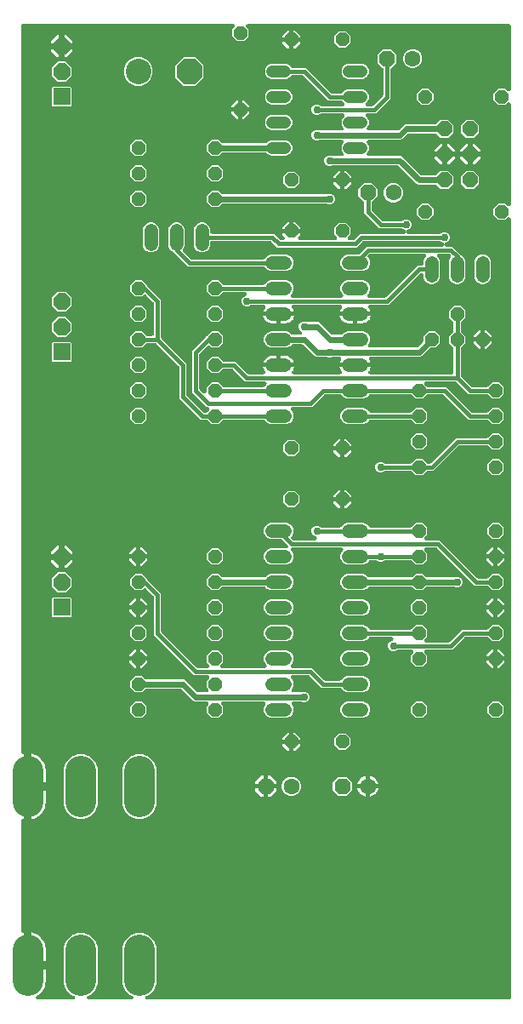
<source format=gbl>
G04 EAGLE Gerber RS-274X export*
G75*
%MOMM*%
%FSLAX34Y34*%
%LPD*%
%INBottom Copper*%
%IPPOS*%
%AMOC8*
5,1,8,0,0,1.08239X$1,22.5*%
G01*
%ADD10C,1.320800*%
%ADD11C,1.208000*%
%ADD12P,1.429621X8X22.500000*%
%ADD13P,1.429621X8X202.500000*%
%ADD14C,3.048000*%
%ADD15R,1.676400X1.676400*%
%ADD16P,1.814519X8X22.500000*%
%ADD17P,1.429621X8X292.500000*%
%ADD18P,1.732040X8X202.500000*%
%ADD19C,1.600200*%
%ADD20C,2.540000*%
%ADD21P,2.749271X8X22.500000*%
%ADD22P,1.649562X8X292.500000*%
%ADD23C,0.609600*%
%ADD24C,0.756400*%
%ADD25C,0.406400*%

G36*
X61973Y10161D02*
X61973Y10161D01*
X61978Y10161D01*
X62172Y10181D01*
X62370Y10201D01*
X62374Y10202D01*
X62378Y10202D01*
X62566Y10261D01*
X62754Y10319D01*
X62758Y10321D01*
X62763Y10322D01*
X62937Y10418D01*
X63109Y10511D01*
X63112Y10513D01*
X63116Y10516D01*
X63269Y10644D01*
X63418Y10768D01*
X63421Y10772D01*
X63424Y10775D01*
X63549Y10931D01*
X63670Y11082D01*
X63672Y11086D01*
X63675Y11089D01*
X63767Y11270D01*
X63856Y11439D01*
X63857Y11444D01*
X63859Y11448D01*
X63913Y11638D01*
X63967Y11826D01*
X63967Y11831D01*
X63969Y11835D01*
X63984Y12028D01*
X64000Y12228D01*
X63999Y12232D01*
X64000Y12236D01*
X63976Y12430D01*
X63953Y12627D01*
X63952Y12632D01*
X63951Y12636D01*
X63890Y12821D01*
X63828Y13010D01*
X63826Y13014D01*
X63825Y13018D01*
X63728Y13187D01*
X63630Y13361D01*
X63627Y13364D01*
X63625Y13368D01*
X63497Y13515D01*
X63367Y13665D01*
X63363Y13668D01*
X63361Y13672D01*
X63204Y13792D01*
X63049Y13912D01*
X63045Y13914D01*
X63041Y13917D01*
X62746Y14069D01*
X60504Y14998D01*
X55788Y19714D01*
X53235Y25875D01*
X53235Y63025D01*
X55788Y69186D01*
X60504Y73902D01*
X66665Y76455D01*
X73335Y76455D01*
X79496Y73902D01*
X84212Y69186D01*
X86765Y63025D01*
X86765Y25875D01*
X84212Y19714D01*
X79496Y14998D01*
X77254Y14069D01*
X77250Y14067D01*
X77246Y14065D01*
X77073Y13972D01*
X76899Y13878D01*
X76895Y13876D01*
X76891Y13873D01*
X76743Y13749D01*
X76588Y13622D01*
X76586Y13619D01*
X76582Y13616D01*
X76459Y13463D01*
X76335Y13309D01*
X76333Y13305D01*
X76330Y13302D01*
X76240Y13128D01*
X76148Y12953D01*
X76146Y12949D01*
X76144Y12945D01*
X76090Y12757D01*
X76035Y12566D01*
X76034Y12562D01*
X76033Y12558D01*
X76017Y12360D01*
X76000Y12165D01*
X76000Y12161D01*
X76000Y12156D01*
X76023Y11962D01*
X76045Y11765D01*
X76047Y11761D01*
X76047Y11757D01*
X76108Y11571D01*
X76168Y11382D01*
X76170Y11378D01*
X76172Y11374D01*
X76269Y11202D01*
X76365Y11030D01*
X76368Y11027D01*
X76370Y11023D01*
X76498Y10875D01*
X76626Y10725D01*
X76630Y10722D01*
X76633Y10718D01*
X76788Y10598D01*
X76943Y10476D01*
X76947Y10474D01*
X76951Y10472D01*
X77129Y10383D01*
X77303Y10296D01*
X77307Y10294D01*
X77312Y10292D01*
X77503Y10241D01*
X77692Y10189D01*
X77696Y10189D01*
X77700Y10188D01*
X78031Y10161D01*
X119969Y10161D01*
X119973Y10161D01*
X119978Y10161D01*
X120172Y10181D01*
X120370Y10201D01*
X120374Y10202D01*
X120378Y10202D01*
X120564Y10260D01*
X120754Y10319D01*
X120758Y10321D01*
X120763Y10322D01*
X120934Y10416D01*
X121108Y10511D01*
X121112Y10513D01*
X121116Y10516D01*
X121267Y10643D01*
X121418Y10768D01*
X121421Y10772D01*
X121424Y10775D01*
X121547Y10929D01*
X121670Y11082D01*
X121672Y11086D01*
X121675Y11089D01*
X121765Y11264D01*
X121856Y11439D01*
X121857Y11444D01*
X121859Y11448D01*
X121912Y11635D01*
X121967Y11826D01*
X121967Y11831D01*
X121969Y11835D01*
X121983Y12028D01*
X122000Y12228D01*
X121999Y12232D01*
X122000Y12236D01*
X121976Y12430D01*
X121953Y12627D01*
X121952Y12632D01*
X121951Y12636D01*
X121890Y12820D01*
X121828Y13010D01*
X121826Y13014D01*
X121824Y13018D01*
X121728Y13188D01*
X121630Y13361D01*
X121627Y13364D01*
X121625Y13368D01*
X121494Y13519D01*
X121367Y13665D01*
X121364Y13668D01*
X121361Y13672D01*
X121204Y13792D01*
X121049Y13912D01*
X121045Y13914D01*
X121041Y13917D01*
X120746Y14069D01*
X118504Y14998D01*
X113788Y19714D01*
X111235Y25875D01*
X111235Y63025D01*
X113788Y69186D01*
X118504Y73902D01*
X124665Y76455D01*
X131335Y76455D01*
X137496Y73902D01*
X142212Y69186D01*
X144765Y63025D01*
X144765Y25875D01*
X142212Y19714D01*
X137496Y14998D01*
X135254Y14069D01*
X135250Y14067D01*
X135246Y14065D01*
X135073Y13972D01*
X134899Y13878D01*
X134895Y13876D01*
X134892Y13873D01*
X134743Y13749D01*
X134589Y13622D01*
X134586Y13619D01*
X134582Y13616D01*
X134459Y13463D01*
X134335Y13309D01*
X134333Y13305D01*
X134330Y13302D01*
X134239Y13127D01*
X134148Y12953D01*
X134146Y12949D01*
X134144Y12945D01*
X134088Y12750D01*
X134035Y12566D01*
X134034Y12562D01*
X134033Y12558D01*
X134017Y12360D01*
X134000Y12165D01*
X134001Y12161D01*
X134000Y12156D01*
X134023Y11959D01*
X134045Y11765D01*
X134047Y11761D01*
X134047Y11757D01*
X134110Y11565D01*
X134168Y11382D01*
X134170Y11378D01*
X134172Y11374D01*
X134269Y11201D01*
X134365Y11030D01*
X134368Y11027D01*
X134370Y11023D01*
X134498Y10874D01*
X134627Y10725D01*
X134630Y10722D01*
X134633Y10718D01*
X134785Y10600D01*
X134944Y10476D01*
X134948Y10474D01*
X134951Y10472D01*
X135126Y10385D01*
X135303Y10296D01*
X135307Y10294D01*
X135312Y10292D01*
X135504Y10241D01*
X135692Y10189D01*
X135696Y10189D01*
X135700Y10188D01*
X136031Y10161D01*
X495808Y10161D01*
X495826Y10163D01*
X495844Y10161D01*
X496026Y10182D01*
X496209Y10201D01*
X496226Y10206D01*
X496243Y10208D01*
X496418Y10265D01*
X496594Y10319D01*
X496609Y10327D01*
X496626Y10333D01*
X496786Y10423D01*
X496948Y10511D01*
X496961Y10522D01*
X496977Y10531D01*
X497116Y10651D01*
X497257Y10768D01*
X497268Y10782D01*
X497282Y10794D01*
X497394Y10939D01*
X497509Y11082D01*
X497517Y11098D01*
X497528Y11112D01*
X497610Y11277D01*
X497695Y11439D01*
X497700Y11456D01*
X497708Y11472D01*
X497755Y11651D01*
X497806Y11826D01*
X497808Y11844D01*
X497812Y11861D01*
X497839Y12192D01*
X497839Y786240D01*
X497838Y786248D01*
X497839Y786257D01*
X497819Y786448D01*
X497799Y786640D01*
X497797Y786649D01*
X497796Y786658D01*
X497738Y786840D01*
X497681Y787025D01*
X497677Y787033D01*
X497674Y787042D01*
X497581Y787210D01*
X497489Y787379D01*
X497484Y787386D01*
X497479Y787394D01*
X497355Y787541D01*
X497232Y787688D01*
X497225Y787694D01*
X497219Y787701D01*
X497068Y787820D01*
X496918Y787941D01*
X496910Y787945D01*
X496903Y787950D01*
X496730Y788038D01*
X496561Y788126D01*
X496552Y788129D01*
X496544Y788133D01*
X496358Y788185D01*
X496174Y788238D01*
X496165Y788238D01*
X496156Y788241D01*
X495963Y788255D01*
X495772Y788271D01*
X495764Y788270D01*
X495755Y788270D01*
X495562Y788246D01*
X495373Y788224D01*
X495364Y788221D01*
X495355Y788220D01*
X495172Y788158D01*
X494990Y788099D01*
X494982Y788094D01*
X494974Y788092D01*
X494808Y787996D01*
X494639Y787901D01*
X494632Y787895D01*
X494625Y787891D01*
X494372Y787676D01*
X492317Y785621D01*
X485583Y785621D01*
X480821Y790383D01*
X480821Y797117D01*
X485583Y801879D01*
X492317Y801879D01*
X494372Y799824D01*
X494379Y799818D01*
X494384Y799812D01*
X494534Y799691D01*
X494683Y799569D01*
X494691Y799565D01*
X494698Y799559D01*
X494868Y799471D01*
X495039Y799380D01*
X495048Y799378D01*
X495055Y799374D01*
X495240Y799321D01*
X495425Y799266D01*
X495434Y799265D01*
X495442Y799262D01*
X495633Y799247D01*
X495826Y799229D01*
X495835Y799230D01*
X495844Y799229D01*
X496033Y799252D01*
X496226Y799273D01*
X496235Y799275D01*
X496243Y799276D01*
X496425Y799336D01*
X496610Y799394D01*
X496618Y799398D01*
X496626Y799401D01*
X496795Y799496D01*
X496962Y799589D01*
X496969Y799595D01*
X496977Y799599D01*
X497123Y799725D01*
X497269Y799849D01*
X497275Y799856D01*
X497282Y799862D01*
X497398Y800013D01*
X497519Y800165D01*
X497523Y800173D01*
X497528Y800180D01*
X497614Y800352D01*
X497701Y800524D01*
X497704Y800533D01*
X497708Y800541D01*
X497758Y800727D01*
X497809Y800912D01*
X497810Y800921D01*
X497812Y800930D01*
X497839Y801260D01*
X497839Y900540D01*
X497838Y900548D01*
X497839Y900557D01*
X497818Y900748D01*
X497799Y900940D01*
X497797Y900949D01*
X497796Y900958D01*
X497738Y901140D01*
X497681Y901325D01*
X497677Y901333D01*
X497674Y901342D01*
X497581Y901510D01*
X497489Y901679D01*
X497484Y901686D01*
X497479Y901694D01*
X497355Y901841D01*
X497232Y901988D01*
X497225Y901994D01*
X497219Y902001D01*
X497068Y902120D01*
X496918Y902241D01*
X496910Y902245D01*
X496903Y902250D01*
X496730Y902338D01*
X496561Y902426D01*
X496552Y902429D01*
X496544Y902433D01*
X496358Y902485D01*
X496174Y902538D01*
X496165Y902538D01*
X496156Y902541D01*
X495963Y902555D01*
X495772Y902571D01*
X495764Y902570D01*
X495755Y902570D01*
X495562Y902546D01*
X495373Y902524D01*
X495364Y902521D01*
X495355Y902520D01*
X495172Y902458D01*
X494990Y902399D01*
X494982Y902394D01*
X494974Y902392D01*
X494808Y902296D01*
X494639Y902201D01*
X494632Y902195D01*
X494625Y902191D01*
X494372Y901976D01*
X492317Y899921D01*
X485583Y899921D01*
X480821Y904683D01*
X480821Y911417D01*
X485583Y916179D01*
X492317Y916179D01*
X494372Y914124D01*
X494379Y914118D01*
X494384Y914112D01*
X494534Y913991D01*
X494683Y913869D01*
X494691Y913865D01*
X494698Y913859D01*
X494868Y913771D01*
X495039Y913680D01*
X495048Y913678D01*
X495055Y913674D01*
X495240Y913621D01*
X495425Y913566D01*
X495434Y913565D01*
X495442Y913562D01*
X495633Y913547D01*
X495826Y913529D01*
X495835Y913530D01*
X495844Y913529D01*
X496033Y913552D01*
X496226Y913573D01*
X496235Y913575D01*
X496243Y913576D01*
X496425Y913636D01*
X496610Y913694D01*
X496618Y913698D01*
X496626Y913701D01*
X496795Y913796D01*
X496962Y913889D01*
X496969Y913895D01*
X496977Y913899D01*
X497123Y914025D01*
X497269Y914149D01*
X497275Y914156D01*
X497282Y914162D01*
X497399Y914314D01*
X497519Y914465D01*
X497523Y914473D01*
X497528Y914480D01*
X497614Y914652D01*
X497701Y914824D01*
X497704Y914833D01*
X497708Y914841D01*
X497758Y915027D01*
X497809Y915212D01*
X497810Y915221D01*
X497812Y915230D01*
X497839Y915560D01*
X497839Y978408D01*
X497837Y978426D01*
X497839Y978444D01*
X497818Y978626D01*
X497799Y978809D01*
X497794Y978826D01*
X497792Y978843D01*
X497735Y979018D01*
X497681Y979194D01*
X497673Y979209D01*
X497667Y979226D01*
X497577Y979386D01*
X497489Y979548D01*
X497478Y979561D01*
X497469Y979577D01*
X497349Y979716D01*
X497232Y979857D01*
X497218Y979868D01*
X497206Y979882D01*
X497061Y979994D01*
X496918Y980109D01*
X496902Y980117D01*
X496888Y980128D01*
X496723Y980210D01*
X496561Y980295D01*
X496544Y980300D01*
X496528Y980308D01*
X496349Y980355D01*
X496174Y980406D01*
X496156Y980408D01*
X496139Y980412D01*
X495808Y980439D01*
X236110Y980439D01*
X236102Y980438D01*
X236093Y980439D01*
X235901Y980418D01*
X235710Y980399D01*
X235701Y980397D01*
X235692Y980396D01*
X235510Y980338D01*
X235325Y980281D01*
X235317Y980277D01*
X235308Y980274D01*
X235140Y980181D01*
X234971Y980089D01*
X234964Y980084D01*
X234956Y980079D01*
X234809Y979955D01*
X234662Y979832D01*
X234656Y979825D01*
X234649Y979819D01*
X234530Y979668D01*
X234409Y979518D01*
X234405Y979510D01*
X234400Y979503D01*
X234312Y979330D01*
X234224Y979161D01*
X234221Y979152D01*
X234217Y979144D01*
X234165Y978958D01*
X234112Y978774D01*
X234112Y978765D01*
X234109Y978756D01*
X234095Y978563D01*
X234079Y978372D01*
X234080Y978364D01*
X234080Y978355D01*
X234104Y978162D01*
X234126Y977973D01*
X234129Y977964D01*
X234130Y977955D01*
X234192Y977772D01*
X234251Y977590D01*
X234256Y977582D01*
X234258Y977574D01*
X234354Y977408D01*
X234449Y977239D01*
X234455Y977232D01*
X234459Y977225D01*
X234674Y976972D01*
X236729Y974917D01*
X236729Y968183D01*
X231967Y963421D01*
X225233Y963421D01*
X220471Y968183D01*
X220471Y974917D01*
X222526Y976972D01*
X222532Y976979D01*
X222538Y976984D01*
X222659Y977134D01*
X222781Y977283D01*
X222785Y977291D01*
X222791Y977298D01*
X222879Y977468D01*
X222970Y977639D01*
X222972Y977648D01*
X222976Y977655D01*
X223029Y977837D01*
X223084Y978025D01*
X223085Y978034D01*
X223088Y978042D01*
X223103Y978233D01*
X223121Y978426D01*
X223120Y978435D01*
X223121Y978444D01*
X223098Y978633D01*
X223077Y978826D01*
X223075Y978835D01*
X223074Y978843D01*
X223014Y979025D01*
X222956Y979210D01*
X222952Y979218D01*
X222949Y979226D01*
X222854Y979395D01*
X222761Y979562D01*
X222755Y979569D01*
X222751Y979577D01*
X222625Y979723D01*
X222501Y979869D01*
X222494Y979875D01*
X222488Y979882D01*
X222336Y979999D01*
X222185Y980119D01*
X222177Y980123D01*
X222170Y980128D01*
X221998Y980214D01*
X221826Y980301D01*
X221817Y980304D01*
X221809Y980308D01*
X221623Y980358D01*
X221438Y980409D01*
X221429Y980410D01*
X221420Y980412D01*
X221090Y980439D01*
X12192Y980439D01*
X12174Y980437D01*
X12156Y980439D01*
X11974Y980418D01*
X11791Y980399D01*
X11774Y980394D01*
X11757Y980392D01*
X11582Y980335D01*
X11406Y980281D01*
X11391Y980273D01*
X11374Y980267D01*
X11214Y980177D01*
X11052Y980089D01*
X11039Y980078D01*
X11023Y980069D01*
X10884Y979949D01*
X10743Y979832D01*
X10732Y979818D01*
X10718Y979806D01*
X10606Y979661D01*
X10491Y979518D01*
X10483Y979502D01*
X10472Y979488D01*
X10390Y979323D01*
X10305Y979161D01*
X10300Y979144D01*
X10292Y979128D01*
X10245Y978949D01*
X10194Y978774D01*
X10192Y978756D01*
X10188Y978739D01*
X10161Y978408D01*
X10161Y256713D01*
X10169Y256631D01*
X10167Y256549D01*
X10189Y256431D01*
X10201Y256312D01*
X10225Y256233D01*
X10239Y256153D01*
X10284Y256041D01*
X10319Y255927D01*
X10358Y255855D01*
X10388Y255778D01*
X10454Y255678D01*
X10511Y255573D01*
X10563Y255510D01*
X10608Y255441D01*
X10692Y255355D01*
X10768Y255264D01*
X10832Y255212D01*
X10890Y255154D01*
X10989Y255086D01*
X11082Y255011D01*
X11155Y254974D01*
X11223Y254927D01*
X11333Y254881D01*
X11439Y254826D01*
X11518Y254803D01*
X11594Y254771D01*
X11711Y254748D01*
X11826Y254714D01*
X11908Y254708D01*
X11989Y254691D01*
X12108Y254691D01*
X12228Y254682D01*
X12309Y254691D01*
X12391Y254691D01*
X12541Y254718D01*
X12627Y254729D01*
X12666Y254741D01*
X12718Y254751D01*
X12937Y254809D01*
X12937Y224282D01*
X12939Y224264D01*
X12937Y224247D01*
X12958Y224064D01*
X12977Y223882D01*
X12982Y223864D01*
X12984Y223847D01*
X13041Y223672D01*
X13095Y223497D01*
X13103Y223481D01*
X13109Y223464D01*
X13199Y223304D01*
X13287Y223143D01*
X13298Y223129D01*
X13307Y223113D01*
X13427Y222974D01*
X13544Y222833D01*
X13558Y222822D01*
X13570Y222809D01*
X13715Y222696D01*
X13858Y222581D01*
X13874Y222573D01*
X13888Y222562D01*
X14053Y222480D01*
X14215Y222395D01*
X14232Y222391D01*
X14249Y222383D01*
X14427Y222335D01*
X14602Y222284D01*
X14620Y222283D01*
X14637Y222278D01*
X14968Y222251D01*
X17001Y222251D01*
X17001Y222249D01*
X14968Y222249D01*
X14950Y222247D01*
X14932Y222249D01*
X14750Y222227D01*
X14567Y222209D01*
X14550Y222204D01*
X14533Y222202D01*
X14358Y222145D01*
X14182Y222091D01*
X14167Y222083D01*
X14150Y222077D01*
X13990Y221987D01*
X13828Y221899D01*
X13815Y221888D01*
X13799Y221879D01*
X13660Y221759D01*
X13519Y221642D01*
X13508Y221628D01*
X13495Y221616D01*
X13382Y221471D01*
X13267Y221328D01*
X13259Y221312D01*
X13248Y221298D01*
X13166Y221133D01*
X13081Y220970D01*
X13076Y220953D01*
X13068Y220937D01*
X13021Y220759D01*
X12970Y220584D01*
X12968Y220566D01*
X12964Y220549D01*
X12937Y220218D01*
X12937Y189691D01*
X12718Y189749D01*
X12637Y189763D01*
X12558Y189786D01*
X12438Y189795D01*
X12320Y189815D01*
X12238Y189812D01*
X12156Y189818D01*
X12038Y189804D01*
X11918Y189800D01*
X11838Y189781D01*
X11757Y189771D01*
X11643Y189734D01*
X11526Y189707D01*
X11452Y189672D01*
X11374Y189647D01*
X11270Y189588D01*
X11161Y189538D01*
X11095Y189489D01*
X11023Y189449D01*
X10933Y189371D01*
X10836Y189300D01*
X10781Y189239D01*
X10718Y189186D01*
X10645Y189091D01*
X10564Y189003D01*
X10522Y188932D01*
X10472Y188867D01*
X10418Y188760D01*
X10357Y188658D01*
X10329Y188580D01*
X10292Y188507D01*
X10261Y188391D01*
X10221Y188279D01*
X10209Y188198D01*
X10188Y188118D01*
X10175Y187966D01*
X10163Y187880D01*
X10165Y187840D01*
X10161Y187787D01*
X10161Y78913D01*
X10169Y78831D01*
X10167Y78749D01*
X10189Y78631D01*
X10201Y78512D01*
X10225Y78433D01*
X10239Y78353D01*
X10284Y78241D01*
X10319Y78127D01*
X10358Y78055D01*
X10388Y77978D01*
X10454Y77878D01*
X10511Y77773D01*
X10563Y77710D01*
X10608Y77641D01*
X10692Y77555D01*
X10768Y77464D01*
X10832Y77412D01*
X10890Y77354D01*
X10989Y77286D01*
X11082Y77211D01*
X11155Y77174D01*
X11223Y77127D01*
X11333Y77081D01*
X11439Y77026D01*
X11518Y77003D01*
X11594Y76971D01*
X11711Y76948D01*
X11826Y76914D01*
X11908Y76908D01*
X11989Y76891D01*
X12108Y76891D01*
X12228Y76882D01*
X12309Y76891D01*
X12391Y76891D01*
X12541Y76918D01*
X12627Y76929D01*
X12666Y76941D01*
X12718Y76951D01*
X12937Y77009D01*
X12937Y46482D01*
X12939Y46464D01*
X12937Y46447D01*
X12958Y46264D01*
X12977Y46082D01*
X12982Y46064D01*
X12984Y46047D01*
X13041Y45872D01*
X13095Y45697D01*
X13103Y45681D01*
X13109Y45664D01*
X13199Y45504D01*
X13287Y45343D01*
X13298Y45329D01*
X13307Y45313D01*
X13427Y45174D01*
X13544Y45033D01*
X13558Y45022D01*
X13570Y45009D01*
X13715Y44896D01*
X13858Y44781D01*
X13874Y44773D01*
X13888Y44762D01*
X14053Y44680D01*
X14215Y44595D01*
X14232Y44591D01*
X14249Y44583D01*
X14427Y44535D01*
X14602Y44484D01*
X14620Y44483D01*
X14637Y44478D01*
X14968Y44451D01*
X17001Y44451D01*
X17001Y42418D01*
X17003Y42400D01*
X17001Y42382D01*
X17023Y42200D01*
X17041Y42017D01*
X17046Y42000D01*
X17048Y41983D01*
X17105Y41808D01*
X17159Y41632D01*
X17167Y41617D01*
X17173Y41600D01*
X17263Y41440D01*
X17351Y41278D01*
X17362Y41265D01*
X17371Y41249D01*
X17491Y41110D01*
X17608Y40969D01*
X17622Y40958D01*
X17634Y40945D01*
X17779Y40832D01*
X17922Y40717D01*
X17938Y40709D01*
X17952Y40698D01*
X18117Y40616D01*
X18280Y40531D01*
X18297Y40526D01*
X18313Y40518D01*
X18491Y40471D01*
X18666Y40420D01*
X18684Y40418D01*
X18701Y40414D01*
X19032Y40387D01*
X34781Y40387D01*
X34781Y28045D01*
X34476Y25734D01*
X33873Y23482D01*
X32981Y21329D01*
X31816Y19310D01*
X30397Y17461D01*
X28749Y15813D01*
X26900Y14394D01*
X26132Y13951D01*
X26073Y13908D01*
X26008Y13873D01*
X25910Y13791D01*
X25805Y13716D01*
X25755Y13663D01*
X25699Y13616D01*
X25618Y13515D01*
X25531Y13422D01*
X25493Y13359D01*
X25447Y13302D01*
X25388Y13188D01*
X25320Y13078D01*
X25295Y13010D01*
X25261Y12945D01*
X25226Y12821D01*
X25181Y12701D01*
X25170Y12628D01*
X25150Y12558D01*
X25139Y12429D01*
X25120Y12303D01*
X25123Y12230D01*
X25117Y12156D01*
X25132Y12029D01*
X25138Y11901D01*
X25155Y11829D01*
X25164Y11757D01*
X25204Y11634D01*
X25235Y11510D01*
X25266Y11444D01*
X25289Y11374D01*
X25352Y11262D01*
X25407Y11146D01*
X25451Y11087D01*
X25487Y11023D01*
X25571Y10926D01*
X25647Y10823D01*
X25702Y10774D01*
X25750Y10718D01*
X25851Y10640D01*
X25947Y10554D01*
X26010Y10517D01*
X26068Y10472D01*
X26183Y10415D01*
X26293Y10349D01*
X26363Y10325D01*
X26428Y10292D01*
X26552Y10259D01*
X26674Y10217D01*
X26746Y10207D01*
X26817Y10188D01*
X26986Y10174D01*
X27073Y10162D01*
X27106Y10164D01*
X27148Y10161D01*
X61969Y10161D01*
X61973Y10161D01*
G37*
%LPC*%
G36*
X199833Y582421D02*
X199833Y582421D01*
X195856Y586398D01*
X195835Y586415D01*
X195818Y586436D01*
X195680Y586543D01*
X195544Y586653D01*
X195521Y586666D01*
X195500Y586682D01*
X195343Y586760D01*
X195189Y586842D01*
X195163Y586850D01*
X195139Y586862D01*
X194970Y586907D01*
X194803Y586957D01*
X194776Y586959D01*
X194750Y586966D01*
X194420Y586993D01*
X189027Y586993D01*
X186349Y589671D01*
X186348Y589672D01*
X170572Y605448D01*
X167893Y608127D01*
X167893Y639035D01*
X167891Y639062D01*
X167893Y639089D01*
X167871Y639263D01*
X167853Y639436D01*
X167846Y639461D01*
X167842Y639488D01*
X167787Y639654D01*
X167735Y639821D01*
X167722Y639844D01*
X167714Y639870D01*
X167627Y640021D01*
X167543Y640175D01*
X167526Y640195D01*
X167513Y640219D01*
X167298Y640472D01*
X145172Y662598D01*
X145151Y662615D01*
X145133Y662636D01*
X144996Y662743D01*
X144860Y662853D01*
X144837Y662866D01*
X144815Y662882D01*
X144658Y662960D01*
X144504Y663042D01*
X144479Y663050D01*
X144455Y663062D01*
X144285Y663107D01*
X144119Y663157D01*
X144092Y663159D01*
X144066Y663166D01*
X143735Y663193D01*
X135780Y663193D01*
X135754Y663191D01*
X135727Y663193D01*
X135553Y663171D01*
X135380Y663153D01*
X135354Y663146D01*
X135328Y663142D01*
X135162Y663087D01*
X134995Y663035D01*
X134971Y663022D01*
X134946Y663014D01*
X134794Y662927D01*
X134641Y662843D01*
X134620Y662826D01*
X134597Y662813D01*
X134344Y662598D01*
X130367Y658621D01*
X123633Y658621D01*
X118871Y663383D01*
X118871Y670117D01*
X123633Y674879D01*
X130367Y674879D01*
X134344Y670902D01*
X134360Y670889D01*
X134372Y670875D01*
X134376Y670871D01*
X134382Y670864D01*
X134520Y670757D01*
X134656Y670647D01*
X134679Y670634D01*
X134700Y670618D01*
X134857Y670540D01*
X135011Y670458D01*
X135037Y670450D01*
X135061Y670438D01*
X135230Y670393D01*
X135397Y670343D01*
X135424Y670341D01*
X135450Y670334D01*
X135780Y670307D01*
X140462Y670307D01*
X140480Y670309D01*
X140498Y670307D01*
X140680Y670328D01*
X140863Y670347D01*
X140880Y670352D01*
X140897Y670354D01*
X141072Y670411D01*
X141248Y670465D01*
X141263Y670473D01*
X141280Y670479D01*
X141440Y670569D01*
X141602Y670657D01*
X141615Y670668D01*
X141631Y670677D01*
X141770Y670797D01*
X141911Y670914D01*
X141922Y670928D01*
X141936Y670940D01*
X142048Y671085D01*
X142163Y671228D01*
X142171Y671244D01*
X142182Y671258D01*
X142264Y671423D01*
X142349Y671585D01*
X142354Y671602D01*
X142362Y671618D01*
X142409Y671797D01*
X142460Y671972D01*
X142462Y671990D01*
X142466Y672007D01*
X142493Y672338D01*
X142493Y702535D01*
X142491Y702562D01*
X142493Y702589D01*
X142471Y702763D01*
X142453Y702936D01*
X142446Y702961D01*
X142442Y702988D01*
X142387Y703154D01*
X142335Y703321D01*
X142322Y703345D01*
X142314Y703370D01*
X142227Y703521D01*
X142143Y703675D01*
X142126Y703695D01*
X142113Y703719D01*
X141898Y703972D01*
X134844Y711026D01*
X134830Y711037D01*
X134819Y711051D01*
X134675Y711165D01*
X134533Y711281D01*
X134517Y711289D01*
X134503Y711300D01*
X134339Y711384D01*
X134177Y711470D01*
X134160Y711475D01*
X134144Y711483D01*
X133967Y711532D01*
X133791Y711584D01*
X133773Y711586D01*
X133756Y711591D01*
X133573Y711604D01*
X133390Y711621D01*
X133372Y711619D01*
X133355Y711620D01*
X133173Y711597D01*
X132990Y711577D01*
X132973Y711572D01*
X132955Y711570D01*
X132782Y711511D01*
X132606Y711456D01*
X132590Y711447D01*
X132573Y711441D01*
X132414Y711350D01*
X132254Y711261D01*
X132240Y711249D01*
X132225Y711241D01*
X131972Y711026D01*
X130367Y709421D01*
X123633Y709421D01*
X118871Y714183D01*
X118871Y720917D01*
X123633Y725679D01*
X130367Y725679D01*
X135403Y720643D01*
X135479Y720503D01*
X135496Y720483D01*
X135509Y720459D01*
X135724Y720206D01*
X146928Y709002D01*
X149607Y706323D01*
X149607Y669065D01*
X149609Y669038D01*
X149607Y669011D01*
X149629Y668837D01*
X149647Y668664D01*
X149654Y668639D01*
X149658Y668612D01*
X149713Y668446D01*
X149765Y668279D01*
X149778Y668256D01*
X149786Y668230D01*
X149873Y668079D01*
X149957Y667925D01*
X149974Y667905D01*
X149987Y667881D01*
X150202Y667628D01*
X175007Y642823D01*
X175007Y611915D01*
X175009Y611888D01*
X175007Y611861D01*
X175029Y611687D01*
X175047Y611514D01*
X175054Y611489D01*
X175058Y611462D01*
X175113Y611296D01*
X175165Y611129D01*
X175178Y611106D01*
X175186Y611080D01*
X175273Y610929D01*
X175357Y610775D01*
X175374Y610755D01*
X175387Y610731D01*
X175602Y610478D01*
X191378Y594702D01*
X191399Y594685D01*
X191416Y594664D01*
X191554Y594557D01*
X191690Y594447D01*
X191713Y594434D01*
X191735Y594418D01*
X191891Y594340D01*
X192045Y594258D01*
X192071Y594250D01*
X192095Y594238D01*
X192264Y594193D01*
X192431Y594143D01*
X192458Y594141D01*
X192484Y594134D01*
X192815Y594107D01*
X194420Y594107D01*
X194446Y594109D01*
X194473Y594107D01*
X194647Y594129D01*
X194820Y594147D01*
X194846Y594154D01*
X194872Y594158D01*
X195038Y594214D01*
X195205Y594265D01*
X195229Y594277D01*
X195254Y594286D01*
X195406Y594373D01*
X195559Y594457D01*
X195580Y594474D01*
X195603Y594487D01*
X195856Y594702D01*
X197380Y596226D01*
X197386Y596233D01*
X197392Y596238D01*
X197514Y596389D01*
X197635Y596537D01*
X197639Y596545D01*
X197645Y596552D01*
X197733Y596722D01*
X197824Y596893D01*
X197826Y596902D01*
X197830Y596909D01*
X197883Y597094D01*
X197938Y597279D01*
X197939Y597288D01*
X197942Y597296D01*
X197957Y597487D01*
X197975Y597680D01*
X197974Y597689D01*
X197975Y597698D01*
X197952Y597887D01*
X197931Y598080D01*
X197929Y598089D01*
X197928Y598097D01*
X197868Y598279D01*
X197810Y598464D01*
X197806Y598472D01*
X197803Y598480D01*
X197709Y598647D01*
X197615Y598816D01*
X197609Y598823D01*
X197605Y598831D01*
X197480Y598976D01*
X197355Y599123D01*
X197348Y599129D01*
X197342Y599136D01*
X197191Y599252D01*
X197039Y599373D01*
X197031Y599377D01*
X197024Y599382D01*
X196853Y599467D01*
X196680Y599555D01*
X196671Y599558D01*
X196663Y599562D01*
X196478Y599611D01*
X196292Y599663D01*
X196283Y599664D01*
X196274Y599666D01*
X195944Y599693D01*
X195377Y599693D01*
X180593Y614477D01*
X180593Y655523D01*
X194476Y669406D01*
X194493Y669427D01*
X194514Y669445D01*
X194621Y669582D01*
X194731Y669718D01*
X194744Y669741D01*
X194760Y669763D01*
X194803Y669849D01*
X199833Y674879D01*
X206567Y674879D01*
X211329Y670117D01*
X211329Y663383D01*
X206567Y658621D01*
X199833Y658621D01*
X198228Y660226D01*
X198215Y660237D01*
X198203Y660251D01*
X198059Y660365D01*
X197917Y660481D01*
X197901Y660489D01*
X197887Y660500D01*
X197723Y660584D01*
X197561Y660670D01*
X197544Y660675D01*
X197528Y660683D01*
X197351Y660732D01*
X197175Y660784D01*
X197158Y660786D01*
X197140Y660791D01*
X196957Y660804D01*
X196774Y660821D01*
X196757Y660819D01*
X196739Y660820D01*
X196557Y660797D01*
X196374Y660777D01*
X196357Y660772D01*
X196339Y660770D01*
X196166Y660711D01*
X195990Y660656D01*
X195975Y660647D01*
X195958Y660641D01*
X195798Y660550D01*
X195638Y660461D01*
X195624Y660449D01*
X195609Y660441D01*
X195356Y660226D01*
X188302Y653172D01*
X188285Y653151D01*
X188264Y653133D01*
X188157Y652996D01*
X188047Y652860D01*
X188034Y652837D01*
X188018Y652815D01*
X187940Y652658D01*
X187858Y652504D01*
X187850Y652479D01*
X187838Y652455D01*
X187793Y652285D01*
X187743Y652119D01*
X187741Y652092D01*
X187734Y652066D01*
X187707Y651735D01*
X187707Y618265D01*
X187709Y618238D01*
X187707Y618211D01*
X187729Y618037D01*
X187747Y617864D01*
X187754Y617839D01*
X187758Y617812D01*
X187813Y617646D01*
X187865Y617479D01*
X187878Y617455D01*
X187886Y617430D01*
X187973Y617279D01*
X188057Y617125D01*
X188074Y617105D01*
X188087Y617081D01*
X188302Y616828D01*
X191604Y613526D01*
X191611Y613521D01*
X191616Y613514D01*
X191766Y613393D01*
X191915Y613271D01*
X191923Y613267D01*
X191930Y613261D01*
X192100Y613173D01*
X192271Y613083D01*
X192280Y613080D01*
X192287Y613076D01*
X192472Y613023D01*
X192657Y612968D01*
X192666Y612967D01*
X192674Y612965D01*
X192865Y612949D01*
X193058Y612931D01*
X193067Y612932D01*
X193076Y612932D01*
X193265Y612954D01*
X193458Y612975D01*
X193467Y612978D01*
X193475Y612979D01*
X193657Y613038D01*
X193842Y613096D01*
X193850Y613101D01*
X193858Y613103D01*
X194027Y613198D01*
X194194Y613291D01*
X194201Y613297D01*
X194209Y613301D01*
X194355Y613427D01*
X194501Y613552D01*
X194507Y613559D01*
X194514Y613564D01*
X194631Y613716D01*
X194751Y613868D01*
X194755Y613876D01*
X194760Y613883D01*
X194846Y614055D01*
X194933Y614226D01*
X194936Y614235D01*
X194940Y614243D01*
X194990Y614429D01*
X195041Y614614D01*
X195042Y614623D01*
X195044Y614632D01*
X195071Y614963D01*
X195071Y619317D01*
X199833Y624079D01*
X206567Y624079D01*
X210544Y620102D01*
X210551Y620096D01*
X210553Y620093D01*
X210565Y620084D01*
X210582Y620064D01*
X210720Y619957D01*
X210856Y619847D01*
X210879Y619834D01*
X210900Y619818D01*
X211057Y619740D01*
X211211Y619658D01*
X211237Y619650D01*
X211261Y619638D01*
X211430Y619593D01*
X211597Y619543D01*
X211624Y619541D01*
X211650Y619534D01*
X211980Y619507D01*
X251414Y619507D01*
X251436Y619509D01*
X251458Y619507D01*
X251635Y619529D01*
X251814Y619547D01*
X251835Y619553D01*
X251858Y619556D01*
X252027Y619612D01*
X252199Y619665D01*
X252219Y619675D01*
X252240Y619682D01*
X252395Y619771D01*
X252553Y619857D01*
X252570Y619871D01*
X252590Y619882D01*
X252725Y620000D01*
X252862Y620114D01*
X252876Y620132D01*
X252893Y620146D01*
X253002Y620288D01*
X253115Y620428D01*
X253125Y620448D01*
X253139Y620466D01*
X253163Y620512D01*
X254276Y621626D01*
X254282Y621633D01*
X254288Y621638D01*
X254410Y621789D01*
X254531Y621937D01*
X254535Y621945D01*
X254541Y621952D01*
X254629Y622122D01*
X254720Y622293D01*
X254722Y622302D01*
X254726Y622309D01*
X254779Y622494D01*
X254834Y622679D01*
X254835Y622688D01*
X254838Y622696D01*
X254853Y622887D01*
X254871Y623080D01*
X254870Y623089D01*
X254871Y623098D01*
X254848Y623287D01*
X254827Y623480D01*
X254825Y623489D01*
X254824Y623497D01*
X254764Y623679D01*
X254706Y623864D01*
X254702Y623872D01*
X254699Y623880D01*
X254605Y624047D01*
X254511Y624216D01*
X254505Y624223D01*
X254501Y624231D01*
X254376Y624376D01*
X254251Y624523D01*
X254244Y624529D01*
X254238Y624536D01*
X254087Y624652D01*
X253935Y624773D01*
X253927Y624777D01*
X253920Y624782D01*
X253749Y624867D01*
X253576Y624955D01*
X253567Y624958D01*
X253559Y624962D01*
X253374Y625011D01*
X253188Y625063D01*
X253179Y625064D01*
X253170Y625066D01*
X252840Y625093D01*
X233477Y625093D01*
X221372Y637198D01*
X221351Y637215D01*
X221333Y637236D01*
X221196Y637343D01*
X221060Y637453D01*
X221037Y637466D01*
X221015Y637482D01*
X220858Y637560D01*
X220704Y637642D01*
X220679Y637650D01*
X220655Y637662D01*
X220485Y637707D01*
X220319Y637757D01*
X220292Y637759D01*
X220266Y637766D01*
X219935Y637793D01*
X211980Y637793D01*
X211954Y637791D01*
X211927Y637793D01*
X211753Y637771D01*
X211580Y637753D01*
X211554Y637746D01*
X211528Y637742D01*
X211362Y637687D01*
X211195Y637635D01*
X211171Y637622D01*
X211146Y637614D01*
X210994Y637527D01*
X210841Y637443D01*
X210820Y637426D01*
X210797Y637413D01*
X210544Y637198D01*
X206567Y633221D01*
X199833Y633221D01*
X195071Y637983D01*
X195071Y644717D01*
X199833Y649479D01*
X206567Y649479D01*
X210544Y645502D01*
X210565Y645485D01*
X210582Y645464D01*
X210720Y645357D01*
X210856Y645247D01*
X210879Y645234D01*
X210900Y645218D01*
X211057Y645140D01*
X211211Y645058D01*
X211237Y645050D01*
X211261Y645038D01*
X211430Y644993D01*
X211597Y644943D01*
X211624Y644941D01*
X211650Y644934D01*
X211980Y644907D01*
X223723Y644907D01*
X235828Y632802D01*
X235849Y632785D01*
X235867Y632764D01*
X236004Y632657D01*
X236140Y632547D01*
X236163Y632534D01*
X236185Y632518D01*
X236342Y632440D01*
X236496Y632358D01*
X236521Y632350D01*
X236545Y632338D01*
X236715Y632293D01*
X236881Y632243D01*
X236908Y632241D01*
X236934Y632234D01*
X237265Y632207D01*
X251449Y632207D01*
X251500Y632212D01*
X251551Y632209D01*
X251700Y632232D01*
X251850Y632247D01*
X251898Y632262D01*
X251949Y632269D01*
X252090Y632321D01*
X252234Y632365D01*
X252279Y632389D01*
X252327Y632407D01*
X252456Y632485D01*
X252588Y632557D01*
X252628Y632589D01*
X252671Y632616D01*
X252782Y632718D01*
X252898Y632814D01*
X252930Y632854D01*
X252967Y632889D01*
X253056Y633011D01*
X253150Y633128D01*
X253174Y633173D01*
X253204Y633215D01*
X253266Y633352D01*
X253336Y633485D01*
X253350Y633534D01*
X253371Y633581D01*
X253405Y633728D01*
X253447Y633872D01*
X253451Y633923D01*
X253463Y633973D01*
X253468Y634124D01*
X253480Y634274D01*
X253474Y634324D01*
X253476Y634375D01*
X253450Y634524D01*
X253433Y634673D01*
X253417Y634722D01*
X253409Y634772D01*
X253355Y634913D01*
X253308Y635056D01*
X253283Y635101D01*
X253265Y635148D01*
X253145Y635346D01*
X253110Y635407D01*
X253101Y635417D01*
X253092Y635432D01*
X252275Y636557D01*
X251621Y637840D01*
X251176Y639209D01*
X251159Y639319D01*
X266700Y639319D01*
X282241Y639319D01*
X282224Y639209D01*
X281779Y637840D01*
X281125Y636557D01*
X280308Y635432D01*
X280282Y635388D01*
X280250Y635348D01*
X280181Y635215D01*
X280105Y635084D01*
X280088Y635036D01*
X280064Y634991D01*
X280023Y634846D01*
X279974Y634704D01*
X279967Y634653D01*
X279953Y634604D01*
X279941Y634454D01*
X279921Y634304D01*
X279924Y634253D01*
X279920Y634202D01*
X279938Y634053D01*
X279948Y633903D01*
X279961Y633853D01*
X279967Y633803D01*
X280014Y633659D01*
X280053Y633514D01*
X280076Y633468D01*
X280092Y633420D01*
X280166Y633289D01*
X280233Y633154D01*
X280265Y633114D01*
X280290Y633069D01*
X280388Y632955D01*
X280481Y632836D01*
X280520Y632803D01*
X280553Y632764D01*
X280672Y632672D01*
X280786Y632574D01*
X280831Y632549D01*
X280871Y632518D01*
X281006Y632451D01*
X281137Y632377D01*
X281186Y632361D01*
X281232Y632338D01*
X281377Y632299D01*
X281520Y632253D01*
X281571Y632247D01*
X281620Y632234D01*
X281851Y632215D01*
X281920Y632207D01*
X281934Y632208D01*
X281951Y632207D01*
X327649Y632207D01*
X327700Y632212D01*
X327751Y632209D01*
X327900Y632232D01*
X328050Y632247D01*
X328098Y632262D01*
X328149Y632269D01*
X328290Y632321D01*
X328434Y632365D01*
X328479Y632389D01*
X328527Y632407D01*
X328656Y632485D01*
X328788Y632557D01*
X328828Y632589D01*
X328871Y632616D01*
X328982Y632718D01*
X329098Y632814D01*
X329130Y632854D01*
X329167Y632889D01*
X329256Y633011D01*
X329350Y633128D01*
X329374Y633173D01*
X329404Y633215D01*
X329466Y633352D01*
X329536Y633485D01*
X329550Y633534D01*
X329571Y633581D01*
X329605Y633728D01*
X329647Y633872D01*
X329651Y633923D01*
X329663Y633973D01*
X329668Y634124D01*
X329680Y634274D01*
X329674Y634324D01*
X329676Y634375D01*
X329650Y634524D01*
X329633Y634673D01*
X329617Y634722D01*
X329609Y634772D01*
X329555Y634913D01*
X329508Y635056D01*
X329483Y635101D01*
X329465Y635148D01*
X329345Y635346D01*
X329310Y635407D01*
X329301Y635417D01*
X329292Y635432D01*
X328475Y636557D01*
X327821Y637840D01*
X327376Y639209D01*
X327359Y639319D01*
X342900Y639319D01*
X358441Y639319D01*
X358424Y639209D01*
X357979Y637840D01*
X357325Y636557D01*
X356508Y635432D01*
X356482Y635388D01*
X356450Y635348D01*
X356381Y635215D01*
X356305Y635084D01*
X356288Y635036D01*
X356264Y634991D01*
X356223Y634846D01*
X356174Y634704D01*
X356167Y634653D01*
X356153Y634604D01*
X356141Y634454D01*
X356121Y634304D01*
X356124Y634253D01*
X356120Y634202D01*
X356138Y634053D01*
X356148Y633903D01*
X356161Y633853D01*
X356167Y633803D01*
X356214Y633659D01*
X356253Y633514D01*
X356276Y633468D01*
X356292Y633420D01*
X356366Y633289D01*
X356433Y633154D01*
X356465Y633114D01*
X356490Y633069D01*
X356588Y632955D01*
X356681Y632836D01*
X356720Y632803D01*
X356753Y632764D01*
X356872Y632672D01*
X356986Y632574D01*
X357031Y632549D01*
X357071Y632518D01*
X357206Y632451D01*
X357337Y632377D01*
X357386Y632361D01*
X357432Y632338D01*
X357577Y632299D01*
X357720Y632253D01*
X357771Y632247D01*
X357820Y632234D01*
X358051Y632215D01*
X358120Y632207D01*
X358134Y632208D01*
X358151Y632207D01*
X438912Y632207D01*
X438930Y632209D01*
X438948Y632207D01*
X439130Y632228D01*
X439313Y632247D01*
X439330Y632252D01*
X439347Y632254D01*
X439522Y632311D01*
X439698Y632365D01*
X439713Y632373D01*
X439730Y632379D01*
X439890Y632469D01*
X440052Y632557D01*
X440065Y632568D01*
X440081Y632577D01*
X440220Y632697D01*
X440361Y632814D01*
X440372Y632828D01*
X440386Y632840D01*
X440498Y632985D01*
X440613Y633128D01*
X440621Y633144D01*
X440632Y633158D01*
X440714Y633323D01*
X440799Y633485D01*
X440804Y633502D01*
X440812Y633518D01*
X440859Y633697D01*
X440910Y633872D01*
X440912Y633890D01*
X440916Y633907D01*
X440943Y634238D01*
X440943Y657970D01*
X440941Y657996D01*
X440943Y658023D01*
X440921Y658197D01*
X440903Y658370D01*
X440896Y658396D01*
X440892Y658422D01*
X440836Y658588D01*
X440785Y658755D01*
X440772Y658779D01*
X440764Y658804D01*
X440677Y658956D01*
X440593Y659109D01*
X440576Y659130D01*
X440563Y659153D01*
X440348Y659406D01*
X436371Y663383D01*
X436371Y670117D01*
X440348Y674094D01*
X440365Y674115D01*
X440386Y674132D01*
X440493Y674270D01*
X440603Y674406D01*
X440616Y674429D01*
X440632Y674450D01*
X440710Y674607D01*
X440792Y674761D01*
X440800Y674787D01*
X440812Y674811D01*
X440857Y674980D01*
X440907Y675147D01*
X440909Y675174D01*
X440916Y675200D01*
X440943Y675530D01*
X440943Y683370D01*
X440941Y683396D01*
X440943Y683423D01*
X440921Y683597D01*
X440903Y683770D01*
X440896Y683796D01*
X440892Y683822D01*
X440836Y683988D01*
X440785Y684155D01*
X440772Y684179D01*
X440764Y684204D01*
X440677Y684356D01*
X440593Y684509D01*
X440576Y684530D01*
X440563Y684553D01*
X440348Y684806D01*
X436371Y688783D01*
X436371Y695517D01*
X441133Y700279D01*
X447867Y700279D01*
X452629Y695517D01*
X452629Y688783D01*
X448652Y684806D01*
X448635Y684785D01*
X448614Y684768D01*
X448507Y684630D01*
X448397Y684494D01*
X448384Y684471D01*
X448368Y684450D01*
X448290Y684293D01*
X448208Y684139D01*
X448200Y684113D01*
X448188Y684089D01*
X448143Y683920D01*
X448093Y683753D01*
X448091Y683726D01*
X448084Y683700D01*
X448057Y683370D01*
X448057Y675530D01*
X448059Y675504D01*
X448057Y675477D01*
X448079Y675303D01*
X448097Y675130D01*
X448104Y675104D01*
X448108Y675078D01*
X448164Y674912D01*
X448215Y674745D01*
X448228Y674721D01*
X448236Y674696D01*
X448323Y674544D01*
X448407Y674391D01*
X448424Y674370D01*
X448437Y674347D01*
X448652Y674094D01*
X452629Y670117D01*
X452629Y663383D01*
X448652Y659406D01*
X448635Y659385D01*
X448614Y659368D01*
X448507Y659230D01*
X448397Y659094D01*
X448384Y659071D01*
X448368Y659050D01*
X448290Y658893D01*
X448208Y658739D01*
X448200Y658713D01*
X448188Y658689D01*
X448143Y658520D01*
X448093Y658353D01*
X448091Y658326D01*
X448084Y658300D01*
X448057Y657970D01*
X448057Y630965D01*
X448059Y630938D01*
X448057Y630911D01*
X448079Y630737D01*
X448097Y630564D01*
X448104Y630539D01*
X448108Y630512D01*
X448163Y630346D01*
X448215Y630179D01*
X448228Y630156D01*
X448236Y630130D01*
X448323Y629979D01*
X448407Y629825D01*
X448424Y629805D01*
X448437Y629781D01*
X448652Y629528D01*
X458078Y620102D01*
X458086Y620096D01*
X458088Y620093D01*
X458099Y620084D01*
X458117Y620064D01*
X458254Y619957D01*
X458390Y619847D01*
X458413Y619834D01*
X458435Y619818D01*
X458592Y619740D01*
X458746Y619658D01*
X458771Y619650D01*
X458795Y619638D01*
X458965Y619593D01*
X459131Y619543D01*
X459158Y619541D01*
X459184Y619534D01*
X459515Y619507D01*
X473820Y619507D01*
X473846Y619509D01*
X473873Y619507D01*
X474047Y619529D01*
X474220Y619547D01*
X474246Y619554D01*
X474272Y619558D01*
X474438Y619613D01*
X474605Y619665D01*
X474629Y619678D01*
X474654Y619686D01*
X474806Y619773D01*
X474959Y619857D01*
X474980Y619874D01*
X475003Y619887D01*
X475256Y620102D01*
X479233Y624079D01*
X485967Y624079D01*
X490729Y619317D01*
X490729Y612583D01*
X485967Y607821D01*
X479233Y607821D01*
X475256Y611798D01*
X475235Y611815D01*
X475218Y611836D01*
X475080Y611943D01*
X474944Y612053D01*
X474921Y612066D01*
X474900Y612082D01*
X474743Y612160D01*
X474589Y612242D01*
X474563Y612250D01*
X474539Y612262D01*
X474370Y612307D01*
X474203Y612357D01*
X474176Y612359D01*
X474150Y612366D01*
X473820Y612393D01*
X455727Y612393D01*
X443622Y624498D01*
X443601Y624515D01*
X443583Y624536D01*
X443446Y624643D01*
X443310Y624753D01*
X443287Y624766D01*
X443265Y624782D01*
X443108Y624860D01*
X442954Y624942D01*
X442929Y624950D01*
X442905Y624962D01*
X442735Y625007D01*
X442569Y625057D01*
X442542Y625059D01*
X442516Y625066D01*
X442185Y625093D01*
X413656Y625093D01*
X413648Y625092D01*
X413639Y625093D01*
X413445Y625072D01*
X413256Y625053D01*
X413247Y625051D01*
X413238Y625050D01*
X413054Y624991D01*
X412871Y624935D01*
X412863Y624931D01*
X412854Y624928D01*
X412686Y624835D01*
X412517Y624743D01*
X412510Y624738D01*
X412502Y624733D01*
X412355Y624609D01*
X412208Y624486D01*
X412202Y624479D01*
X412195Y624473D01*
X412075Y624321D01*
X411955Y624172D01*
X411951Y624164D01*
X411946Y624157D01*
X411858Y623984D01*
X411770Y623815D01*
X411767Y623806D01*
X411763Y623798D01*
X411711Y623612D01*
X411658Y623428D01*
X411658Y623419D01*
X411655Y623410D01*
X411641Y623217D01*
X411625Y623026D01*
X411626Y623018D01*
X411626Y623009D01*
X411650Y622816D01*
X411672Y622627D01*
X411675Y622618D01*
X411676Y622609D01*
X411737Y622427D01*
X411797Y622244D01*
X411802Y622236D01*
X411804Y622228D01*
X411900Y622061D01*
X411995Y621893D01*
X412001Y621886D01*
X412005Y621879D01*
X412220Y621626D01*
X413744Y620102D01*
X413751Y620096D01*
X413753Y620093D01*
X413765Y620084D01*
X413782Y620064D01*
X413920Y619957D01*
X414056Y619847D01*
X414079Y619834D01*
X414100Y619818D01*
X414257Y619740D01*
X414411Y619658D01*
X414437Y619650D01*
X414461Y619638D01*
X414630Y619593D01*
X414797Y619543D01*
X414824Y619541D01*
X414850Y619534D01*
X415180Y619507D01*
X433273Y619507D01*
X458078Y594702D01*
X458099Y594685D01*
X458117Y594664D01*
X458254Y594557D01*
X458390Y594447D01*
X458413Y594434D01*
X458435Y594418D01*
X458592Y594340D01*
X458746Y594258D01*
X458771Y594250D01*
X458795Y594238D01*
X458965Y594193D01*
X459131Y594143D01*
X459158Y594141D01*
X459184Y594134D01*
X459515Y594107D01*
X473820Y594107D01*
X473846Y594109D01*
X473873Y594107D01*
X474047Y594129D01*
X474220Y594147D01*
X474246Y594154D01*
X474272Y594158D01*
X474438Y594214D01*
X474605Y594265D01*
X474629Y594278D01*
X474654Y594286D01*
X474806Y594373D01*
X474959Y594457D01*
X474980Y594474D01*
X475003Y594487D01*
X475256Y594702D01*
X479233Y598679D01*
X485967Y598679D01*
X490729Y593917D01*
X490729Y587183D01*
X485967Y582421D01*
X479233Y582421D01*
X475256Y586398D01*
X475235Y586415D01*
X475218Y586436D01*
X475080Y586543D01*
X474944Y586653D01*
X474921Y586666D01*
X474900Y586682D01*
X474743Y586760D01*
X474589Y586842D01*
X474563Y586850D01*
X474539Y586862D01*
X474370Y586907D01*
X474203Y586957D01*
X474176Y586959D01*
X474150Y586966D01*
X473820Y586993D01*
X455727Y586993D01*
X430922Y611798D01*
X430901Y611815D01*
X430883Y611836D01*
X430746Y611943D01*
X430610Y612053D01*
X430587Y612066D01*
X430565Y612082D01*
X430408Y612160D01*
X430254Y612242D01*
X430229Y612250D01*
X430205Y612262D01*
X430035Y612307D01*
X429869Y612357D01*
X429842Y612359D01*
X429816Y612366D01*
X429485Y612393D01*
X415180Y612393D01*
X415154Y612391D01*
X415127Y612393D01*
X414953Y612371D01*
X414780Y612353D01*
X414754Y612346D01*
X414728Y612342D01*
X414562Y612286D01*
X414395Y612235D01*
X414371Y612222D01*
X414346Y612214D01*
X414194Y612127D01*
X414041Y612043D01*
X414020Y612026D01*
X413997Y612013D01*
X413744Y611798D01*
X409767Y607821D01*
X403033Y607821D01*
X399056Y611798D01*
X399035Y611815D01*
X399018Y611836D01*
X398880Y611943D01*
X398744Y612053D01*
X398721Y612066D01*
X398700Y612082D01*
X398543Y612160D01*
X398389Y612242D01*
X398363Y612250D01*
X398339Y612262D01*
X398170Y612307D01*
X398003Y612357D01*
X397976Y612359D01*
X397950Y612366D01*
X397620Y612393D01*
X358186Y612393D01*
X358164Y612391D01*
X358142Y612393D01*
X357965Y612371D01*
X357786Y612353D01*
X357765Y612347D01*
X357742Y612344D01*
X357573Y612288D01*
X357401Y612235D01*
X357381Y612225D01*
X357360Y612218D01*
X357205Y612129D01*
X357047Y612043D01*
X357030Y612029D01*
X357010Y612018D01*
X356875Y611900D01*
X356738Y611786D01*
X356724Y611768D01*
X356707Y611754D01*
X356598Y611612D01*
X356485Y611472D01*
X356475Y611452D01*
X356461Y611434D01*
X356437Y611388D01*
X354109Y609059D01*
X351121Y607821D01*
X334679Y607821D01*
X331691Y609059D01*
X329351Y611399D01*
X329300Y611494D01*
X329286Y611511D01*
X329275Y611531D01*
X329158Y611666D01*
X329044Y611805D01*
X329026Y611819D01*
X329012Y611836D01*
X328870Y611945D01*
X328731Y612058D01*
X328711Y612069D01*
X328694Y612082D01*
X328533Y612162D01*
X328374Y612245D01*
X328353Y612252D01*
X328333Y612262D01*
X328159Y612308D01*
X327988Y612358D01*
X327966Y612360D01*
X327944Y612366D01*
X327614Y612393D01*
X313465Y612393D01*
X313438Y612391D01*
X313411Y612393D01*
X313237Y612371D01*
X313064Y612353D01*
X313039Y612346D01*
X313012Y612342D01*
X312846Y612287D01*
X312679Y612235D01*
X312656Y612222D01*
X312630Y612214D01*
X312479Y612127D01*
X312325Y612043D01*
X312305Y612026D01*
X312281Y612013D01*
X312028Y611798D01*
X299923Y599693D01*
X280560Y599693D01*
X280552Y599692D01*
X280543Y599693D01*
X280351Y599672D01*
X280160Y599653D01*
X280151Y599651D01*
X280142Y599650D01*
X279960Y599592D01*
X279775Y599535D01*
X279767Y599531D01*
X279758Y599528D01*
X279590Y599435D01*
X279421Y599343D01*
X279414Y599338D01*
X279406Y599333D01*
X279258Y599208D01*
X279112Y599086D01*
X279106Y599079D01*
X279099Y599073D01*
X278980Y598922D01*
X278859Y598772D01*
X278855Y598764D01*
X278850Y598757D01*
X278763Y598586D01*
X278674Y598415D01*
X278671Y598406D01*
X278667Y598398D01*
X278615Y598212D01*
X278562Y598028D01*
X278562Y598019D01*
X278559Y598010D01*
X278545Y597818D01*
X278529Y597626D01*
X278530Y597618D01*
X278530Y597609D01*
X278554Y597416D01*
X278576Y597227D01*
X278579Y597218D01*
X278580Y597209D01*
X278642Y597026D01*
X278701Y596844D01*
X278706Y596836D01*
X278708Y596828D01*
X278804Y596662D01*
X278899Y596493D01*
X278905Y596486D01*
X278909Y596479D01*
X279124Y596226D01*
X280195Y595155D01*
X281433Y592167D01*
X281433Y588933D01*
X280195Y585945D01*
X277909Y583659D01*
X274921Y582421D01*
X258479Y582421D01*
X255491Y583659D01*
X253151Y585999D01*
X253100Y586094D01*
X253086Y586111D01*
X253075Y586131D01*
X252958Y586266D01*
X252844Y586405D01*
X252826Y586419D01*
X252812Y586436D01*
X252671Y586545D01*
X252531Y586658D01*
X252511Y586669D01*
X252494Y586682D01*
X252333Y586762D01*
X252174Y586845D01*
X252153Y586852D01*
X252133Y586862D01*
X251959Y586908D01*
X251788Y586958D01*
X251766Y586960D01*
X251744Y586966D01*
X251414Y586993D01*
X211980Y586993D01*
X211954Y586991D01*
X211927Y586993D01*
X211753Y586971D01*
X211580Y586953D01*
X211554Y586946D01*
X211528Y586942D01*
X211362Y586887D01*
X211195Y586835D01*
X211171Y586822D01*
X211146Y586814D01*
X210994Y586727D01*
X210841Y586643D01*
X210820Y586626D01*
X210797Y586613D01*
X210544Y586398D01*
X206567Y582421D01*
X199833Y582421D01*
G37*
%LPD*%
%LPC*%
G36*
X199833Y290321D02*
X199833Y290321D01*
X195071Y295083D01*
X195071Y301817D01*
X196364Y303110D01*
X196370Y303117D01*
X196376Y303122D01*
X196497Y303272D01*
X196619Y303421D01*
X196623Y303429D01*
X196629Y303436D01*
X196717Y303606D01*
X196808Y303777D01*
X196810Y303786D01*
X196814Y303793D01*
X196867Y303978D01*
X196922Y304163D01*
X196923Y304172D01*
X196926Y304180D01*
X196941Y304371D01*
X196959Y304564D01*
X196958Y304573D01*
X196959Y304582D01*
X196936Y304771D01*
X196915Y304964D01*
X196913Y304973D01*
X196912Y304981D01*
X196852Y305163D01*
X196794Y305348D01*
X196790Y305356D01*
X196787Y305364D01*
X196693Y305531D01*
X196599Y305700D01*
X196593Y305707D01*
X196589Y305715D01*
X196464Y305860D01*
X196339Y306007D01*
X196332Y306013D01*
X196326Y306020D01*
X196175Y306136D01*
X196023Y306257D01*
X196015Y306261D01*
X196008Y306266D01*
X195836Y306352D01*
X195664Y306439D01*
X195655Y306442D01*
X195647Y306446D01*
X195461Y306496D01*
X195276Y306547D01*
X195267Y306548D01*
X195258Y306550D01*
X194928Y306577D01*
X183240Y306577D01*
X181560Y307273D01*
X170151Y318682D01*
X170130Y318699D01*
X170113Y318720D01*
X169975Y318827D01*
X169839Y318937D01*
X169816Y318950D01*
X169795Y318966D01*
X169638Y319044D01*
X169484Y319126D01*
X169458Y319134D01*
X169434Y319146D01*
X169265Y319191D01*
X169098Y319241D01*
X169071Y319243D01*
X169045Y319250D01*
X168715Y319277D01*
X134764Y319277D01*
X134738Y319275D01*
X134711Y319277D01*
X134537Y319255D01*
X134364Y319237D01*
X134338Y319230D01*
X134312Y319226D01*
X134146Y319170D01*
X133979Y319119D01*
X133955Y319106D01*
X133930Y319098D01*
X133778Y319011D01*
X133625Y318927D01*
X133604Y318910D01*
X133581Y318897D01*
X133328Y318682D01*
X130367Y315721D01*
X123633Y315721D01*
X118871Y320483D01*
X118871Y327217D01*
X123633Y331979D01*
X130367Y331979D01*
X133328Y329018D01*
X133349Y329001D01*
X133366Y328980D01*
X133504Y328873D01*
X133640Y328763D01*
X133663Y328750D01*
X133684Y328734D01*
X133841Y328656D01*
X133995Y328574D01*
X134021Y328566D01*
X134045Y328554D01*
X134214Y328509D01*
X134381Y328459D01*
X134408Y328457D01*
X134434Y328450D01*
X134764Y328423D01*
X172360Y328423D01*
X174040Y327727D01*
X185449Y316318D01*
X185470Y316301D01*
X185487Y316280D01*
X185625Y316173D01*
X185761Y316063D01*
X185784Y316050D01*
X185805Y316034D01*
X185962Y315956D01*
X186116Y315874D01*
X186142Y315866D01*
X186166Y315854D01*
X186335Y315809D01*
X186502Y315759D01*
X186529Y315757D01*
X186555Y315750D01*
X186885Y315723D01*
X194928Y315723D01*
X194936Y315724D01*
X194945Y315723D01*
X195137Y315744D01*
X195328Y315763D01*
X195337Y315765D01*
X195346Y315766D01*
X195528Y315824D01*
X195713Y315881D01*
X195721Y315885D01*
X195730Y315888D01*
X195898Y315981D01*
X196067Y316073D01*
X196074Y316078D01*
X196082Y316083D01*
X196230Y316208D01*
X196376Y316330D01*
X196382Y316337D01*
X196389Y316343D01*
X196509Y316495D01*
X196629Y316644D01*
X196633Y316652D01*
X196638Y316659D01*
X196726Y316831D01*
X196814Y317001D01*
X196817Y317010D01*
X196821Y317018D01*
X196873Y317204D01*
X196926Y317388D01*
X196926Y317397D01*
X196929Y317406D01*
X196943Y317598D01*
X196959Y317790D01*
X196958Y317798D01*
X196958Y317807D01*
X196934Y317999D01*
X196912Y318189D01*
X196909Y318198D01*
X196908Y318207D01*
X196846Y318390D01*
X196787Y318572D01*
X196782Y318580D01*
X196780Y318588D01*
X196684Y318754D01*
X196589Y318923D01*
X196583Y318930D01*
X196579Y318937D01*
X196364Y319190D01*
X195071Y320483D01*
X195071Y327217D01*
X197380Y329526D01*
X197386Y329533D01*
X197392Y329538D01*
X197513Y329688D01*
X197635Y329837D01*
X197639Y329845D01*
X197645Y329852D01*
X197733Y330022D01*
X197824Y330193D01*
X197826Y330202D01*
X197830Y330209D01*
X197883Y330394D01*
X197938Y330579D01*
X197939Y330588D01*
X197942Y330596D01*
X197957Y330787D01*
X197975Y330980D01*
X197974Y330989D01*
X197975Y330998D01*
X197952Y331187D01*
X197931Y331380D01*
X197929Y331389D01*
X197928Y331397D01*
X197868Y331579D01*
X197810Y331764D01*
X197806Y331772D01*
X197803Y331780D01*
X197708Y331949D01*
X197615Y332116D01*
X197609Y332123D01*
X197605Y332131D01*
X197479Y332277D01*
X197355Y332423D01*
X197348Y332429D01*
X197342Y332436D01*
X197190Y332553D01*
X197039Y332673D01*
X197031Y332677D01*
X197024Y332682D01*
X196852Y332768D01*
X196680Y332855D01*
X196671Y332858D01*
X196663Y332862D01*
X196477Y332912D01*
X196292Y332963D01*
X196283Y332964D01*
X196274Y332966D01*
X195944Y332993D01*
X182677Y332993D01*
X142493Y373177D01*
X142493Y410435D01*
X142491Y410462D01*
X142493Y410489D01*
X142471Y410663D01*
X142453Y410836D01*
X142446Y410861D01*
X142442Y410888D01*
X142387Y411054D01*
X142335Y411221D01*
X142322Y411244D01*
X142314Y411270D01*
X142227Y411421D01*
X142143Y411575D01*
X142126Y411595D01*
X142113Y411619D01*
X141898Y411872D01*
X134844Y418926D01*
X134830Y418937D01*
X134819Y418951D01*
X134675Y419065D01*
X134533Y419181D01*
X134517Y419189D01*
X134503Y419200D01*
X134339Y419284D01*
X134177Y419370D01*
X134160Y419375D01*
X134144Y419383D01*
X133967Y419432D01*
X133791Y419484D01*
X133773Y419486D01*
X133756Y419491D01*
X133573Y419504D01*
X133390Y419521D01*
X133372Y419519D01*
X133355Y419520D01*
X133172Y419497D01*
X132990Y419477D01*
X132973Y419472D01*
X132955Y419470D01*
X132781Y419411D01*
X132606Y419356D01*
X132590Y419347D01*
X132573Y419341D01*
X132415Y419250D01*
X132254Y419161D01*
X132240Y419149D01*
X132225Y419140D01*
X131972Y418926D01*
X130367Y417321D01*
X123633Y417321D01*
X118871Y422083D01*
X118871Y428817D01*
X123633Y433579D01*
X130367Y433579D01*
X135403Y428543D01*
X135479Y428403D01*
X135496Y428383D01*
X135509Y428359D01*
X135724Y428106D01*
X149607Y414223D01*
X149607Y376965D01*
X149609Y376938D01*
X149607Y376911D01*
X149629Y376737D01*
X149647Y376564D01*
X149654Y376539D01*
X149658Y376512D01*
X149713Y376346D01*
X149765Y376179D01*
X149778Y376156D01*
X149786Y376130D01*
X149873Y375979D01*
X149957Y375825D01*
X149974Y375805D01*
X149987Y375781D01*
X150202Y375528D01*
X185028Y340702D01*
X185049Y340685D01*
X185067Y340664D01*
X185204Y340557D01*
X185340Y340447D01*
X185363Y340434D01*
X185385Y340418D01*
X185542Y340340D01*
X185696Y340258D01*
X185721Y340250D01*
X185745Y340238D01*
X185915Y340193D01*
X186081Y340143D01*
X186108Y340141D01*
X186134Y340134D01*
X186465Y340107D01*
X195944Y340107D01*
X195952Y340108D01*
X195961Y340107D01*
X196153Y340128D01*
X196344Y340147D01*
X196353Y340149D01*
X196362Y340150D01*
X196544Y340208D01*
X196729Y340265D01*
X196737Y340269D01*
X196746Y340272D01*
X196914Y340365D01*
X197083Y340457D01*
X197090Y340462D01*
X197098Y340467D01*
X197245Y340591D01*
X197392Y340714D01*
X197398Y340721D01*
X197405Y340727D01*
X197524Y340878D01*
X197645Y341028D01*
X197649Y341036D01*
X197654Y341043D01*
X197742Y341215D01*
X197830Y341385D01*
X197833Y341394D01*
X197837Y341402D01*
X197889Y341588D01*
X197942Y341772D01*
X197942Y341781D01*
X197945Y341790D01*
X197959Y341983D01*
X197975Y342174D01*
X197974Y342182D01*
X197974Y342191D01*
X197950Y342384D01*
X197928Y342573D01*
X197925Y342582D01*
X197924Y342591D01*
X197862Y342774D01*
X197803Y342956D01*
X197798Y342964D01*
X197796Y342972D01*
X197700Y343138D01*
X197605Y343307D01*
X197599Y343314D01*
X197595Y343321D01*
X197380Y343574D01*
X195071Y345883D01*
X195071Y352617D01*
X199833Y357379D01*
X206567Y357379D01*
X211329Y352617D01*
X211329Y345883D01*
X209020Y343574D01*
X209014Y343567D01*
X209008Y343562D01*
X208887Y343412D01*
X208765Y343263D01*
X208761Y343255D01*
X208755Y343248D01*
X208667Y343078D01*
X208576Y342907D01*
X208574Y342898D01*
X208570Y342891D01*
X208517Y342706D01*
X208462Y342521D01*
X208461Y342512D01*
X208458Y342504D01*
X208443Y342312D01*
X208425Y342120D01*
X208426Y342111D01*
X208425Y342102D01*
X208448Y341913D01*
X208469Y341720D01*
X208471Y341711D01*
X208472Y341703D01*
X208532Y341521D01*
X208590Y341336D01*
X208594Y341328D01*
X208597Y341320D01*
X208692Y341151D01*
X208785Y340984D01*
X208791Y340977D01*
X208795Y340969D01*
X208921Y340823D01*
X209045Y340677D01*
X209052Y340671D01*
X209058Y340664D01*
X209210Y340547D01*
X209361Y340427D01*
X209369Y340423D01*
X209376Y340418D01*
X209548Y340332D01*
X209720Y340245D01*
X209729Y340242D01*
X209737Y340238D01*
X209923Y340188D01*
X210108Y340137D01*
X210117Y340136D01*
X210126Y340134D01*
X210456Y340107D01*
X252840Y340107D01*
X252848Y340108D01*
X252857Y340107D01*
X253049Y340128D01*
X253240Y340147D01*
X253249Y340149D01*
X253258Y340150D01*
X253440Y340208D01*
X253625Y340265D01*
X253633Y340269D01*
X253642Y340272D01*
X253810Y340365D01*
X253979Y340457D01*
X253986Y340462D01*
X253994Y340467D01*
X254142Y340592D01*
X254288Y340714D01*
X254294Y340721D01*
X254301Y340727D01*
X254420Y340878D01*
X254541Y341028D01*
X254545Y341036D01*
X254550Y341043D01*
X254637Y341214D01*
X254726Y341385D01*
X254729Y341394D01*
X254733Y341402D01*
X254785Y341588D01*
X254838Y341772D01*
X254838Y341781D01*
X254841Y341790D01*
X254855Y341982D01*
X254871Y342174D01*
X254870Y342182D01*
X254870Y342191D01*
X254846Y342384D01*
X254824Y342573D01*
X254821Y342582D01*
X254820Y342591D01*
X254758Y342774D01*
X254699Y342956D01*
X254694Y342964D01*
X254692Y342972D01*
X254596Y343138D01*
X254501Y343307D01*
X254495Y343314D01*
X254491Y343321D01*
X254276Y343574D01*
X253205Y344645D01*
X251967Y347633D01*
X251967Y350867D01*
X253205Y353855D01*
X255491Y356141D01*
X258479Y357379D01*
X274921Y357379D01*
X277909Y356141D01*
X280195Y353855D01*
X281433Y350867D01*
X281433Y347633D01*
X280195Y344645D01*
X279124Y343574D01*
X279118Y343567D01*
X279112Y343562D01*
X278990Y343411D01*
X278869Y343263D01*
X278865Y343255D01*
X278859Y343248D01*
X278771Y343078D01*
X278680Y342907D01*
X278678Y342898D01*
X278674Y342891D01*
X278621Y342706D01*
X278566Y342521D01*
X278565Y342512D01*
X278562Y342504D01*
X278547Y342312D01*
X278529Y342120D01*
X278530Y342111D01*
X278529Y342102D01*
X278552Y341913D01*
X278573Y341720D01*
X278575Y341711D01*
X278576Y341703D01*
X278636Y341521D01*
X278694Y341336D01*
X278698Y341328D01*
X278701Y341320D01*
X278795Y341153D01*
X278889Y340984D01*
X278895Y340977D01*
X278899Y340969D01*
X279024Y340824D01*
X279149Y340677D01*
X279156Y340671D01*
X279162Y340664D01*
X279313Y340548D01*
X279465Y340427D01*
X279473Y340423D01*
X279480Y340418D01*
X279651Y340333D01*
X279824Y340245D01*
X279833Y340242D01*
X279841Y340238D01*
X280026Y340189D01*
X280212Y340137D01*
X280221Y340136D01*
X280230Y340134D01*
X280560Y340107D01*
X299923Y340107D01*
X312028Y328002D01*
X312049Y327985D01*
X312067Y327964D01*
X312204Y327857D01*
X312340Y327747D01*
X312363Y327734D01*
X312385Y327718D01*
X312542Y327640D01*
X312696Y327558D01*
X312721Y327550D01*
X312745Y327538D01*
X312915Y327493D01*
X313081Y327443D01*
X313108Y327441D01*
X313134Y327434D01*
X313465Y327407D01*
X327614Y327407D01*
X327636Y327409D01*
X327658Y327407D01*
X327836Y327429D01*
X328014Y327447D01*
X328036Y327453D01*
X328058Y327456D01*
X328228Y327512D01*
X328399Y327565D01*
X328419Y327575D01*
X328440Y327583D01*
X328596Y327671D01*
X328753Y327757D01*
X328770Y327771D01*
X328790Y327782D01*
X328925Y327900D01*
X329062Y328014D01*
X329076Y328032D01*
X329093Y328047D01*
X329202Y328189D01*
X329315Y328328D01*
X329325Y328348D01*
X329339Y328366D01*
X329363Y328413D01*
X331691Y330741D01*
X334679Y331979D01*
X351121Y331979D01*
X354109Y330741D01*
X356395Y328455D01*
X357633Y325467D01*
X357633Y322233D01*
X356395Y319245D01*
X354109Y316959D01*
X353536Y316721D01*
X351121Y315721D01*
X334679Y315721D01*
X331691Y316959D01*
X329351Y319299D01*
X329300Y319394D01*
X329286Y319411D01*
X329275Y319431D01*
X329158Y319567D01*
X329044Y319704D01*
X329026Y319719D01*
X329012Y319736D01*
X328871Y319845D01*
X328731Y319958D01*
X328711Y319969D01*
X328694Y319982D01*
X328533Y320062D01*
X328375Y320145D01*
X328353Y320152D01*
X328333Y320162D01*
X328159Y320208D01*
X327988Y320258D01*
X327966Y320260D01*
X327944Y320266D01*
X327614Y320293D01*
X309677Y320293D01*
X297572Y332398D01*
X297551Y332415D01*
X297533Y332436D01*
X297396Y332543D01*
X297260Y332653D01*
X297237Y332666D01*
X297215Y332682D01*
X297058Y332760D01*
X296904Y332842D01*
X296879Y332850D01*
X296855Y332862D01*
X296685Y332907D01*
X296519Y332957D01*
X296492Y332959D01*
X296466Y332966D01*
X296135Y332993D01*
X280560Y332993D01*
X280552Y332992D01*
X280543Y332993D01*
X280351Y332972D01*
X280160Y332953D01*
X280151Y332951D01*
X280142Y332950D01*
X279960Y332892D01*
X279775Y332835D01*
X279767Y332831D01*
X279758Y332828D01*
X279590Y332735D01*
X279421Y332643D01*
X279414Y332638D01*
X279406Y332633D01*
X279258Y332508D01*
X279112Y332386D01*
X279106Y332379D01*
X279099Y332373D01*
X278980Y332222D01*
X278859Y332072D01*
X278855Y332064D01*
X278850Y332057D01*
X278763Y331886D01*
X278674Y331715D01*
X278671Y331706D01*
X278667Y331698D01*
X278615Y331512D01*
X278562Y331328D01*
X278562Y331319D01*
X278559Y331310D01*
X278545Y331118D01*
X278529Y330926D01*
X278530Y330918D01*
X278530Y330909D01*
X278554Y330716D01*
X278576Y330527D01*
X278579Y330518D01*
X278580Y330509D01*
X278642Y330326D01*
X278701Y330144D01*
X278706Y330136D01*
X278708Y330128D01*
X278804Y329962D01*
X278899Y329793D01*
X278905Y329786D01*
X278909Y329779D01*
X279124Y329526D01*
X280195Y328455D01*
X281433Y325467D01*
X281433Y322233D01*
X280195Y319246D01*
X280140Y319190D01*
X280134Y319183D01*
X280128Y319178D01*
X280008Y319028D01*
X279885Y318879D01*
X279881Y318871D01*
X279875Y318864D01*
X279787Y318694D01*
X279696Y318523D01*
X279694Y318515D01*
X279690Y318507D01*
X279636Y318321D01*
X279582Y318137D01*
X279581Y318128D01*
X279578Y318120D01*
X279563Y317928D01*
X279545Y317736D01*
X279546Y317727D01*
X279545Y317718D01*
X279568Y317528D01*
X279589Y317336D01*
X279591Y317328D01*
X279592Y317319D01*
X279653Y317133D01*
X279710Y316952D01*
X279714Y316944D01*
X279717Y316936D01*
X279812Y316769D01*
X279905Y316600D01*
X279911Y316593D01*
X279915Y316585D01*
X280041Y316440D01*
X280165Y316293D01*
X280172Y316287D01*
X280178Y316280D01*
X280330Y316163D01*
X280481Y316043D01*
X280489Y316039D01*
X280496Y316034D01*
X280668Y315948D01*
X280840Y315861D01*
X280849Y315858D01*
X280857Y315854D01*
X281044Y315804D01*
X281228Y315753D01*
X281237Y315752D01*
X281246Y315750D01*
X281576Y315723D01*
X288868Y315723D01*
X288899Y315726D01*
X288931Y315724D01*
X289100Y315746D01*
X289269Y315763D01*
X289299Y315772D01*
X289330Y315776D01*
X289646Y315877D01*
X291044Y316457D01*
X293156Y316457D01*
X295106Y315649D01*
X296599Y314156D01*
X297407Y312206D01*
X297407Y310094D01*
X296599Y308144D01*
X295106Y306651D01*
X293156Y305843D01*
X291044Y305843D01*
X289646Y306423D01*
X289616Y306432D01*
X289588Y306446D01*
X289423Y306490D01*
X289260Y306539D01*
X289229Y306542D01*
X289199Y306550D01*
X288868Y306577D01*
X281576Y306577D01*
X281567Y306576D01*
X281558Y306577D01*
X281368Y306556D01*
X281176Y306537D01*
X281167Y306535D01*
X281158Y306534D01*
X280975Y306476D01*
X280791Y306419D01*
X280783Y306415D01*
X280774Y306412D01*
X280606Y306319D01*
X280437Y306227D01*
X280430Y306222D01*
X280422Y306217D01*
X280275Y306092D01*
X280128Y305970D01*
X280122Y305963D01*
X280115Y305957D01*
X279995Y305805D01*
X279875Y305656D01*
X279871Y305648D01*
X279865Y305641D01*
X279777Y305468D01*
X279690Y305299D01*
X279687Y305290D01*
X279683Y305282D01*
X279632Y305097D01*
X279578Y304912D01*
X279578Y304903D01*
X279575Y304894D01*
X279561Y304702D01*
X279545Y304510D01*
X279546Y304502D01*
X279546Y304493D01*
X279570Y304301D01*
X279592Y304111D01*
X279595Y304102D01*
X279596Y304093D01*
X279657Y303912D01*
X279717Y303728D01*
X279722Y303720D01*
X279724Y303712D01*
X279820Y303546D01*
X279915Y303377D01*
X279921Y303370D01*
X279925Y303363D01*
X280140Y303110D01*
X280195Y303054D01*
X281433Y300067D01*
X281433Y296833D01*
X280195Y293845D01*
X277909Y291559D01*
X274921Y290321D01*
X258479Y290321D01*
X255491Y291559D01*
X253205Y293845D01*
X251967Y296833D01*
X251967Y300067D01*
X253205Y303054D01*
X253260Y303110D01*
X253266Y303117D01*
X253272Y303122D01*
X253392Y303272D01*
X253515Y303421D01*
X253519Y303429D01*
X253525Y303436D01*
X253613Y303606D01*
X253704Y303777D01*
X253706Y303785D01*
X253710Y303793D01*
X253764Y303979D01*
X253818Y304163D01*
X253819Y304172D01*
X253822Y304180D01*
X253837Y304372D01*
X253855Y304564D01*
X253854Y304573D01*
X253855Y304582D01*
X253832Y304772D01*
X253811Y304964D01*
X253809Y304972D01*
X253808Y304981D01*
X253748Y305164D01*
X253690Y305348D01*
X253686Y305356D01*
X253683Y305364D01*
X253588Y305531D01*
X253495Y305700D01*
X253489Y305707D01*
X253485Y305715D01*
X253359Y305860D01*
X253235Y306007D01*
X253228Y306013D01*
X253222Y306020D01*
X253070Y306137D01*
X252919Y306257D01*
X252911Y306261D01*
X252904Y306266D01*
X252732Y306352D01*
X252560Y306439D01*
X252551Y306442D01*
X252543Y306446D01*
X252356Y306496D01*
X252172Y306547D01*
X252163Y306548D01*
X252154Y306550D01*
X251824Y306577D01*
X211472Y306577D01*
X211464Y306576D01*
X211455Y306577D01*
X211263Y306556D01*
X211072Y306537D01*
X211063Y306535D01*
X211054Y306534D01*
X210872Y306476D01*
X210687Y306419D01*
X210679Y306415D01*
X210670Y306412D01*
X210501Y306319D01*
X210333Y306227D01*
X210326Y306222D01*
X210318Y306217D01*
X210170Y306092D01*
X210024Y305970D01*
X210018Y305963D01*
X210011Y305957D01*
X209891Y305805D01*
X209771Y305656D01*
X209767Y305648D01*
X209762Y305641D01*
X209674Y305469D01*
X209586Y305299D01*
X209583Y305290D01*
X209579Y305282D01*
X209527Y305096D01*
X209474Y304912D01*
X209474Y304903D01*
X209471Y304894D01*
X209457Y304702D01*
X209441Y304510D01*
X209442Y304502D01*
X209442Y304493D01*
X209466Y304300D01*
X209488Y304111D01*
X209491Y304102D01*
X209492Y304093D01*
X209554Y303910D01*
X209613Y303728D01*
X209618Y303720D01*
X209620Y303712D01*
X209716Y303546D01*
X209811Y303377D01*
X209817Y303370D01*
X209821Y303363D01*
X210036Y303110D01*
X211329Y301817D01*
X211329Y295083D01*
X206567Y290321D01*
X199833Y290321D01*
G37*
%LPD*%
%LPC*%
G36*
X428012Y816355D02*
X428012Y816355D01*
X424035Y820332D01*
X424014Y820349D01*
X423997Y820370D01*
X423859Y820477D01*
X423724Y820587D01*
X423700Y820600D01*
X423679Y820616D01*
X423522Y820694D01*
X423368Y820776D01*
X423342Y820784D01*
X423318Y820796D01*
X423149Y820841D01*
X422982Y820891D01*
X422955Y820893D01*
X422929Y820900D01*
X422599Y820927D01*
X405490Y820927D01*
X403810Y821623D01*
X386051Y839382D01*
X386030Y839399D01*
X386013Y839420D01*
X385875Y839527D01*
X385739Y839637D01*
X385716Y839650D01*
X385695Y839666D01*
X385538Y839744D01*
X385384Y839826D01*
X385358Y839834D01*
X385334Y839846D01*
X385165Y839891D01*
X384998Y839941D01*
X384971Y839943D01*
X384945Y839950D01*
X384615Y839977D01*
X320732Y839977D01*
X320701Y839974D01*
X320669Y839976D01*
X320500Y839954D01*
X320331Y839937D01*
X320301Y839928D01*
X320270Y839924D01*
X319954Y839823D01*
X318556Y839243D01*
X316444Y839243D01*
X314494Y840051D01*
X313001Y841544D01*
X312193Y843494D01*
X312193Y845606D01*
X313001Y847556D01*
X314494Y849049D01*
X316444Y849857D01*
X318556Y849857D01*
X319954Y849277D01*
X319984Y849268D01*
X320012Y849254D01*
X320177Y849210D01*
X320340Y849161D01*
X320371Y849158D01*
X320401Y849150D01*
X320732Y849123D01*
X329385Y849123D01*
X329394Y849124D01*
X329403Y849123D01*
X329593Y849143D01*
X329786Y849163D01*
X329794Y849165D01*
X329803Y849166D01*
X329987Y849224D01*
X330171Y849281D01*
X330179Y849285D01*
X330187Y849288D01*
X330356Y849381D01*
X330525Y849473D01*
X330532Y849478D01*
X330540Y849483D01*
X330685Y849606D01*
X330834Y849730D01*
X330840Y849737D01*
X330847Y849743D01*
X330965Y849893D01*
X331086Y850044D01*
X331091Y850052D01*
X331096Y850059D01*
X331184Y850231D01*
X331272Y850401D01*
X331274Y850410D01*
X331278Y850418D01*
X331330Y850603D01*
X331383Y850788D01*
X331384Y850797D01*
X331386Y850806D01*
X331401Y850998D01*
X331416Y851190D01*
X331415Y851198D01*
X331416Y851207D01*
X331392Y851399D01*
X331369Y851589D01*
X331367Y851598D01*
X331365Y851607D01*
X331304Y851789D01*
X331244Y851972D01*
X331240Y851980D01*
X331237Y851988D01*
X331141Y852156D01*
X331047Y852323D01*
X331041Y852330D01*
X331036Y852337D01*
X330822Y852590D01*
X330447Y852965D01*
X329295Y855745D01*
X329295Y858755D01*
X330447Y861535D01*
X330822Y861910D01*
X330827Y861917D01*
X330834Y861922D01*
X330954Y862071D01*
X331077Y862221D01*
X331081Y862229D01*
X331086Y862236D01*
X331174Y862405D01*
X331265Y862577D01*
X331268Y862586D01*
X331272Y862593D01*
X331325Y862777D01*
X331380Y862963D01*
X331381Y862972D01*
X331383Y862980D01*
X331399Y863171D01*
X331416Y863364D01*
X331415Y863373D01*
X331416Y863382D01*
X331394Y863571D01*
X331373Y863764D01*
X331370Y863773D01*
X331369Y863781D01*
X331310Y863964D01*
X331252Y864148D01*
X331247Y864156D01*
X331244Y864164D01*
X331150Y864332D01*
X331057Y864500D01*
X331051Y864507D01*
X331047Y864515D01*
X330921Y864660D01*
X330796Y864807D01*
X330789Y864813D01*
X330783Y864820D01*
X330632Y864937D01*
X330480Y865057D01*
X330472Y865061D01*
X330465Y865066D01*
X330292Y865153D01*
X330121Y865239D01*
X330113Y865242D01*
X330105Y865246D01*
X329916Y865296D01*
X329734Y865347D01*
X329725Y865348D01*
X329716Y865350D01*
X329385Y865377D01*
X308032Y865377D01*
X308001Y865374D01*
X307969Y865376D01*
X307800Y865354D01*
X307631Y865337D01*
X307601Y865328D01*
X307570Y865324D01*
X307254Y865223D01*
X307101Y865159D01*
X307100Y865159D01*
X305856Y864643D01*
X303744Y864643D01*
X301794Y865451D01*
X300301Y866944D01*
X299493Y868894D01*
X299493Y871006D01*
X300301Y872956D01*
X301794Y874449D01*
X303744Y875257D01*
X305856Y875257D01*
X307254Y874677D01*
X307284Y874668D01*
X307312Y874654D01*
X307477Y874610D01*
X307640Y874561D01*
X307671Y874558D01*
X307701Y874550D01*
X308032Y874523D01*
X329385Y874523D01*
X329394Y874524D01*
X329403Y874523D01*
X329593Y874543D01*
X329786Y874563D01*
X329794Y874565D01*
X329803Y874566D01*
X329987Y874624D01*
X330171Y874681D01*
X330179Y874685D01*
X330187Y874688D01*
X330356Y874781D01*
X330525Y874873D01*
X330532Y874878D01*
X330540Y874883D01*
X330686Y875007D01*
X330834Y875130D01*
X330840Y875137D01*
X330847Y875143D01*
X330966Y875294D01*
X331086Y875444D01*
X331091Y875452D01*
X331096Y875459D01*
X331184Y875631D01*
X331272Y875801D01*
X331274Y875810D01*
X331278Y875818D01*
X331330Y876003D01*
X331383Y876188D01*
X331384Y876197D01*
X331386Y876206D01*
X331401Y876398D01*
X331416Y876590D01*
X331415Y876598D01*
X331416Y876607D01*
X331392Y876799D01*
X331369Y876989D01*
X331367Y876998D01*
X331365Y877007D01*
X331304Y877189D01*
X331244Y877372D01*
X331240Y877380D01*
X331237Y877388D01*
X331141Y877556D01*
X331047Y877723D01*
X331041Y877730D01*
X331036Y877737D01*
X330822Y877990D01*
X330447Y878365D01*
X329295Y881145D01*
X329295Y884155D01*
X330447Y886935D01*
X331838Y888326D01*
X331843Y888333D01*
X331850Y888338D01*
X331970Y888488D01*
X332093Y888637D01*
X332097Y888645D01*
X332102Y888652D01*
X332191Y888822D01*
X332281Y888993D01*
X332284Y889002D01*
X332288Y889009D01*
X332341Y889194D01*
X332396Y889379D01*
X332397Y889388D01*
X332399Y889396D01*
X332415Y889587D01*
X332432Y889780D01*
X332431Y889789D01*
X332432Y889798D01*
X332410Y889987D01*
X332389Y890180D01*
X332386Y890189D01*
X332385Y890197D01*
X332326Y890379D01*
X332268Y890564D01*
X332263Y890572D01*
X332260Y890580D01*
X332166Y890747D01*
X332073Y890916D01*
X332067Y890923D01*
X332063Y890931D01*
X331937Y891076D01*
X331812Y891223D01*
X331805Y891229D01*
X331799Y891236D01*
X331649Y891352D01*
X331496Y891473D01*
X331488Y891477D01*
X331481Y891482D01*
X331310Y891568D01*
X331137Y891655D01*
X331129Y891658D01*
X331121Y891662D01*
X330935Y891712D01*
X330750Y891763D01*
X330741Y891764D01*
X330732Y891766D01*
X330401Y891793D01*
X309590Y891793D01*
X309563Y891791D01*
X309536Y891793D01*
X309362Y891771D01*
X309189Y891753D01*
X309163Y891746D01*
X309137Y891742D01*
X308971Y891687D01*
X308804Y891635D01*
X308780Y891622D01*
X308755Y891614D01*
X308603Y891527D01*
X308450Y891443D01*
X308429Y891426D01*
X308406Y891413D01*
X308153Y891198D01*
X307806Y890851D01*
X305856Y890043D01*
X303744Y890043D01*
X301794Y890851D01*
X300301Y892344D01*
X299493Y894294D01*
X299493Y896406D01*
X300301Y898356D01*
X301794Y899849D01*
X303744Y900657D01*
X305856Y900657D01*
X307806Y899849D01*
X308153Y899502D01*
X308174Y899485D01*
X308191Y899464D01*
X308329Y899357D01*
X308465Y899247D01*
X308488Y899234D01*
X308509Y899218D01*
X308666Y899140D01*
X308820Y899058D01*
X308846Y899050D01*
X308870Y899038D01*
X309039Y898993D01*
X309206Y898943D01*
X309233Y898941D01*
X309259Y898934D01*
X309590Y898907D01*
X330401Y898907D01*
X330410Y898908D01*
X330419Y898907D01*
X330611Y898928D01*
X330802Y898947D01*
X330810Y898949D01*
X330819Y898950D01*
X331002Y899008D01*
X331187Y899065D01*
X331195Y899069D01*
X331203Y899072D01*
X331372Y899165D01*
X331541Y899257D01*
X331548Y899262D01*
X331556Y899267D01*
X331703Y899392D01*
X331850Y899514D01*
X331856Y899521D01*
X331863Y899527D01*
X331982Y899679D01*
X332102Y899828D01*
X332107Y899836D01*
X332112Y899843D01*
X332199Y900015D01*
X332288Y900185D01*
X332290Y900194D01*
X332294Y900202D01*
X332346Y900388D01*
X332399Y900572D01*
X332400Y900581D01*
X332402Y900590D01*
X332417Y900782D01*
X332432Y900974D01*
X332431Y900982D01*
X332432Y900991D01*
X332407Y901184D01*
X332385Y901373D01*
X332383Y901382D01*
X332381Y901391D01*
X332320Y901574D01*
X332260Y901756D01*
X332256Y901764D01*
X332253Y901772D01*
X332158Y901938D01*
X332063Y902107D01*
X332057Y902114D01*
X332052Y902121D01*
X331838Y902374D01*
X330313Y903898D01*
X330293Y903915D01*
X330275Y903936D01*
X330137Y904043D01*
X330002Y904153D01*
X329978Y904166D01*
X329957Y904182D01*
X329801Y904260D01*
X329646Y904342D01*
X329621Y904350D01*
X329597Y904362D01*
X329428Y904407D01*
X329260Y904457D01*
X329234Y904459D01*
X329208Y904466D01*
X328877Y904493D01*
X316027Y904493D01*
X291222Y929298D01*
X291201Y929315D01*
X291183Y929336D01*
X291046Y929443D01*
X290910Y929553D01*
X290887Y929566D01*
X290865Y929582D01*
X290708Y929660D01*
X290554Y929742D01*
X290529Y929750D01*
X290505Y929762D01*
X290335Y929807D01*
X290169Y929857D01*
X290142Y929859D01*
X290116Y929866D01*
X289785Y929893D01*
X280723Y929893D01*
X280696Y929891D01*
X280669Y929893D01*
X280496Y929871D01*
X280322Y929853D01*
X280297Y929846D01*
X280270Y929842D01*
X280104Y929787D01*
X279937Y929735D01*
X279914Y929722D01*
X279888Y929714D01*
X279737Y929627D01*
X279583Y929543D01*
X279563Y929526D01*
X279539Y929513D01*
X279286Y929298D01*
X277025Y927037D01*
X274755Y926096D01*
X274245Y925885D01*
X259155Y925885D01*
X256375Y927037D01*
X254247Y929165D01*
X253095Y931945D01*
X253095Y934955D01*
X254247Y937735D01*
X256375Y939863D01*
X259155Y941015D01*
X274245Y941015D01*
X277025Y939863D01*
X279286Y937602D01*
X279307Y937585D01*
X279325Y937564D01*
X279463Y937457D01*
X279598Y937347D01*
X279622Y937334D01*
X279643Y937318D01*
X279800Y937240D01*
X279954Y937158D01*
X279979Y937150D01*
X280003Y937138D01*
X280173Y937093D01*
X280340Y937043D01*
X280366Y937041D01*
X280392Y937034D01*
X280723Y937007D01*
X293573Y937007D01*
X318378Y912202D01*
X318399Y912185D01*
X318417Y912164D01*
X318554Y912057D01*
X318690Y911947D01*
X318713Y911934D01*
X318735Y911918D01*
X318892Y911840D01*
X319046Y911758D01*
X319071Y911750D01*
X319095Y911738D01*
X319265Y911693D01*
X319431Y911643D01*
X319458Y911641D01*
X319484Y911634D01*
X319815Y911607D01*
X328877Y911607D01*
X328904Y911609D01*
X328931Y911607D01*
X329104Y911629D01*
X329278Y911647D01*
X329303Y911654D01*
X329330Y911658D01*
X329496Y911713D01*
X329663Y911765D01*
X329686Y911778D01*
X329712Y911786D01*
X329863Y911873D01*
X330017Y911957D01*
X330037Y911974D01*
X330061Y911987D01*
X330314Y912202D01*
X332575Y914463D01*
X335355Y915615D01*
X350445Y915615D01*
X353225Y914463D01*
X355353Y912335D01*
X356505Y909555D01*
X356505Y906545D01*
X355353Y903765D01*
X353962Y902374D01*
X353957Y902367D01*
X353950Y902362D01*
X353830Y902212D01*
X353707Y902063D01*
X353703Y902055D01*
X353698Y902048D01*
X353609Y901878D01*
X353519Y901707D01*
X353516Y901698D01*
X353512Y901691D01*
X353459Y901506D01*
X353404Y901321D01*
X353403Y901312D01*
X353401Y901304D01*
X353385Y901113D01*
X353368Y900920D01*
X353369Y900911D01*
X353368Y900902D01*
X353390Y900713D01*
X353411Y900520D01*
X353414Y900511D01*
X353415Y900503D01*
X353474Y900321D01*
X353532Y900136D01*
X353537Y900128D01*
X353540Y900120D01*
X353634Y899953D01*
X353727Y899784D01*
X353733Y899777D01*
X353737Y899769D01*
X353863Y899624D01*
X353988Y899477D01*
X353995Y899471D01*
X354001Y899464D01*
X354151Y899348D01*
X354304Y899227D01*
X354312Y899223D01*
X354319Y899218D01*
X354490Y899132D01*
X354663Y899045D01*
X354671Y899042D01*
X354679Y899038D01*
X354865Y898988D01*
X355050Y898937D01*
X355059Y898936D01*
X355068Y898934D01*
X355399Y898907D01*
X359635Y898907D01*
X359662Y898909D01*
X359689Y898907D01*
X359863Y898929D01*
X360036Y898947D01*
X360062Y898954D01*
X360088Y898958D01*
X360254Y899014D01*
X360421Y899065D01*
X360445Y899078D01*
X360470Y899086D01*
X360621Y899173D01*
X360775Y899257D01*
X360795Y899274D01*
X360819Y899287D01*
X361072Y899502D01*
X370498Y908928D01*
X370515Y908949D01*
X370536Y908967D01*
X370643Y909104D01*
X370753Y909240D01*
X370766Y909263D01*
X370782Y909285D01*
X370860Y909442D01*
X370942Y909596D01*
X370950Y909621D01*
X370962Y909645D01*
X371007Y909815D01*
X371057Y909981D01*
X371059Y910008D01*
X371066Y910034D01*
X371093Y910365D01*
X371093Y935394D01*
X371091Y935421D01*
X371093Y935447D01*
X371071Y935621D01*
X371053Y935795D01*
X371046Y935820D01*
X371042Y935847D01*
X370987Y936012D01*
X370935Y936179D01*
X370922Y936203D01*
X370914Y936228D01*
X370827Y936380D01*
X370743Y936534D01*
X370726Y936554D01*
X370713Y936577D01*
X370498Y936830D01*
X365124Y942204D01*
X365124Y950096D01*
X370704Y955676D01*
X378596Y955676D01*
X384176Y950096D01*
X384176Y942204D01*
X378802Y936830D01*
X378785Y936810D01*
X378764Y936792D01*
X378657Y936654D01*
X378547Y936519D01*
X378534Y936495D01*
X378518Y936474D01*
X378440Y936317D01*
X378358Y936163D01*
X378350Y936138D01*
X378338Y936113D01*
X378293Y935944D01*
X378243Y935777D01*
X378241Y935751D01*
X378234Y935725D01*
X378207Y935394D01*
X378207Y906577D01*
X366102Y894472D01*
X363423Y891793D01*
X355399Y891793D01*
X355390Y891792D01*
X355381Y891793D01*
X355189Y891772D01*
X354998Y891753D01*
X354990Y891751D01*
X354981Y891750D01*
X354798Y891692D01*
X354613Y891635D01*
X354605Y891631D01*
X354597Y891628D01*
X354428Y891535D01*
X354259Y891443D01*
X354252Y891438D01*
X354244Y891433D01*
X354097Y891308D01*
X353950Y891186D01*
X353944Y891179D01*
X353937Y891173D01*
X353818Y891021D01*
X353698Y890872D01*
X353693Y890864D01*
X353688Y890857D01*
X353601Y890685D01*
X353512Y890515D01*
X353510Y890506D01*
X353506Y890498D01*
X353454Y890312D01*
X353401Y890128D01*
X353400Y890119D01*
X353398Y890110D01*
X353383Y889918D01*
X353368Y889726D01*
X353369Y889718D01*
X353368Y889709D01*
X353393Y889516D01*
X353415Y889327D01*
X353417Y889318D01*
X353419Y889309D01*
X353480Y889126D01*
X353540Y888944D01*
X353544Y888936D01*
X353547Y888928D01*
X353642Y888762D01*
X353737Y888593D01*
X353743Y888586D01*
X353748Y888579D01*
X353962Y888326D01*
X355353Y886935D01*
X356505Y884155D01*
X356505Y881145D01*
X355353Y878365D01*
X354978Y877990D01*
X354973Y877983D01*
X354966Y877978D01*
X354846Y877829D01*
X354723Y877679D01*
X354719Y877671D01*
X354714Y877664D01*
X354626Y877495D01*
X354535Y877323D01*
X354532Y877314D01*
X354528Y877307D01*
X354475Y877123D01*
X354420Y876937D01*
X354419Y876928D01*
X354417Y876920D01*
X354401Y876729D01*
X354384Y876536D01*
X354385Y876527D01*
X354384Y876518D01*
X354406Y876329D01*
X354427Y876136D01*
X354430Y876127D01*
X354431Y876119D01*
X354490Y875936D01*
X354548Y875752D01*
X354553Y875744D01*
X354556Y875736D01*
X354651Y875567D01*
X354743Y875400D01*
X354749Y875393D01*
X354753Y875385D01*
X354879Y875240D01*
X355004Y875093D01*
X355011Y875087D01*
X355017Y875080D01*
X355168Y874963D01*
X355320Y874843D01*
X355328Y874839D01*
X355335Y874834D01*
X355508Y874747D01*
X355679Y874661D01*
X355687Y874658D01*
X355695Y874654D01*
X355884Y874604D01*
X356066Y874553D01*
X356075Y874552D01*
X356084Y874550D01*
X356415Y874523D01*
X384615Y874523D01*
X384641Y874525D01*
X384668Y874523D01*
X384842Y874545D01*
X385015Y874563D01*
X385041Y874570D01*
X385067Y874574D01*
X385233Y874629D01*
X385400Y874681D01*
X385424Y874694D01*
X385449Y874702D01*
X385601Y874789D01*
X385754Y874873D01*
X385775Y874890D01*
X385798Y874903D01*
X386051Y875118D01*
X391110Y880177D01*
X392790Y880873D01*
X422599Y880873D01*
X422625Y880875D01*
X422652Y880873D01*
X422826Y880895D01*
X422999Y880913D01*
X423025Y880920D01*
X423052Y880924D01*
X423217Y880979D01*
X423384Y881031D01*
X423408Y881044D01*
X423433Y881052D01*
X423585Y881139D01*
X423738Y881223D01*
X423759Y881240D01*
X423782Y881253D01*
X424035Y881468D01*
X428012Y885445D01*
X435588Y885445D01*
X440945Y880088D01*
X440945Y872512D01*
X435588Y867155D01*
X428012Y867155D01*
X424035Y871132D01*
X424014Y871149D01*
X423997Y871170D01*
X423859Y871277D01*
X423724Y871387D01*
X423700Y871400D01*
X423679Y871416D01*
X423522Y871494D01*
X423368Y871576D01*
X423342Y871584D01*
X423318Y871596D01*
X423149Y871641D01*
X422982Y871691D01*
X422955Y871693D01*
X422929Y871700D01*
X422599Y871727D01*
X396435Y871727D01*
X396409Y871725D01*
X396382Y871727D01*
X396208Y871705D01*
X396035Y871687D01*
X396009Y871680D01*
X395983Y871676D01*
X395817Y871621D01*
X395650Y871569D01*
X395626Y871556D01*
X395601Y871548D01*
X395449Y871461D01*
X395296Y871377D01*
X395275Y871360D01*
X395252Y871347D01*
X394999Y871132D01*
X389940Y866073D01*
X388260Y865377D01*
X356415Y865377D01*
X356406Y865376D01*
X356397Y865377D01*
X356207Y865357D01*
X356014Y865337D01*
X356006Y865335D01*
X355997Y865334D01*
X355813Y865276D01*
X355629Y865219D01*
X355621Y865215D01*
X355613Y865212D01*
X355444Y865119D01*
X355275Y865027D01*
X355268Y865022D01*
X355260Y865017D01*
X355114Y864893D01*
X354966Y864770D01*
X354960Y864763D01*
X354953Y864757D01*
X354834Y864606D01*
X354714Y864456D01*
X354709Y864448D01*
X354704Y864441D01*
X354616Y864269D01*
X354528Y864099D01*
X354526Y864090D01*
X354522Y864082D01*
X354470Y863897D01*
X354417Y863712D01*
X354416Y863703D01*
X354414Y863694D01*
X354399Y863502D01*
X354384Y863310D01*
X354385Y863302D01*
X354384Y863293D01*
X354408Y863101D01*
X354431Y862911D01*
X354433Y862902D01*
X354435Y862893D01*
X354496Y862711D01*
X354556Y862528D01*
X354560Y862520D01*
X354563Y862512D01*
X354659Y862344D01*
X354753Y862177D01*
X354759Y862170D01*
X354764Y862163D01*
X354978Y861910D01*
X355353Y861535D01*
X356505Y858755D01*
X356505Y855745D01*
X355353Y852965D01*
X354978Y852590D01*
X354973Y852583D01*
X354966Y852578D01*
X354846Y852429D01*
X354723Y852279D01*
X354719Y852271D01*
X354714Y852264D01*
X354626Y852095D01*
X354535Y851923D01*
X354532Y851914D01*
X354528Y851907D01*
X354475Y851723D01*
X354420Y851537D01*
X354419Y851528D01*
X354417Y851520D01*
X354401Y851329D01*
X354384Y851136D01*
X354385Y851127D01*
X354384Y851118D01*
X354406Y850929D01*
X354427Y850736D01*
X354430Y850727D01*
X354431Y850719D01*
X354490Y850536D01*
X354548Y850352D01*
X354553Y850344D01*
X354556Y850336D01*
X354651Y850167D01*
X354743Y850000D01*
X354749Y849993D01*
X354753Y849985D01*
X354879Y849840D01*
X355004Y849693D01*
X355011Y849687D01*
X355017Y849680D01*
X355168Y849563D01*
X355320Y849443D01*
X355328Y849439D01*
X355335Y849434D01*
X355508Y849347D01*
X355679Y849261D01*
X355687Y849258D01*
X355695Y849254D01*
X355884Y849204D01*
X356066Y849153D01*
X356075Y849152D01*
X356084Y849150D01*
X356415Y849123D01*
X388260Y849123D01*
X389940Y848427D01*
X407699Y830668D01*
X407720Y830651D01*
X407737Y830630D01*
X407875Y830523D01*
X408011Y830413D01*
X408034Y830400D01*
X408055Y830384D01*
X408212Y830306D01*
X408366Y830224D01*
X408392Y830216D01*
X408416Y830204D01*
X408585Y830159D01*
X408752Y830109D01*
X408779Y830107D01*
X408805Y830100D01*
X409135Y830073D01*
X422599Y830073D01*
X422625Y830075D01*
X422652Y830073D01*
X422826Y830095D01*
X422999Y830113D01*
X423025Y830120D01*
X423052Y830124D01*
X423217Y830179D01*
X423384Y830231D01*
X423408Y830244D01*
X423433Y830252D01*
X423585Y830339D01*
X423738Y830423D01*
X423759Y830440D01*
X423782Y830453D01*
X424035Y830668D01*
X428012Y834645D01*
X435588Y834645D01*
X440945Y829288D01*
X440945Y821712D01*
X435588Y816355D01*
X428012Y816355D01*
G37*
%LPD*%
%LPC*%
G36*
X479233Y417321D02*
X479233Y417321D01*
X475256Y421298D01*
X475235Y421315D01*
X475218Y421336D01*
X475080Y421443D01*
X474944Y421553D01*
X474921Y421566D01*
X474900Y421582D01*
X474743Y421660D01*
X474589Y421742D01*
X474563Y421750D01*
X474539Y421762D01*
X474370Y421807D01*
X474203Y421857D01*
X474176Y421859D01*
X474150Y421866D01*
X473820Y421893D01*
X462077Y421893D01*
X424572Y459398D01*
X424551Y459415D01*
X424533Y459436D01*
X424396Y459543D01*
X424260Y459653D01*
X424237Y459666D01*
X424215Y459682D01*
X424058Y459760D01*
X423904Y459842D01*
X423879Y459850D01*
X423855Y459862D01*
X423685Y459907D01*
X423519Y459957D01*
X423492Y459959D01*
X423466Y459966D01*
X423135Y459993D01*
X413656Y459993D01*
X413648Y459992D01*
X413639Y459993D01*
X413447Y459972D01*
X413256Y459953D01*
X413247Y459951D01*
X413238Y459950D01*
X413056Y459892D01*
X412871Y459835D01*
X412863Y459831D01*
X412854Y459828D01*
X412686Y459735D01*
X412517Y459643D01*
X412510Y459638D01*
X412502Y459633D01*
X412355Y459509D01*
X412208Y459386D01*
X412202Y459379D01*
X412195Y459373D01*
X412076Y459222D01*
X411955Y459072D01*
X411951Y459064D01*
X411946Y459057D01*
X411858Y458884D01*
X411770Y458715D01*
X411767Y458706D01*
X411763Y458698D01*
X411711Y458512D01*
X411658Y458328D01*
X411658Y458319D01*
X411655Y458310D01*
X411641Y458117D01*
X411625Y457926D01*
X411626Y457918D01*
X411626Y457909D01*
X411650Y457716D01*
X411672Y457527D01*
X411675Y457518D01*
X411676Y457509D01*
X411738Y457326D01*
X411797Y457144D01*
X411802Y457136D01*
X411804Y457128D01*
X411900Y456962D01*
X411995Y456793D01*
X412001Y456786D01*
X412005Y456779D01*
X412220Y456526D01*
X414529Y454217D01*
X414529Y447483D01*
X409767Y442721D01*
X403033Y442721D01*
X399056Y446698D01*
X399035Y446715D01*
X399018Y446736D01*
X398880Y446843D01*
X398744Y446953D01*
X398721Y446966D01*
X398700Y446982D01*
X398543Y447060D01*
X398389Y447142D01*
X398363Y447150D01*
X398339Y447162D01*
X398170Y447207D01*
X398003Y447257D01*
X397976Y447259D01*
X397950Y447266D01*
X397620Y447293D01*
X373090Y447293D01*
X373063Y447291D01*
X373036Y447293D01*
X372862Y447271D01*
X372689Y447253D01*
X372663Y447246D01*
X372637Y447242D01*
X372471Y447187D01*
X372304Y447135D01*
X372280Y447122D01*
X372255Y447114D01*
X372103Y447027D01*
X371950Y446943D01*
X371929Y446926D01*
X371906Y446913D01*
X371653Y446698D01*
X371306Y446351D01*
X369356Y445543D01*
X367244Y445543D01*
X365294Y446351D01*
X364947Y446698D01*
X364926Y446715D01*
X364909Y446736D01*
X364771Y446843D01*
X364635Y446953D01*
X364612Y446966D01*
X364591Y446982D01*
X364434Y447060D01*
X364280Y447142D01*
X364254Y447150D01*
X364230Y447162D01*
X364061Y447207D01*
X363894Y447257D01*
X363867Y447259D01*
X363841Y447266D01*
X363510Y447293D01*
X358186Y447293D01*
X358164Y447291D01*
X358142Y447293D01*
X357964Y447271D01*
X357786Y447253D01*
X357764Y447247D01*
X357742Y447244D01*
X357572Y447188D01*
X357401Y447135D01*
X357381Y447125D01*
X357360Y447117D01*
X357204Y447029D01*
X357047Y446943D01*
X357030Y446929D01*
X357010Y446918D01*
X356875Y446800D01*
X356738Y446686D01*
X356724Y446668D01*
X356707Y446653D01*
X356598Y446511D01*
X356485Y446372D01*
X356475Y446352D01*
X356461Y446334D01*
X356437Y446287D01*
X354109Y443959D01*
X351121Y442721D01*
X334679Y442721D01*
X331691Y443959D01*
X329405Y446245D01*
X328167Y449233D01*
X328167Y452467D01*
X329405Y455455D01*
X330476Y456526D01*
X330482Y456533D01*
X330488Y456538D01*
X330610Y456689D01*
X330731Y456837D01*
X330735Y456845D01*
X330741Y456852D01*
X330829Y457022D01*
X330920Y457193D01*
X330922Y457202D01*
X330926Y457209D01*
X330979Y457394D01*
X331034Y457579D01*
X331035Y457588D01*
X331038Y457596D01*
X331053Y457787D01*
X331071Y457980D01*
X331070Y457989D01*
X331071Y457998D01*
X331048Y458187D01*
X331027Y458380D01*
X331025Y458389D01*
X331024Y458397D01*
X330964Y458579D01*
X330906Y458764D01*
X330902Y458772D01*
X330899Y458780D01*
X330805Y458947D01*
X330711Y459116D01*
X330705Y459123D01*
X330701Y459131D01*
X330576Y459276D01*
X330451Y459423D01*
X330444Y459429D01*
X330438Y459436D01*
X330287Y459552D01*
X330135Y459673D01*
X330127Y459677D01*
X330120Y459682D01*
X329949Y459767D01*
X329776Y459855D01*
X329767Y459858D01*
X329759Y459862D01*
X329574Y459911D01*
X329388Y459963D01*
X329379Y459964D01*
X329370Y459966D01*
X329040Y459993D01*
X280560Y459993D01*
X280552Y459992D01*
X280543Y459993D01*
X280351Y459972D01*
X280160Y459953D01*
X280151Y459951D01*
X280142Y459950D01*
X279960Y459892D01*
X279775Y459835D01*
X279767Y459831D01*
X279758Y459828D01*
X279590Y459735D01*
X279421Y459643D01*
X279414Y459638D01*
X279406Y459633D01*
X279258Y459508D01*
X279112Y459386D01*
X279106Y459379D01*
X279099Y459373D01*
X278980Y459222D01*
X278859Y459072D01*
X278855Y459064D01*
X278850Y459057D01*
X278763Y458886D01*
X278674Y458715D01*
X278671Y458706D01*
X278667Y458698D01*
X278615Y458512D01*
X278562Y458328D01*
X278562Y458319D01*
X278559Y458310D01*
X278545Y458118D01*
X278529Y457926D01*
X278530Y457918D01*
X278530Y457909D01*
X278554Y457716D01*
X278576Y457527D01*
X278579Y457518D01*
X278580Y457509D01*
X278642Y457326D01*
X278701Y457144D01*
X278706Y457136D01*
X278708Y457128D01*
X278804Y456962D01*
X278899Y456793D01*
X278905Y456786D01*
X278909Y456779D01*
X279124Y456526D01*
X280195Y455455D01*
X281433Y452467D01*
X281433Y449233D01*
X280195Y446245D01*
X277909Y443959D01*
X274921Y442721D01*
X258479Y442721D01*
X255491Y443959D01*
X253205Y446245D01*
X251967Y449233D01*
X251967Y452467D01*
X253205Y455455D01*
X255491Y457741D01*
X258479Y458979D01*
X274037Y458979D01*
X274046Y458980D01*
X274055Y458979D01*
X274247Y459000D01*
X274438Y459019D01*
X274447Y459021D01*
X274455Y459022D01*
X274638Y459080D01*
X274823Y459137D01*
X274831Y459141D01*
X274839Y459144D01*
X275008Y459237D01*
X275177Y459329D01*
X275184Y459334D01*
X275192Y459339D01*
X275339Y459463D01*
X275486Y459586D01*
X275492Y459593D01*
X275499Y459599D01*
X275618Y459750D01*
X275739Y459900D01*
X275743Y459908D01*
X275748Y459915D01*
X275836Y460088D01*
X275924Y460257D01*
X275927Y460266D01*
X275931Y460274D01*
X275983Y460460D01*
X276035Y460644D01*
X276036Y460653D01*
X276039Y460662D01*
X276053Y460855D01*
X276068Y461046D01*
X276067Y461054D01*
X276068Y461063D01*
X276044Y461256D01*
X276021Y461445D01*
X276019Y461454D01*
X276018Y461463D01*
X275956Y461646D01*
X275897Y461828D01*
X275892Y461836D01*
X275889Y461844D01*
X275793Y462011D01*
X275699Y462179D01*
X275693Y462186D01*
X275688Y462193D01*
X275474Y462446D01*
X270394Y467526D01*
X270373Y467543D01*
X270355Y467564D01*
X270218Y467670D01*
X270082Y467781D01*
X270058Y467794D01*
X270037Y467810D01*
X269881Y467888D01*
X269726Y467970D01*
X269701Y467978D01*
X269677Y467990D01*
X269507Y468035D01*
X269341Y468085D01*
X269314Y468087D01*
X269288Y468094D01*
X268957Y468121D01*
X258479Y468121D01*
X255491Y469359D01*
X253205Y471645D01*
X251967Y474633D01*
X251967Y477867D01*
X253205Y480855D01*
X255491Y483141D01*
X258479Y484379D01*
X274921Y484379D01*
X277909Y483141D01*
X280195Y480855D01*
X281433Y477867D01*
X281433Y474633D01*
X280195Y471645D01*
X279701Y471151D01*
X279690Y471138D01*
X279676Y471126D01*
X279563Y470983D01*
X279446Y470840D01*
X279438Y470824D01*
X279427Y470810D01*
X279344Y470646D01*
X279257Y470484D01*
X279252Y470467D01*
X279244Y470451D01*
X279195Y470274D01*
X279143Y470098D01*
X279141Y470080D01*
X279136Y470063D01*
X279123Y469881D01*
X279106Y469697D01*
X279108Y469680D01*
X279107Y469662D01*
X279130Y469480D01*
X279150Y469297D01*
X279155Y469280D01*
X279157Y469262D01*
X279216Y469088D01*
X279271Y468913D01*
X279280Y468898D01*
X279286Y468881D01*
X279378Y468721D01*
X279466Y468561D01*
X279478Y468547D01*
X279487Y468532D01*
X279701Y468279D01*
X280278Y467702D01*
X280299Y467685D01*
X280317Y467664D01*
X280455Y467557D01*
X280590Y467447D01*
X280613Y467434D01*
X280635Y467418D01*
X280791Y467340D01*
X280946Y467258D01*
X280971Y467250D01*
X280995Y467238D01*
X281165Y467193D01*
X281332Y467143D01*
X281358Y467141D01*
X281384Y467134D01*
X281715Y467107D01*
X302795Y467107D01*
X302799Y467107D01*
X302804Y467107D01*
X302998Y467127D01*
X303196Y467147D01*
X303200Y467148D01*
X303204Y467148D01*
X303392Y467207D01*
X303580Y467265D01*
X303584Y467267D01*
X303589Y467268D01*
X303763Y467364D01*
X303934Y467457D01*
X303938Y467459D01*
X303942Y467462D01*
X304095Y467590D01*
X304244Y467714D01*
X304246Y467718D01*
X304250Y467721D01*
X304373Y467876D01*
X304496Y468028D01*
X304498Y468032D01*
X304501Y468036D01*
X304593Y468214D01*
X304682Y468385D01*
X304683Y468390D01*
X304685Y468394D01*
X304740Y468587D01*
X304793Y468772D01*
X304793Y468777D01*
X304795Y468781D01*
X304810Y468977D01*
X304826Y469174D01*
X304825Y469178D01*
X304826Y469182D01*
X304803Y469370D01*
X304779Y469573D01*
X304778Y469578D01*
X304777Y469582D01*
X304716Y469767D01*
X304654Y469956D01*
X304652Y469960D01*
X304650Y469964D01*
X304554Y470133D01*
X304456Y470307D01*
X304453Y470310D01*
X304451Y470314D01*
X304323Y470461D01*
X304193Y470611D01*
X304189Y470614D01*
X304187Y470618D01*
X304030Y470738D01*
X303875Y470858D01*
X303871Y470860D01*
X303867Y470863D01*
X303572Y471015D01*
X301794Y471751D01*
X300301Y473244D01*
X299493Y475194D01*
X299493Y477306D01*
X300301Y479256D01*
X301794Y480749D01*
X303744Y481557D01*
X305856Y481557D01*
X307806Y480749D01*
X308153Y480402D01*
X308174Y480385D01*
X308191Y480364D01*
X308329Y480257D01*
X308465Y480147D01*
X308488Y480134D01*
X308509Y480118D01*
X308666Y480040D01*
X308820Y479958D01*
X308846Y479950D01*
X308870Y479938D01*
X309039Y479893D01*
X309206Y479843D01*
X309233Y479841D01*
X309259Y479834D01*
X309590Y479807D01*
X327614Y479807D01*
X327636Y479809D01*
X327658Y479807D01*
X327835Y479829D01*
X328014Y479847D01*
X328035Y479853D01*
X328058Y479856D01*
X328227Y479912D01*
X328399Y479965D01*
X328419Y479975D01*
X328440Y479982D01*
X328595Y480071D01*
X328753Y480157D01*
X328770Y480171D01*
X328790Y480182D01*
X328925Y480300D01*
X329062Y480414D01*
X329076Y480432D01*
X329093Y480446D01*
X329202Y480588D01*
X329315Y480728D01*
X329325Y480748D01*
X329339Y480766D01*
X329363Y480812D01*
X331691Y483141D01*
X334679Y484379D01*
X351121Y484379D01*
X354109Y483141D01*
X356449Y480801D01*
X356500Y480706D01*
X356514Y480689D01*
X356525Y480669D01*
X356642Y480534D01*
X356756Y480395D01*
X356774Y480381D01*
X356788Y480364D01*
X356930Y480255D01*
X357069Y480142D01*
X357089Y480131D01*
X357106Y480118D01*
X357267Y480038D01*
X357426Y479955D01*
X357447Y479948D01*
X357467Y479938D01*
X357641Y479892D01*
X357812Y479842D01*
X357834Y479840D01*
X357856Y479834D01*
X358186Y479807D01*
X397620Y479807D01*
X397646Y479809D01*
X397673Y479807D01*
X397847Y479829D01*
X398020Y479847D01*
X398046Y479854D01*
X398072Y479858D01*
X398238Y479913D01*
X398405Y479965D01*
X398429Y479978D01*
X398454Y479986D01*
X398606Y480073D01*
X398759Y480157D01*
X398780Y480174D01*
X398803Y480187D01*
X399056Y480402D01*
X403033Y484379D01*
X409767Y484379D01*
X414529Y479617D01*
X414529Y472883D01*
X412220Y470574D01*
X412214Y470567D01*
X412208Y470562D01*
X412087Y470412D01*
X411965Y470263D01*
X411961Y470255D01*
X411955Y470248D01*
X411867Y470078D01*
X411776Y469907D01*
X411774Y469898D01*
X411770Y469891D01*
X411717Y469706D01*
X411662Y469521D01*
X411661Y469512D01*
X411658Y469504D01*
X411643Y469312D01*
X411625Y469120D01*
X411626Y469111D01*
X411625Y469102D01*
X411648Y468912D01*
X411669Y468720D01*
X411671Y468711D01*
X411672Y468703D01*
X411732Y468521D01*
X411790Y468336D01*
X411794Y468328D01*
X411797Y468320D01*
X411893Y468149D01*
X411985Y467984D01*
X411991Y467977D01*
X411995Y467969D01*
X412121Y467823D01*
X412245Y467677D01*
X412252Y467671D01*
X412258Y467664D01*
X412410Y467547D01*
X412561Y467427D01*
X412569Y467423D01*
X412576Y467418D01*
X412748Y467332D01*
X412920Y467245D01*
X412929Y467242D01*
X412937Y467238D01*
X413123Y467188D01*
X413308Y467137D01*
X413317Y467136D01*
X413326Y467134D01*
X413656Y467107D01*
X426923Y467107D01*
X464428Y429602D01*
X464449Y429585D01*
X464467Y429564D01*
X464604Y429457D01*
X464740Y429347D01*
X464763Y429334D01*
X464785Y429318D01*
X464942Y429240D01*
X465096Y429158D01*
X465121Y429150D01*
X465145Y429138D01*
X465315Y429093D01*
X465481Y429043D01*
X465508Y429041D01*
X465534Y429034D01*
X465865Y429007D01*
X473820Y429007D01*
X473846Y429009D01*
X473873Y429007D01*
X474047Y429029D01*
X474220Y429047D01*
X474246Y429054D01*
X474272Y429058D01*
X474438Y429114D01*
X474605Y429165D01*
X474629Y429178D01*
X474654Y429186D01*
X474806Y429273D01*
X474959Y429357D01*
X474980Y429374D01*
X475003Y429387D01*
X475256Y429602D01*
X479233Y433579D01*
X485967Y433579D01*
X490729Y428817D01*
X490729Y422083D01*
X485967Y417321D01*
X479233Y417321D01*
G37*
%LPD*%
%LPC*%
G36*
X342900Y694181D02*
X342900Y694181D01*
X327359Y694181D01*
X327376Y694291D01*
X327821Y695660D01*
X328475Y696943D01*
X329292Y698068D01*
X329318Y698112D01*
X329350Y698152D01*
X329419Y698285D01*
X329495Y698416D01*
X329512Y698464D01*
X329536Y698509D01*
X329577Y698654D01*
X329626Y698796D01*
X329633Y698847D01*
X329647Y698896D01*
X329659Y699046D01*
X329679Y699196D01*
X329676Y699247D01*
X329680Y699298D01*
X329662Y699447D01*
X329652Y699597D01*
X329639Y699647D01*
X329633Y699697D01*
X329586Y699841D01*
X329547Y699986D01*
X329524Y700032D01*
X329508Y700080D01*
X329434Y700211D01*
X329367Y700346D01*
X329335Y700386D01*
X329310Y700431D01*
X329212Y700545D01*
X329119Y700664D01*
X329080Y700697D01*
X329047Y700736D01*
X328928Y700828D01*
X328814Y700926D01*
X328769Y700951D01*
X328729Y700982D01*
X328594Y701049D01*
X328463Y701123D01*
X328414Y701139D01*
X328368Y701162D01*
X328223Y701201D01*
X328080Y701247D01*
X328029Y701253D01*
X327980Y701266D01*
X327749Y701285D01*
X327680Y701293D01*
X327666Y701292D01*
X327649Y701293D01*
X281951Y701293D01*
X281900Y701288D01*
X281849Y701291D01*
X281700Y701268D01*
X281550Y701253D01*
X281502Y701238D01*
X281451Y701231D01*
X281310Y701179D01*
X281166Y701135D01*
X281121Y701111D01*
X281073Y701093D01*
X280944Y701015D01*
X280812Y700943D01*
X280772Y700911D01*
X280729Y700884D01*
X280618Y700782D01*
X280502Y700686D01*
X280470Y700646D01*
X280433Y700611D01*
X280344Y700489D01*
X280250Y700372D01*
X280226Y700327D01*
X280196Y700285D01*
X280134Y700148D01*
X280064Y700015D01*
X280050Y699966D01*
X280029Y699919D01*
X279995Y699772D01*
X279953Y699628D01*
X279949Y699577D01*
X279937Y699527D01*
X279932Y699376D01*
X279920Y699226D01*
X279926Y699176D01*
X279924Y699125D01*
X279950Y698976D01*
X279967Y698827D01*
X279983Y698778D01*
X279991Y698728D01*
X280045Y698587D01*
X280092Y698444D01*
X280117Y698399D01*
X280135Y698352D01*
X280255Y698154D01*
X280290Y698093D01*
X280299Y698083D01*
X280308Y698068D01*
X281125Y696943D01*
X281779Y695660D01*
X282224Y694291D01*
X282241Y694181D01*
X266700Y694181D01*
X251159Y694181D01*
X251176Y694291D01*
X251621Y695660D01*
X252275Y696943D01*
X253092Y698068D01*
X253118Y698112D01*
X253150Y698152D01*
X253219Y698285D01*
X253295Y698416D01*
X253312Y698464D01*
X253336Y698509D01*
X253377Y698654D01*
X253426Y698796D01*
X253433Y698847D01*
X253447Y698896D01*
X253459Y699046D01*
X253479Y699196D01*
X253476Y699247D01*
X253480Y699298D01*
X253462Y699447D01*
X253452Y699597D01*
X253439Y699647D01*
X253433Y699697D01*
X253386Y699841D01*
X253347Y699986D01*
X253324Y700032D01*
X253308Y700080D01*
X253234Y700211D01*
X253167Y700346D01*
X253135Y700386D01*
X253110Y700431D01*
X253012Y700545D01*
X252919Y700664D01*
X252880Y700697D01*
X252847Y700736D01*
X252728Y700828D01*
X252614Y700926D01*
X252569Y700951D01*
X252529Y700982D01*
X252394Y701049D01*
X252263Y701123D01*
X252214Y701139D01*
X252168Y701162D01*
X252023Y701201D01*
X251880Y701247D01*
X251829Y701253D01*
X251780Y701266D01*
X251549Y701285D01*
X251480Y701293D01*
X251466Y701292D01*
X251449Y701293D01*
X239740Y701293D01*
X239713Y701291D01*
X239686Y701293D01*
X239512Y701271D01*
X239339Y701253D01*
X239313Y701246D01*
X239287Y701242D01*
X239121Y701187D01*
X238954Y701135D01*
X238930Y701122D01*
X238905Y701114D01*
X238753Y701027D01*
X238600Y700943D01*
X238579Y700926D01*
X238556Y700913D01*
X238303Y700698D01*
X237956Y700351D01*
X236006Y699543D01*
X233894Y699543D01*
X231944Y700351D01*
X230451Y701844D01*
X229643Y703794D01*
X229643Y705906D01*
X230451Y707856D01*
X231944Y709349D01*
X233722Y710085D01*
X233726Y710088D01*
X233730Y710089D01*
X233902Y710182D01*
X234077Y710276D01*
X234081Y710278D01*
X234084Y710281D01*
X234232Y710403D01*
X234387Y710532D01*
X234390Y710535D01*
X234394Y710538D01*
X234517Y710691D01*
X234641Y710845D01*
X234643Y710849D01*
X234646Y710852D01*
X234736Y711025D01*
X234828Y711201D01*
X234830Y711205D01*
X234832Y711209D01*
X234886Y711397D01*
X234941Y711588D01*
X234942Y711592D01*
X234943Y711596D01*
X234959Y711794D01*
X234976Y711989D01*
X234975Y711993D01*
X234976Y711998D01*
X234953Y712188D01*
X234931Y712389D01*
X234929Y712393D01*
X234929Y712397D01*
X234868Y712583D01*
X234808Y712772D01*
X234805Y712776D01*
X234804Y712780D01*
X234709Y712949D01*
X234611Y713124D01*
X234608Y713127D01*
X234606Y713131D01*
X234478Y713279D01*
X234349Y713429D01*
X234346Y713432D01*
X234343Y713436D01*
X234188Y713556D01*
X234032Y713678D01*
X234028Y713680D01*
X234025Y713682D01*
X233849Y713770D01*
X233673Y713858D01*
X233668Y713860D01*
X233664Y713862D01*
X233473Y713913D01*
X233284Y713965D01*
X233280Y713965D01*
X233276Y713966D01*
X232945Y713993D01*
X211980Y713993D01*
X211954Y713991D01*
X211927Y713993D01*
X211753Y713971D01*
X211580Y713953D01*
X211554Y713946D01*
X211528Y713942D01*
X211362Y713887D01*
X211195Y713835D01*
X211171Y713822D01*
X211146Y713814D01*
X210994Y713727D01*
X210841Y713643D01*
X210820Y713626D01*
X210797Y713613D01*
X210544Y713398D01*
X206567Y709421D01*
X199833Y709421D01*
X195071Y714183D01*
X195071Y720917D01*
X199833Y725679D01*
X206567Y725679D01*
X210544Y721702D01*
X210565Y721685D01*
X210582Y721664D01*
X210720Y721557D01*
X210856Y721447D01*
X210879Y721434D01*
X210900Y721418D01*
X211057Y721340D01*
X211211Y721258D01*
X211237Y721250D01*
X211261Y721238D01*
X211430Y721193D01*
X211597Y721143D01*
X211624Y721141D01*
X211650Y721134D01*
X211980Y721107D01*
X251414Y721107D01*
X251436Y721109D01*
X251458Y721107D01*
X251635Y721129D01*
X251814Y721147D01*
X251835Y721153D01*
X251858Y721156D01*
X252027Y721212D01*
X252199Y721265D01*
X252219Y721275D01*
X252240Y721282D01*
X252395Y721371D01*
X252553Y721457D01*
X252570Y721471D01*
X252590Y721482D01*
X252725Y721600D01*
X252862Y721714D01*
X252876Y721732D01*
X252893Y721746D01*
X253002Y721888D01*
X253115Y722028D01*
X253125Y722048D01*
X253139Y722066D01*
X253163Y722112D01*
X255491Y724441D01*
X258479Y725679D01*
X274921Y725679D01*
X277909Y724441D01*
X280195Y722155D01*
X281433Y719167D01*
X281433Y715933D01*
X280195Y712945D01*
X279124Y711874D01*
X279118Y711867D01*
X279112Y711862D01*
X278990Y711711D01*
X278869Y711563D01*
X278865Y711555D01*
X278859Y711548D01*
X278771Y711377D01*
X278680Y711207D01*
X278678Y711198D01*
X278674Y711191D01*
X278621Y711006D01*
X278566Y710821D01*
X278565Y710812D01*
X278562Y710804D01*
X278547Y710612D01*
X278529Y710420D01*
X278530Y710411D01*
X278529Y710402D01*
X278552Y710213D01*
X278573Y710020D01*
X278575Y710011D01*
X278576Y710003D01*
X278636Y709821D01*
X278694Y709636D01*
X278698Y709628D01*
X278701Y709620D01*
X278795Y709453D01*
X278889Y709284D01*
X278895Y709277D01*
X278899Y709269D01*
X279024Y709124D01*
X279149Y708977D01*
X279156Y708971D01*
X279162Y708964D01*
X279313Y708848D01*
X279465Y708727D01*
X279473Y708723D01*
X279480Y708718D01*
X279651Y708633D01*
X279824Y708545D01*
X279833Y708542D01*
X279841Y708538D01*
X280026Y708489D01*
X280212Y708437D01*
X280221Y708436D01*
X280230Y708434D01*
X280560Y708407D01*
X329040Y708407D01*
X329048Y708408D01*
X329057Y708407D01*
X329249Y708428D01*
X329440Y708447D01*
X329449Y708449D01*
X329458Y708450D01*
X329640Y708508D01*
X329825Y708565D01*
X329833Y708569D01*
X329842Y708572D01*
X330010Y708665D01*
X330179Y708757D01*
X330186Y708762D01*
X330194Y708767D01*
X330342Y708892D01*
X330488Y709014D01*
X330494Y709021D01*
X330501Y709027D01*
X330620Y709178D01*
X330741Y709328D01*
X330745Y709336D01*
X330750Y709343D01*
X330837Y709514D01*
X330926Y709685D01*
X330929Y709694D01*
X330933Y709702D01*
X330985Y709888D01*
X331038Y710072D01*
X331038Y710081D01*
X331041Y710090D01*
X331055Y710282D01*
X331071Y710474D01*
X331070Y710482D01*
X331070Y710491D01*
X331046Y710684D01*
X331024Y710873D01*
X331021Y710882D01*
X331020Y710891D01*
X330958Y711074D01*
X330899Y711256D01*
X330894Y711264D01*
X330892Y711272D01*
X330796Y711438D01*
X330701Y711607D01*
X330695Y711614D01*
X330691Y711621D01*
X330476Y711874D01*
X329405Y712945D01*
X328167Y715933D01*
X328167Y719167D01*
X329405Y722155D01*
X331691Y724441D01*
X334679Y725679D01*
X351121Y725679D01*
X354109Y724441D01*
X356395Y722155D01*
X357633Y719167D01*
X357633Y715933D01*
X356395Y712945D01*
X355324Y711874D01*
X355318Y711867D01*
X355312Y711862D01*
X355190Y711711D01*
X355069Y711563D01*
X355065Y711555D01*
X355059Y711548D01*
X354971Y711377D01*
X354880Y711207D01*
X354878Y711198D01*
X354874Y711191D01*
X354821Y711006D01*
X354766Y710821D01*
X354765Y710812D01*
X354762Y710804D01*
X354747Y710612D01*
X354729Y710420D01*
X354730Y710411D01*
X354729Y710402D01*
X354752Y710213D01*
X354773Y710020D01*
X354775Y710011D01*
X354776Y710003D01*
X354836Y709821D01*
X354894Y709636D01*
X354898Y709628D01*
X354901Y709620D01*
X354995Y709453D01*
X355089Y709284D01*
X355095Y709277D01*
X355099Y709269D01*
X355224Y709124D01*
X355349Y708977D01*
X355356Y708971D01*
X355362Y708964D01*
X355513Y708848D01*
X355665Y708727D01*
X355673Y708723D01*
X355680Y708718D01*
X355851Y708633D01*
X356024Y708545D01*
X356033Y708542D01*
X356041Y708538D01*
X356226Y708489D01*
X356412Y708437D01*
X356421Y708436D01*
X356430Y708434D01*
X356760Y708407D01*
X372335Y708407D01*
X372362Y708409D01*
X372389Y708407D01*
X372563Y708429D01*
X372736Y708447D01*
X372761Y708454D01*
X372788Y708458D01*
X372954Y708513D01*
X373121Y708565D01*
X373144Y708578D01*
X373170Y708586D01*
X373321Y708673D01*
X373475Y708757D01*
X373495Y708774D01*
X373519Y708787D01*
X373772Y709002D01*
X402248Y737478D01*
X404927Y740157D01*
X408940Y740157D01*
X408958Y740159D01*
X408976Y740157D01*
X409158Y740178D01*
X409341Y740197D01*
X409358Y740202D01*
X409375Y740204D01*
X409550Y740261D01*
X409726Y740315D01*
X409741Y740323D01*
X409758Y740329D01*
X409918Y740419D01*
X410080Y740507D01*
X410093Y740518D01*
X410109Y740527D01*
X410248Y740647D01*
X410389Y740764D01*
X410400Y740778D01*
X410414Y740790D01*
X410526Y740935D01*
X410641Y741078D01*
X410649Y741094D01*
X410660Y741108D01*
X410742Y741273D01*
X410827Y741435D01*
X410832Y741452D01*
X410840Y741468D01*
X410887Y741647D01*
X410938Y741822D01*
X410940Y741840D01*
X410944Y741857D01*
X410971Y742188D01*
X410971Y744821D01*
X412209Y747809D01*
X413026Y748626D01*
X413032Y748633D01*
X413038Y748638D01*
X413158Y748787D01*
X413281Y748937D01*
X413285Y748945D01*
X413291Y748952D01*
X413379Y749122D01*
X413470Y749293D01*
X413472Y749302D01*
X413476Y749309D01*
X413529Y749494D01*
X413584Y749679D01*
X413585Y749688D01*
X413588Y749696D01*
X413603Y749886D01*
X413621Y750080D01*
X413620Y750089D01*
X413621Y750098D01*
X413598Y750287D01*
X413577Y750480D01*
X413575Y750489D01*
X413574Y750497D01*
X413514Y750680D01*
X413456Y750864D01*
X413452Y750872D01*
X413449Y750880D01*
X413355Y751047D01*
X413261Y751216D01*
X413255Y751223D01*
X413251Y751231D01*
X413126Y751376D01*
X413001Y751523D01*
X412994Y751529D01*
X412988Y751536D01*
X412836Y751653D01*
X412685Y751773D01*
X412677Y751777D01*
X412670Y751782D01*
X412498Y751868D01*
X412326Y751955D01*
X412317Y751958D01*
X412309Y751962D01*
X412124Y752011D01*
X411938Y752063D01*
X411929Y752064D01*
X411920Y752066D01*
X411590Y752093D01*
X357915Y752093D01*
X357888Y752091D01*
X357861Y752093D01*
X357688Y752071D01*
X357514Y752053D01*
X357488Y752046D01*
X357462Y752042D01*
X357296Y751987D01*
X357129Y751935D01*
X357106Y751922D01*
X357080Y751914D01*
X356929Y751827D01*
X356775Y751743D01*
X356755Y751726D01*
X356731Y751713D01*
X356478Y751498D01*
X355901Y750921D01*
X355890Y750907D01*
X355876Y750896D01*
X355762Y750751D01*
X355646Y750610D01*
X355638Y750594D01*
X355627Y750580D01*
X355543Y750416D01*
X355457Y750254D01*
X355452Y750237D01*
X355444Y750221D01*
X355395Y750045D01*
X355343Y749868D01*
X355341Y749850D01*
X355336Y749833D01*
X355323Y749650D01*
X355306Y749467D01*
X355308Y749449D01*
X355307Y749432D01*
X355330Y749250D01*
X355350Y749067D01*
X355355Y749050D01*
X355357Y749032D01*
X355416Y748858D01*
X355471Y748683D01*
X355480Y748667D01*
X355486Y748650D01*
X355578Y748491D01*
X355666Y748331D01*
X355678Y748317D01*
X355687Y748302D01*
X355901Y748049D01*
X356395Y747555D01*
X357633Y744567D01*
X357633Y741333D01*
X356395Y738345D01*
X354109Y736059D01*
X351121Y734821D01*
X334679Y734821D01*
X331691Y736059D01*
X329405Y738345D01*
X328167Y741333D01*
X328167Y744567D01*
X329405Y747555D01*
X331691Y749841D01*
X334679Y751079D01*
X345157Y751079D01*
X345184Y751081D01*
X345211Y751079D01*
X345385Y751101D01*
X345558Y751119D01*
X345583Y751126D01*
X345610Y751130D01*
X345776Y751185D01*
X345943Y751237D01*
X345966Y751250D01*
X345992Y751258D01*
X346143Y751345D01*
X346297Y751429D01*
X346317Y751446D01*
X346341Y751459D01*
X346594Y751674D01*
X354127Y759207D01*
X429795Y759207D01*
X429799Y759207D01*
X429804Y759207D01*
X429998Y759227D01*
X430195Y759247D01*
X430200Y759248D01*
X430204Y759248D01*
X430392Y759307D01*
X430580Y759365D01*
X430584Y759367D01*
X430589Y759368D01*
X430763Y759464D01*
X430934Y759557D01*
X430938Y759559D01*
X430942Y759562D01*
X431095Y759690D01*
X431244Y759814D01*
X431246Y759818D01*
X431250Y759821D01*
X431373Y759975D01*
X431496Y760128D01*
X431498Y760132D01*
X431501Y760135D01*
X431590Y760310D01*
X431682Y760485D01*
X431683Y760490D01*
X431685Y760494D01*
X431738Y760681D01*
X431793Y760872D01*
X431793Y760877D01*
X431794Y760881D01*
X431801Y760970D01*
X431819Y760811D01*
X431821Y760807D01*
X431821Y760803D01*
X431882Y760617D01*
X431942Y760428D01*
X431945Y760424D01*
X431946Y760420D01*
X432043Y760247D01*
X432139Y760076D01*
X432142Y760073D01*
X432144Y760069D01*
X432272Y759920D01*
X432401Y759771D01*
X432404Y759768D01*
X432407Y759764D01*
X432562Y759644D01*
X432718Y759522D01*
X432722Y759520D01*
X432725Y759518D01*
X432903Y759429D01*
X433077Y759342D01*
X433082Y759340D01*
X433086Y759338D01*
X433278Y759287D01*
X433466Y759235D01*
X433470Y759235D01*
X433474Y759234D01*
X433805Y759207D01*
X439623Y759207D01*
X448188Y750642D01*
X448212Y750623D01*
X448232Y750599D01*
X448367Y750495D01*
X448499Y750387D01*
X448527Y750373D01*
X448551Y750354D01*
X448847Y750202D01*
X449105Y750095D01*
X451391Y747809D01*
X452629Y744821D01*
X452629Y728379D01*
X451391Y725391D01*
X449105Y723105D01*
X446117Y721867D01*
X442883Y721867D01*
X439895Y723105D01*
X437609Y725391D01*
X436371Y728379D01*
X436371Y744821D01*
X437609Y747809D01*
X437849Y748049D01*
X437860Y748062D01*
X437874Y748074D01*
X437988Y748218D01*
X438104Y748360D01*
X438112Y748376D01*
X438123Y748390D01*
X438207Y748554D01*
X438292Y748716D01*
X438298Y748733D01*
X438306Y748749D01*
X438355Y748926D01*
X438407Y749102D01*
X438409Y749119D01*
X438414Y749137D01*
X438427Y749320D01*
X438444Y749503D01*
X438442Y749520D01*
X438443Y749538D01*
X438420Y749720D01*
X438400Y749903D01*
X438395Y749920D01*
X438393Y749938D01*
X438334Y750111D01*
X438279Y750287D01*
X438270Y750302D01*
X438264Y750319D01*
X438173Y750479D01*
X438084Y750639D01*
X438072Y750653D01*
X438063Y750668D01*
X437849Y750921D01*
X437272Y751498D01*
X437251Y751515D01*
X437233Y751536D01*
X437096Y751643D01*
X436960Y751753D01*
X436937Y751766D01*
X436915Y751782D01*
X436758Y751860D01*
X436604Y751942D01*
X436579Y751950D01*
X436555Y751962D01*
X436385Y752007D01*
X436219Y752057D01*
X436192Y752059D01*
X436166Y752066D01*
X435835Y752093D01*
X426610Y752093D01*
X426602Y752092D01*
X426593Y752093D01*
X426401Y752072D01*
X426210Y752053D01*
X426201Y752051D01*
X426192Y752050D01*
X426010Y751992D01*
X425825Y751935D01*
X425817Y751931D01*
X425808Y751928D01*
X425640Y751835D01*
X425471Y751743D01*
X425464Y751738D01*
X425456Y751733D01*
X425308Y751608D01*
X425162Y751486D01*
X425156Y751479D01*
X425149Y751473D01*
X425030Y751322D01*
X424909Y751172D01*
X424905Y751164D01*
X424900Y751157D01*
X424813Y750986D01*
X424724Y750815D01*
X424721Y750806D01*
X424717Y750798D01*
X424666Y750613D01*
X424612Y750428D01*
X424612Y750419D01*
X424609Y750410D01*
X424595Y750218D01*
X424579Y750026D01*
X424580Y750018D01*
X424580Y750009D01*
X424604Y749815D01*
X424626Y749627D01*
X424629Y749618D01*
X424630Y749609D01*
X424691Y749428D01*
X424751Y749244D01*
X424756Y749236D01*
X424758Y749228D01*
X424854Y749062D01*
X424949Y748893D01*
X424955Y748886D01*
X424959Y748879D01*
X425174Y748626D01*
X425991Y747809D01*
X427229Y744821D01*
X427229Y728379D01*
X425991Y725391D01*
X423705Y723105D01*
X420717Y721867D01*
X417483Y721867D01*
X414495Y723105D01*
X412209Y725391D01*
X410971Y728379D01*
X410971Y731012D01*
X410969Y731030D01*
X410971Y731048D01*
X410950Y731230D01*
X410931Y731413D01*
X410926Y731430D01*
X410924Y731447D01*
X410867Y731621D01*
X410813Y731798D01*
X410805Y731813D01*
X410799Y731830D01*
X410709Y731990D01*
X410621Y732152D01*
X410610Y732165D01*
X410601Y732181D01*
X410481Y732320D01*
X410364Y732461D01*
X410350Y732472D01*
X410338Y732486D01*
X410193Y732598D01*
X410050Y732713D01*
X410034Y732721D01*
X410020Y732732D01*
X409855Y732814D01*
X409693Y732899D01*
X409676Y732904D01*
X409660Y732912D01*
X409481Y732959D01*
X409306Y733010D01*
X409288Y733012D01*
X409271Y733016D01*
X408940Y733043D01*
X408715Y733043D01*
X408688Y733041D01*
X408661Y733043D01*
X408487Y733021D01*
X408314Y733003D01*
X408288Y732996D01*
X408262Y732992D01*
X408096Y732937D01*
X407929Y732885D01*
X407905Y732872D01*
X407880Y732864D01*
X407729Y732777D01*
X407575Y732693D01*
X407555Y732676D01*
X407531Y732663D01*
X407278Y732448D01*
X376123Y701293D01*
X358151Y701293D01*
X358100Y701288D01*
X358049Y701291D01*
X357900Y701268D01*
X357750Y701253D01*
X357702Y701238D01*
X357651Y701231D01*
X357510Y701179D01*
X357366Y701135D01*
X357321Y701111D01*
X357273Y701093D01*
X357144Y701015D01*
X357012Y700943D01*
X356972Y700911D01*
X356929Y700884D01*
X356818Y700782D01*
X356702Y700686D01*
X356670Y700646D01*
X356633Y700611D01*
X356544Y700489D01*
X356450Y700372D01*
X356426Y700327D01*
X356396Y700285D01*
X356334Y700148D01*
X356264Y700015D01*
X356250Y699966D01*
X356229Y699919D01*
X356195Y699772D01*
X356153Y699628D01*
X356149Y699577D01*
X356137Y699527D01*
X356132Y699376D01*
X356120Y699226D01*
X356126Y699176D01*
X356124Y699125D01*
X356150Y698976D01*
X356167Y698827D01*
X356183Y698778D01*
X356191Y698728D01*
X356245Y698587D01*
X356292Y698444D01*
X356317Y698399D01*
X356335Y698352D01*
X356455Y698154D01*
X356490Y698093D01*
X356499Y698083D01*
X356508Y698068D01*
X357325Y696943D01*
X357979Y695660D01*
X358424Y694291D01*
X358441Y694181D01*
X342900Y694181D01*
X342900Y694181D01*
G37*
%LPD*%
%LPC*%
G36*
X342900Y643381D02*
X342900Y643381D01*
X327359Y643381D01*
X327376Y643491D01*
X327821Y644860D01*
X328475Y646143D01*
X328554Y646252D01*
X328580Y646296D01*
X328612Y646336D01*
X328681Y646470D01*
X328757Y646600D01*
X328774Y646648D01*
X328797Y646693D01*
X328839Y646838D01*
X328888Y646980D01*
X328895Y647031D01*
X328909Y647080D01*
X328921Y647231D01*
X328941Y647380D01*
X328938Y647431D01*
X328942Y647482D01*
X328924Y647631D01*
X328914Y647781D01*
X328901Y647831D01*
X328895Y647881D01*
X328848Y648025D01*
X328809Y648170D01*
X328786Y648216D01*
X328770Y648264D01*
X328696Y648395D01*
X328629Y648530D01*
X328597Y648570D01*
X328572Y648615D01*
X328474Y648729D01*
X328381Y648847D01*
X328342Y648881D01*
X328309Y648920D01*
X328190Y649012D01*
X328076Y649110D01*
X328031Y649135D01*
X327991Y649166D01*
X327856Y649233D01*
X327725Y649307D01*
X327676Y649323D01*
X327630Y649346D01*
X327484Y649385D01*
X327342Y649431D01*
X327291Y649437D01*
X327241Y649450D01*
X327011Y649469D01*
X326942Y649477D01*
X326928Y649476D01*
X326911Y649477D01*
X320732Y649477D01*
X320701Y649474D01*
X320669Y649476D01*
X320500Y649454D01*
X320331Y649437D01*
X320301Y649428D01*
X320270Y649424D01*
X319954Y649323D01*
X318556Y648743D01*
X316444Y648743D01*
X315046Y649323D01*
X315016Y649332D01*
X314988Y649346D01*
X314823Y649390D01*
X314660Y649439D01*
X314629Y649442D01*
X314599Y649450D01*
X314268Y649477D01*
X303890Y649477D01*
X302210Y650173D01*
X290801Y661582D01*
X290780Y661599D01*
X290763Y661620D01*
X290625Y661727D01*
X290489Y661837D01*
X290466Y661850D01*
X290445Y661866D01*
X290288Y661944D01*
X290134Y662026D01*
X290108Y662034D01*
X290084Y662046D01*
X289915Y662091D01*
X289748Y662141D01*
X289721Y662143D01*
X289695Y662150D01*
X289365Y662177D01*
X281068Y662177D01*
X281042Y662175D01*
X281015Y662177D01*
X280841Y662155D01*
X280668Y662137D01*
X280642Y662130D01*
X280616Y662126D01*
X280450Y662070D01*
X280283Y662019D01*
X280259Y662006D01*
X280234Y661998D01*
X280083Y661911D01*
X279929Y661827D01*
X279908Y661810D01*
X279885Y661797D01*
X279632Y661582D01*
X277909Y659859D01*
X274921Y658621D01*
X258479Y658621D01*
X255491Y659859D01*
X253205Y662145D01*
X251967Y665133D01*
X251967Y668367D01*
X253205Y671355D01*
X255491Y673641D01*
X257655Y674537D01*
X257655Y674538D01*
X258479Y674879D01*
X274921Y674879D01*
X277909Y673641D01*
X279632Y671918D01*
X279653Y671901D01*
X279670Y671880D01*
X279808Y671773D01*
X279944Y671663D01*
X279967Y671650D01*
X279988Y671634D01*
X280145Y671556D01*
X280299Y671474D01*
X280325Y671466D01*
X280349Y671454D01*
X280518Y671409D01*
X280685Y671359D01*
X280712Y671357D01*
X280738Y671350D01*
X281068Y671323D01*
X287819Y671323D01*
X287827Y671324D01*
X287836Y671323D01*
X288028Y671344D01*
X288219Y671363D01*
X288228Y671365D01*
X288237Y671366D01*
X288419Y671424D01*
X288604Y671481D01*
X288612Y671485D01*
X288620Y671488D01*
X288789Y671581D01*
X288958Y671673D01*
X288965Y671678D01*
X288973Y671683D01*
X289121Y671808D01*
X289267Y671930D01*
X289273Y671937D01*
X289280Y671943D01*
X289400Y672095D01*
X289520Y672244D01*
X289524Y672252D01*
X289529Y672259D01*
X289617Y672431D01*
X289705Y672601D01*
X289708Y672610D01*
X289712Y672618D01*
X289764Y672804D01*
X289817Y672988D01*
X289817Y672997D01*
X289820Y673006D01*
X289834Y673198D01*
X289849Y673390D01*
X289848Y673398D01*
X289849Y673407D01*
X289825Y673600D01*
X289803Y673789D01*
X289800Y673798D01*
X289799Y673807D01*
X289737Y673990D01*
X289678Y674172D01*
X289673Y674180D01*
X289670Y674188D01*
X289576Y674352D01*
X289480Y674523D01*
X289474Y674530D01*
X289470Y674537D01*
X289255Y674790D01*
X287601Y676444D01*
X286793Y678394D01*
X286793Y680506D01*
X287601Y682456D01*
X289094Y683949D01*
X291044Y684757D01*
X293156Y684757D01*
X294554Y684177D01*
X294584Y684168D01*
X294612Y684154D01*
X294777Y684110D01*
X294940Y684061D01*
X294971Y684058D01*
X295001Y684050D01*
X295332Y684023D01*
X305710Y684023D01*
X307390Y683327D01*
X318799Y671918D01*
X318820Y671901D01*
X318837Y671880D01*
X318975Y671773D01*
X319111Y671663D01*
X319134Y671650D01*
X319155Y671634D01*
X319312Y671556D01*
X319466Y671474D01*
X319492Y671466D01*
X319516Y671454D01*
X319685Y671409D01*
X319852Y671359D01*
X319879Y671357D01*
X319905Y671350D01*
X320235Y671323D01*
X328532Y671323D01*
X328558Y671325D01*
X328585Y671323D01*
X328759Y671345D01*
X328932Y671363D01*
X328958Y671370D01*
X328984Y671374D01*
X329150Y671429D01*
X329317Y671481D01*
X329341Y671494D01*
X329366Y671502D01*
X329518Y671589D01*
X329671Y671673D01*
X329692Y671690D01*
X329715Y671703D01*
X329968Y671918D01*
X331691Y673641D01*
X333855Y674537D01*
X333855Y674538D01*
X334679Y674879D01*
X351121Y674879D01*
X354109Y673641D01*
X356395Y671355D01*
X357633Y668367D01*
X357633Y665133D01*
X356395Y662146D01*
X356340Y662090D01*
X356334Y662083D01*
X356328Y662078D01*
X356208Y661928D01*
X356085Y661779D01*
X356081Y661771D01*
X356075Y661764D01*
X355987Y661594D01*
X355896Y661423D01*
X355894Y661415D01*
X355890Y661407D01*
X355836Y661221D01*
X355782Y661037D01*
X355781Y661028D01*
X355778Y661020D01*
X355763Y660828D01*
X355745Y660636D01*
X355746Y660627D01*
X355745Y660618D01*
X355768Y660428D01*
X355789Y660236D01*
X355791Y660228D01*
X355792Y660219D01*
X355853Y660033D01*
X355910Y659852D01*
X355914Y659844D01*
X355917Y659836D01*
X356012Y659669D01*
X356105Y659500D01*
X356111Y659493D01*
X356115Y659485D01*
X356241Y659340D01*
X356365Y659193D01*
X356372Y659187D01*
X356378Y659180D01*
X356530Y659063D01*
X356681Y658943D01*
X356689Y658939D01*
X356696Y658934D01*
X356868Y658848D01*
X357040Y658761D01*
X357049Y658758D01*
X357057Y658754D01*
X357244Y658704D01*
X357428Y658653D01*
X357437Y658652D01*
X357446Y658650D01*
X357776Y658623D01*
X403665Y658623D01*
X403691Y658625D01*
X403718Y658623D01*
X403892Y658645D01*
X404065Y658663D01*
X404091Y658670D01*
X404117Y658674D01*
X404283Y658729D01*
X404450Y658781D01*
X404474Y658794D01*
X404499Y658802D01*
X404651Y658889D01*
X404804Y658973D01*
X404825Y658990D01*
X404848Y659003D01*
X405101Y659218D01*
X410376Y664493D01*
X410393Y664514D01*
X410414Y664531D01*
X410521Y664669D01*
X410631Y664805D01*
X410644Y664828D01*
X410660Y664849D01*
X410738Y665006D01*
X410820Y665160D01*
X410828Y665186D01*
X410840Y665210D01*
X410885Y665379D01*
X410935Y665546D01*
X410937Y665573D01*
X410944Y665599D01*
X410971Y665929D01*
X410971Y670117D01*
X415733Y674879D01*
X422467Y674879D01*
X427229Y670117D01*
X427229Y663383D01*
X422467Y658621D01*
X418279Y658621D01*
X418253Y658619D01*
X418226Y658621D01*
X418052Y658599D01*
X417879Y658581D01*
X417853Y658574D01*
X417827Y658570D01*
X417661Y658515D01*
X417494Y658463D01*
X417470Y658450D01*
X417445Y658442D01*
X417293Y658355D01*
X417140Y658271D01*
X417119Y658254D01*
X417096Y658241D01*
X416843Y658026D01*
X408990Y650173D01*
X407310Y649477D01*
X358889Y649477D01*
X358838Y649472D01*
X358787Y649475D01*
X358638Y649452D01*
X358489Y649437D01*
X358440Y649422D01*
X358389Y649415D01*
X358248Y649363D01*
X358104Y649319D01*
X358059Y649295D01*
X358011Y649277D01*
X357882Y649199D01*
X357750Y649127D01*
X357710Y649095D01*
X357667Y649068D01*
X357556Y648966D01*
X357440Y648870D01*
X357408Y648830D01*
X357371Y648795D01*
X357282Y648673D01*
X357188Y648556D01*
X357165Y648511D01*
X357134Y648469D01*
X357072Y648332D01*
X357003Y648199D01*
X356988Y648150D01*
X356967Y648103D01*
X356933Y647956D01*
X356891Y647812D01*
X356887Y647761D01*
X356875Y647711D01*
X356871Y647560D01*
X356858Y647410D01*
X356864Y647360D01*
X356863Y647309D01*
X356888Y647160D01*
X356905Y647011D01*
X356921Y646962D01*
X356930Y646912D01*
X356983Y646771D01*
X357030Y646628D01*
X357055Y646583D01*
X357073Y646536D01*
X357193Y646338D01*
X357228Y646277D01*
X357237Y646267D01*
X357246Y646252D01*
X357325Y646143D01*
X357979Y644860D01*
X358424Y643491D01*
X358441Y643381D01*
X342900Y643381D01*
X342900Y643381D01*
G37*
%LPD*%
%LPC*%
G36*
X188883Y753617D02*
X188883Y753617D01*
X185895Y754855D01*
X183609Y757141D01*
X182371Y760129D01*
X182371Y776571D01*
X183609Y779559D01*
X185895Y781845D01*
X188883Y783083D01*
X192117Y783083D01*
X195105Y781845D01*
X197391Y779559D01*
X198629Y776571D01*
X198629Y773938D01*
X198631Y773920D01*
X198629Y773902D01*
X198650Y773720D01*
X198669Y773537D01*
X198674Y773520D01*
X198676Y773503D01*
X198733Y773328D01*
X198787Y773152D01*
X198795Y773137D01*
X198801Y773120D01*
X198891Y772959D01*
X198979Y772798D01*
X198990Y772785D01*
X198999Y772769D01*
X199119Y772630D01*
X199236Y772489D01*
X199250Y772478D01*
X199262Y772464D01*
X199407Y772352D01*
X199550Y772237D01*
X199566Y772229D01*
X199580Y772218D01*
X199745Y772136D01*
X199907Y772051D01*
X199924Y772046D01*
X199940Y772038D01*
X200119Y771991D01*
X200294Y771940D01*
X200312Y771938D01*
X200329Y771934D01*
X200660Y771907D01*
X261823Y771907D01*
X267578Y766152D01*
X267599Y766135D01*
X267617Y766114D01*
X267754Y766007D01*
X267890Y765897D01*
X267913Y765884D01*
X267935Y765868D01*
X268092Y765790D01*
X268246Y765708D01*
X268271Y765700D01*
X268295Y765688D01*
X268465Y765643D01*
X268631Y765593D01*
X268658Y765591D01*
X268684Y765584D01*
X269015Y765557D01*
X270707Y765557D01*
X270716Y765558D01*
X270725Y765557D01*
X270916Y765578D01*
X271107Y765597D01*
X271116Y765599D01*
X271125Y765600D01*
X271307Y765658D01*
X271492Y765715D01*
X271500Y765719D01*
X271509Y765722D01*
X271677Y765815D01*
X271846Y765907D01*
X271853Y765912D01*
X271861Y765917D01*
X272008Y766041D01*
X272156Y766164D01*
X272161Y766171D01*
X272168Y766177D01*
X272287Y766328D01*
X272408Y766478D01*
X272412Y766486D01*
X272418Y766493D01*
X272505Y766666D01*
X272593Y766835D01*
X272596Y766844D01*
X272600Y766852D01*
X272652Y767038D01*
X272705Y767222D01*
X272706Y767231D01*
X272708Y767240D01*
X272722Y767433D01*
X272738Y767624D01*
X272737Y767632D01*
X272737Y767641D01*
X272713Y767834D01*
X272691Y768023D01*
X272688Y768032D01*
X272687Y768041D01*
X272626Y768224D01*
X272566Y768406D01*
X272562Y768414D01*
X272559Y768422D01*
X272463Y768588D01*
X272368Y768757D01*
X272362Y768764D01*
X272358Y768771D01*
X272143Y769024D01*
X270255Y770912D01*
X270255Y772669D01*
X279400Y772669D01*
X288545Y772669D01*
X288545Y770912D01*
X286657Y769024D01*
X286651Y769017D01*
X286644Y769012D01*
X286524Y768862D01*
X286402Y768713D01*
X286398Y768705D01*
X286392Y768698D01*
X286304Y768528D01*
X286213Y768357D01*
X286211Y768348D01*
X286207Y768341D01*
X286153Y768156D01*
X286098Y767971D01*
X286098Y767962D01*
X286095Y767954D01*
X286079Y767763D01*
X286062Y767570D01*
X286063Y767561D01*
X286062Y767552D01*
X286084Y767363D01*
X286105Y767170D01*
X286108Y767161D01*
X286109Y767153D01*
X286169Y766971D01*
X286227Y766786D01*
X286231Y766778D01*
X286234Y766770D01*
X286329Y766601D01*
X286422Y766434D01*
X286427Y766427D01*
X286432Y766419D01*
X286558Y766273D01*
X286682Y766127D01*
X286689Y766121D01*
X286695Y766114D01*
X286846Y765997D01*
X286998Y765877D01*
X287006Y765873D01*
X287013Y765868D01*
X287185Y765782D01*
X287357Y765695D01*
X287366Y765692D01*
X287374Y765688D01*
X287560Y765638D01*
X287745Y765587D01*
X287754Y765586D01*
X287762Y765584D01*
X288093Y765557D01*
X322944Y765557D01*
X322952Y765558D01*
X322961Y765557D01*
X323153Y765578D01*
X323344Y765597D01*
X323353Y765599D01*
X323362Y765600D01*
X323544Y765658D01*
X323729Y765715D01*
X323737Y765719D01*
X323746Y765722D01*
X323914Y765815D01*
X324083Y765907D01*
X324090Y765912D01*
X324098Y765917D01*
X324245Y766041D01*
X324392Y766164D01*
X324398Y766171D01*
X324405Y766177D01*
X324524Y766328D01*
X324645Y766478D01*
X324649Y766486D01*
X324654Y766493D01*
X324742Y766666D01*
X324830Y766835D01*
X324833Y766844D01*
X324837Y766852D01*
X324889Y767038D01*
X324942Y767222D01*
X324942Y767231D01*
X324945Y767240D01*
X324959Y767433D01*
X324975Y767624D01*
X324974Y767632D01*
X324974Y767641D01*
X324950Y767834D01*
X324928Y768023D01*
X324925Y768032D01*
X324924Y768041D01*
X324862Y768224D01*
X324803Y768406D01*
X324798Y768414D01*
X324796Y768422D01*
X324700Y768588D01*
X324605Y768757D01*
X324599Y768764D01*
X324595Y768771D01*
X324380Y769024D01*
X322071Y771333D01*
X322071Y778067D01*
X326833Y782829D01*
X333567Y782829D01*
X338329Y778067D01*
X338329Y771333D01*
X336020Y769024D01*
X336014Y769017D01*
X336008Y769012D01*
X335887Y768862D01*
X335765Y768713D01*
X335761Y768705D01*
X335755Y768698D01*
X335667Y768528D01*
X335576Y768357D01*
X335574Y768348D01*
X335570Y768341D01*
X335517Y768156D01*
X335462Y767971D01*
X335461Y767962D01*
X335458Y767954D01*
X335443Y767763D01*
X335425Y767570D01*
X335426Y767561D01*
X335425Y767552D01*
X335448Y767363D01*
X335469Y767170D01*
X335471Y767161D01*
X335472Y767153D01*
X335532Y766971D01*
X335590Y766786D01*
X335594Y766778D01*
X335597Y766770D01*
X335692Y766601D01*
X335785Y766434D01*
X335791Y766427D01*
X335795Y766419D01*
X335921Y766273D01*
X336045Y766127D01*
X336052Y766121D01*
X336058Y766114D01*
X336210Y765997D01*
X336361Y765877D01*
X336369Y765873D01*
X336376Y765868D01*
X336548Y765782D01*
X336720Y765695D01*
X336729Y765692D01*
X336737Y765688D01*
X336923Y765638D01*
X337108Y765587D01*
X337117Y765586D01*
X337126Y765584D01*
X337456Y765557D01*
X340585Y765557D01*
X340612Y765559D01*
X340639Y765557D01*
X340813Y765579D01*
X340986Y765597D01*
X341011Y765604D01*
X341038Y765608D01*
X341204Y765663D01*
X341371Y765715D01*
X341394Y765728D01*
X341420Y765736D01*
X341571Y765823D01*
X341725Y765907D01*
X341745Y765924D01*
X341769Y765937D01*
X342022Y766152D01*
X347777Y771907D01*
X391695Y771907D01*
X391699Y771907D01*
X391704Y771907D01*
X391898Y771927D01*
X392096Y771947D01*
X392100Y771948D01*
X392104Y771948D01*
X392292Y772007D01*
X392480Y772065D01*
X392484Y772067D01*
X392489Y772068D01*
X392662Y772163D01*
X392834Y772257D01*
X392838Y772259D01*
X392842Y772262D01*
X392995Y772390D01*
X393144Y772514D01*
X393146Y772518D01*
X393150Y772521D01*
X393273Y772674D01*
X393396Y772828D01*
X393398Y772832D01*
X393401Y772836D01*
X393493Y773014D01*
X393582Y773185D01*
X393583Y773190D01*
X393585Y773194D01*
X393640Y773387D01*
X393693Y773572D01*
X393693Y773577D01*
X393695Y773581D01*
X393701Y773669D01*
X393719Y773511D01*
X393721Y773507D01*
X393721Y773503D01*
X393782Y773317D01*
X393842Y773128D01*
X393845Y773124D01*
X393846Y773120D01*
X393943Y772948D01*
X394039Y772776D01*
X394042Y772773D01*
X394044Y772769D01*
X394172Y772621D01*
X394301Y772471D01*
X394304Y772468D01*
X394307Y772464D01*
X394462Y772344D01*
X394618Y772222D01*
X394622Y772220D01*
X394625Y772218D01*
X394801Y772130D01*
X394977Y772042D01*
X394982Y772040D01*
X394986Y772038D01*
X395177Y771987D01*
X395366Y771935D01*
X395370Y771935D01*
X395374Y771934D01*
X395705Y771907D01*
X427010Y771907D01*
X427037Y771909D01*
X427064Y771907D01*
X427238Y771929D01*
X427411Y771947D01*
X427437Y771954D01*
X427463Y771958D01*
X427629Y772013D01*
X427796Y772065D01*
X427820Y772078D01*
X427845Y772086D01*
X427997Y772173D01*
X428150Y772257D01*
X428171Y772274D01*
X428194Y772287D01*
X428447Y772502D01*
X428794Y772849D01*
X430744Y773657D01*
X432856Y773657D01*
X434806Y772849D01*
X436299Y771356D01*
X437107Y769406D01*
X437107Y767294D01*
X436299Y765344D01*
X434806Y763851D01*
X434191Y763596D01*
X433028Y763115D01*
X433024Y763113D01*
X433020Y763111D01*
X432847Y763018D01*
X432673Y762924D01*
X432669Y762922D01*
X432666Y762919D01*
X432517Y762795D01*
X432363Y762668D01*
X432360Y762665D01*
X432356Y762662D01*
X432233Y762509D01*
X432109Y762355D01*
X432107Y762351D01*
X432104Y762348D01*
X432014Y762175D01*
X431922Y761999D01*
X431921Y761995D01*
X431918Y761991D01*
X431864Y761802D01*
X431809Y761612D01*
X431808Y761608D01*
X431807Y761604D01*
X431799Y761503D01*
X431779Y761673D01*
X431777Y761678D01*
X431777Y761682D01*
X431716Y761867D01*
X431654Y762056D01*
X431652Y762060D01*
X431650Y762064D01*
X431554Y762233D01*
X431456Y762407D01*
X431453Y762410D01*
X431451Y762414D01*
X431321Y762563D01*
X431193Y762711D01*
X431189Y762714D01*
X431187Y762718D01*
X431030Y762838D01*
X430875Y762958D01*
X430871Y762960D01*
X430867Y762963D01*
X430572Y763115D01*
X428794Y763851D01*
X428447Y764198D01*
X428426Y764215D01*
X428409Y764236D01*
X428271Y764343D01*
X428135Y764453D01*
X428112Y764466D01*
X428091Y764482D01*
X427934Y764560D01*
X427780Y764642D01*
X427754Y764650D01*
X427730Y764662D01*
X427561Y764707D01*
X427394Y764757D01*
X427367Y764759D01*
X427341Y764766D01*
X427010Y764793D01*
X351565Y764793D01*
X351538Y764791D01*
X351511Y764793D01*
X351337Y764771D01*
X351164Y764753D01*
X351139Y764746D01*
X351112Y764742D01*
X350946Y764687D01*
X350779Y764635D01*
X350756Y764622D01*
X350730Y764614D01*
X350579Y764527D01*
X350425Y764443D01*
X350405Y764426D01*
X350381Y764413D01*
X350128Y764198D01*
X344373Y758443D01*
X265227Y758443D01*
X259472Y764198D01*
X259451Y764215D01*
X259433Y764236D01*
X259296Y764343D01*
X259160Y764453D01*
X259137Y764466D01*
X259115Y764482D01*
X258958Y764560D01*
X258804Y764642D01*
X258779Y764650D01*
X258755Y764662D01*
X258585Y764707D01*
X258419Y764757D01*
X258392Y764759D01*
X258366Y764766D01*
X258035Y764793D01*
X200660Y764793D01*
X200642Y764791D01*
X200624Y764793D01*
X200442Y764772D01*
X200259Y764753D01*
X200242Y764748D01*
X200225Y764746D01*
X200050Y764689D01*
X199874Y764635D01*
X199859Y764627D01*
X199842Y764621D01*
X199682Y764531D01*
X199520Y764443D01*
X199507Y764432D01*
X199491Y764423D01*
X199352Y764303D01*
X199211Y764186D01*
X199200Y764172D01*
X199186Y764160D01*
X199074Y764015D01*
X198959Y763872D01*
X198951Y763856D01*
X198940Y763842D01*
X198858Y763677D01*
X198773Y763515D01*
X198768Y763498D01*
X198760Y763482D01*
X198713Y763303D01*
X198662Y763128D01*
X198660Y763110D01*
X198656Y763093D01*
X198629Y762762D01*
X198629Y760129D01*
X197391Y757141D01*
X195105Y754855D01*
X192117Y753617D01*
X188883Y753617D01*
G37*
%LPD*%
%LPC*%
G36*
X403033Y341121D02*
X403033Y341121D01*
X398271Y345883D01*
X398271Y352617D01*
X400580Y354926D01*
X400586Y354933D01*
X400592Y354938D01*
X400713Y355088D01*
X400835Y355237D01*
X400839Y355245D01*
X400845Y355252D01*
X400933Y355422D01*
X401024Y355593D01*
X401026Y355602D01*
X401030Y355609D01*
X401083Y355794D01*
X401138Y355979D01*
X401139Y355988D01*
X401142Y355996D01*
X401157Y356187D01*
X401175Y356380D01*
X401174Y356389D01*
X401175Y356398D01*
X401152Y356587D01*
X401131Y356780D01*
X401129Y356789D01*
X401128Y356797D01*
X401068Y356979D01*
X401010Y357164D01*
X401006Y357172D01*
X401003Y357180D01*
X400908Y357349D01*
X400815Y357516D01*
X400809Y357523D01*
X400805Y357531D01*
X400679Y357677D01*
X400555Y357823D01*
X400548Y357829D01*
X400542Y357836D01*
X400390Y357953D01*
X400239Y358073D01*
X400231Y358077D01*
X400224Y358082D01*
X400052Y358168D01*
X399880Y358255D01*
X399871Y358258D01*
X399863Y358262D01*
X399677Y358312D01*
X399492Y358363D01*
X399483Y358364D01*
X399474Y358366D01*
X399144Y358393D01*
X385790Y358393D01*
X385763Y358391D01*
X385736Y358393D01*
X385562Y358371D01*
X385389Y358353D01*
X385363Y358346D01*
X385337Y358342D01*
X385171Y358287D01*
X385004Y358235D01*
X384980Y358222D01*
X384955Y358214D01*
X384803Y358127D01*
X384650Y358043D01*
X384629Y358026D01*
X384606Y358013D01*
X384353Y357798D01*
X384006Y357451D01*
X383753Y357346D01*
X382056Y356643D01*
X379944Y356643D01*
X377994Y357451D01*
X376501Y358944D01*
X375693Y360894D01*
X375693Y363006D01*
X376501Y364956D01*
X377994Y366449D01*
X379772Y367185D01*
X379776Y367188D01*
X379780Y367189D01*
X379952Y367282D01*
X380127Y367376D01*
X380131Y367378D01*
X380134Y367381D01*
X380285Y367506D01*
X380437Y367632D01*
X380440Y367635D01*
X380444Y367638D01*
X380567Y367791D01*
X380691Y367945D01*
X380693Y367949D01*
X380696Y367952D01*
X380786Y368125D01*
X380878Y368301D01*
X380880Y368305D01*
X380882Y368309D01*
X380936Y368497D01*
X380991Y368688D01*
X380992Y368692D01*
X380993Y368696D01*
X381009Y368894D01*
X381026Y369089D01*
X381025Y369093D01*
X381026Y369098D01*
X381003Y369288D01*
X380981Y369489D01*
X380979Y369493D01*
X380979Y369497D01*
X380918Y369683D01*
X380858Y369872D01*
X380855Y369876D01*
X380854Y369880D01*
X380759Y370049D01*
X380661Y370224D01*
X380658Y370227D01*
X380656Y370231D01*
X380528Y370379D01*
X380399Y370529D01*
X380396Y370532D01*
X380393Y370536D01*
X380238Y370656D01*
X380082Y370778D01*
X380078Y370780D01*
X380075Y370782D01*
X379899Y370870D01*
X379723Y370958D01*
X379718Y370960D01*
X379714Y370962D01*
X379523Y371013D01*
X379334Y371065D01*
X379330Y371065D01*
X379326Y371066D01*
X378995Y371093D01*
X358186Y371093D01*
X358164Y371091D01*
X358142Y371093D01*
X357965Y371071D01*
X357786Y371053D01*
X357765Y371047D01*
X357742Y371044D01*
X357573Y370988D01*
X357401Y370935D01*
X357381Y370925D01*
X357360Y370918D01*
X357205Y370829D01*
X357047Y370743D01*
X357030Y370729D01*
X357010Y370718D01*
X356875Y370600D01*
X356738Y370486D01*
X356724Y370468D01*
X356707Y370454D01*
X356598Y370312D01*
X356485Y370172D01*
X356475Y370152D01*
X356461Y370134D01*
X356437Y370088D01*
X354109Y367759D01*
X351121Y366521D01*
X334679Y366521D01*
X331691Y367759D01*
X329405Y370045D01*
X328167Y373033D01*
X328167Y376267D01*
X329405Y379255D01*
X331691Y381541D01*
X334679Y382779D01*
X351121Y382779D01*
X354109Y381541D01*
X356449Y379201D01*
X356500Y379106D01*
X356514Y379089D01*
X356525Y379069D01*
X356642Y378934D01*
X356756Y378795D01*
X356774Y378781D01*
X356788Y378764D01*
X356930Y378655D01*
X357069Y378542D01*
X357089Y378531D01*
X357106Y378518D01*
X357267Y378438D01*
X357426Y378355D01*
X357447Y378348D01*
X357467Y378338D01*
X357641Y378292D01*
X357812Y378242D01*
X357834Y378240D01*
X357856Y378234D01*
X358186Y378207D01*
X397620Y378207D01*
X397646Y378209D01*
X397673Y378207D01*
X397847Y378229D01*
X398020Y378247D01*
X398046Y378254D01*
X398072Y378258D01*
X398238Y378313D01*
X398405Y378365D01*
X398429Y378378D01*
X398454Y378386D01*
X398606Y378473D01*
X398759Y378557D01*
X398780Y378574D01*
X398803Y378587D01*
X399056Y378802D01*
X403033Y382779D01*
X409767Y382779D01*
X414529Y378017D01*
X414529Y371283D01*
X412220Y368974D01*
X412214Y368967D01*
X412208Y368962D01*
X412087Y368812D01*
X411965Y368663D01*
X411961Y368655D01*
X411955Y368648D01*
X411867Y368478D01*
X411776Y368307D01*
X411774Y368298D01*
X411770Y368291D01*
X411717Y368106D01*
X411662Y367921D01*
X411661Y367912D01*
X411658Y367904D01*
X411643Y367712D01*
X411625Y367520D01*
X411626Y367511D01*
X411625Y367502D01*
X411648Y367313D01*
X411669Y367120D01*
X411671Y367111D01*
X411672Y367103D01*
X411732Y366921D01*
X411790Y366736D01*
X411794Y366728D01*
X411797Y366720D01*
X411893Y366551D01*
X411985Y366384D01*
X411991Y366377D01*
X411995Y366369D01*
X412121Y366223D01*
X412245Y366077D01*
X412252Y366071D01*
X412258Y366064D01*
X412410Y365947D01*
X412561Y365827D01*
X412569Y365823D01*
X412576Y365818D01*
X412748Y365732D01*
X412920Y365645D01*
X412929Y365642D01*
X412937Y365638D01*
X413123Y365588D01*
X413308Y365537D01*
X413317Y365536D01*
X413326Y365534D01*
X413656Y365507D01*
X435835Y365507D01*
X435862Y365509D01*
X435889Y365507D01*
X436063Y365529D01*
X436236Y365547D01*
X436261Y365554D01*
X436288Y365558D01*
X436454Y365613D01*
X436621Y365665D01*
X436644Y365678D01*
X436670Y365686D01*
X436821Y365773D01*
X436975Y365857D01*
X436995Y365874D01*
X437019Y365887D01*
X437272Y366102D01*
X449377Y378207D01*
X473820Y378207D01*
X473846Y378209D01*
X473873Y378207D01*
X474047Y378229D01*
X474220Y378247D01*
X474246Y378254D01*
X474272Y378258D01*
X474438Y378313D01*
X474605Y378365D01*
X474629Y378378D01*
X474654Y378386D01*
X474806Y378473D01*
X474959Y378557D01*
X474980Y378574D01*
X475003Y378587D01*
X475256Y378802D01*
X479233Y382779D01*
X485967Y382779D01*
X490729Y378017D01*
X490729Y371283D01*
X485967Y366521D01*
X479233Y366521D01*
X475256Y370498D01*
X475235Y370515D01*
X475218Y370536D01*
X475080Y370643D01*
X474944Y370753D01*
X474921Y370766D01*
X474900Y370782D01*
X474743Y370860D01*
X474589Y370942D01*
X474563Y370950D01*
X474539Y370962D01*
X474370Y371007D01*
X474203Y371057D01*
X474176Y371059D01*
X474150Y371066D01*
X473820Y371093D01*
X453165Y371093D01*
X453138Y371091D01*
X453111Y371093D01*
X452937Y371071D01*
X452764Y371053D01*
X452739Y371046D01*
X452712Y371042D01*
X452546Y370987D01*
X452379Y370935D01*
X452356Y370922D01*
X452330Y370914D01*
X452179Y370827D01*
X452025Y370743D01*
X452005Y370726D01*
X451981Y370713D01*
X451728Y370498D01*
X439623Y358393D01*
X413656Y358393D01*
X413648Y358392D01*
X413639Y358393D01*
X413447Y358372D01*
X413256Y358353D01*
X413247Y358351D01*
X413238Y358350D01*
X413056Y358292D01*
X412871Y358235D01*
X412863Y358231D01*
X412854Y358228D01*
X412686Y358135D01*
X412517Y358043D01*
X412510Y358038D01*
X412502Y358033D01*
X412355Y357909D01*
X412208Y357786D01*
X412202Y357779D01*
X412195Y357773D01*
X412076Y357622D01*
X411955Y357472D01*
X411951Y357464D01*
X411946Y357457D01*
X411858Y357284D01*
X411770Y357115D01*
X411767Y357106D01*
X411763Y357098D01*
X411711Y356912D01*
X411658Y356728D01*
X411658Y356719D01*
X411655Y356710D01*
X411641Y356517D01*
X411625Y356326D01*
X411626Y356318D01*
X411626Y356309D01*
X411650Y356116D01*
X411672Y355927D01*
X411675Y355918D01*
X411676Y355909D01*
X411738Y355726D01*
X411797Y355544D01*
X411802Y355536D01*
X411804Y355528D01*
X411900Y355362D01*
X411995Y355193D01*
X412001Y355186D01*
X412005Y355179D01*
X412220Y354926D01*
X414529Y352617D01*
X414529Y345883D01*
X409767Y341121D01*
X403033Y341121D01*
G37*
%LPD*%
%LPC*%
G36*
X124665Y190245D02*
X124665Y190245D01*
X118504Y192798D01*
X113788Y197514D01*
X111235Y203675D01*
X111235Y240825D01*
X113788Y246986D01*
X118504Y251702D01*
X124665Y254255D01*
X131335Y254255D01*
X137496Y251702D01*
X142212Y246986D01*
X144765Y240825D01*
X144765Y203675D01*
X142212Y197514D01*
X137496Y192798D01*
X131335Y190245D01*
X124665Y190245D01*
G37*
%LPD*%
%LPC*%
G36*
X66665Y190245D02*
X66665Y190245D01*
X60504Y192798D01*
X55788Y197514D01*
X53235Y203675D01*
X53235Y240825D01*
X55788Y246986D01*
X60504Y251702D01*
X66665Y254255D01*
X73335Y254255D01*
X79496Y251702D01*
X84212Y246986D01*
X86765Y240825D01*
X86765Y203675D01*
X84212Y197514D01*
X79496Y192798D01*
X73335Y190245D01*
X66665Y190245D01*
G37*
%LPD*%
%LPC*%
G36*
X258479Y734821D02*
X258479Y734821D01*
X255491Y736059D01*
X253151Y738399D01*
X253100Y738494D01*
X253086Y738511D01*
X253075Y738531D01*
X252958Y738666D01*
X252844Y738805D01*
X252826Y738819D01*
X252812Y738836D01*
X252671Y738945D01*
X252531Y739058D01*
X252511Y739069D01*
X252494Y739082D01*
X252333Y739162D01*
X252174Y739245D01*
X252153Y739252D01*
X252133Y739262D01*
X251959Y739308D01*
X251788Y739358D01*
X251766Y739360D01*
X251744Y739366D01*
X251414Y739393D01*
X176327Y739393D01*
X161412Y754308D01*
X161388Y754327D01*
X161368Y754351D01*
X161233Y754455D01*
X161101Y754563D01*
X161073Y754577D01*
X161049Y754596D01*
X160753Y754748D01*
X160495Y754855D01*
X158209Y757141D01*
X156971Y760129D01*
X156971Y776571D01*
X158209Y779559D01*
X160495Y781845D01*
X163483Y783083D01*
X166717Y783083D01*
X169705Y781845D01*
X171991Y779559D01*
X173229Y776571D01*
X173229Y760129D01*
X171991Y757141D01*
X171751Y756901D01*
X171740Y756888D01*
X171726Y756876D01*
X171613Y756732D01*
X171496Y756590D01*
X171488Y756574D01*
X171477Y756560D01*
X171393Y756396D01*
X171307Y756234D01*
X171302Y756217D01*
X171294Y756201D01*
X171245Y756025D01*
X171193Y755848D01*
X171191Y755831D01*
X171186Y755813D01*
X171173Y755630D01*
X171156Y755447D01*
X171158Y755430D01*
X171157Y755412D01*
X171180Y755229D01*
X171200Y755047D01*
X171205Y755030D01*
X171207Y755012D01*
X171266Y754838D01*
X171321Y754663D01*
X171330Y754648D01*
X171336Y754631D01*
X171427Y754471D01*
X171516Y754311D01*
X171528Y754297D01*
X171536Y754282D01*
X171751Y754029D01*
X178678Y747102D01*
X178699Y747085D01*
X178717Y747064D01*
X178854Y746957D01*
X178990Y746847D01*
X179013Y746834D01*
X179035Y746818D01*
X179192Y746740D01*
X179346Y746658D01*
X179371Y746650D01*
X179395Y746638D01*
X179565Y746593D01*
X179731Y746543D01*
X179758Y746541D01*
X179784Y746534D01*
X180115Y746507D01*
X251414Y746507D01*
X251436Y746509D01*
X251458Y746507D01*
X251635Y746529D01*
X251814Y746547D01*
X251835Y746553D01*
X251858Y746556D01*
X252027Y746612D01*
X252199Y746665D01*
X252219Y746675D01*
X252240Y746682D01*
X252395Y746771D01*
X252553Y746857D01*
X252570Y746871D01*
X252590Y746882D01*
X252725Y747000D01*
X252862Y747114D01*
X252876Y747132D01*
X252893Y747146D01*
X253002Y747288D01*
X253115Y747428D01*
X253125Y747448D01*
X253139Y747466D01*
X253163Y747512D01*
X255491Y749841D01*
X258479Y751079D01*
X274921Y751079D01*
X277909Y749841D01*
X280195Y747555D01*
X281433Y744567D01*
X281433Y741333D01*
X280195Y738345D01*
X277909Y736059D01*
X274921Y734821D01*
X258479Y734821D01*
G37*
%LPD*%
%LPC*%
G36*
X334679Y417321D02*
X334679Y417321D01*
X331691Y418559D01*
X329405Y420845D01*
X328167Y423833D01*
X328167Y427067D01*
X329405Y430055D01*
X331691Y432341D01*
X334679Y433579D01*
X351121Y433579D01*
X354109Y432341D01*
X355832Y430618D01*
X355853Y430601D01*
X355870Y430580D01*
X356008Y430473D01*
X356144Y430363D01*
X356167Y430350D01*
X356188Y430334D01*
X356345Y430256D01*
X356499Y430174D01*
X356525Y430166D01*
X356549Y430154D01*
X356718Y430109D01*
X356885Y430059D01*
X356912Y430057D01*
X356938Y430050D01*
X357268Y430023D01*
X398636Y430023D01*
X398662Y430025D01*
X398689Y430023D01*
X398863Y430045D01*
X399036Y430063D01*
X399062Y430070D01*
X399088Y430074D01*
X399254Y430130D01*
X399421Y430181D01*
X399445Y430194D01*
X399470Y430202D01*
X399622Y430289D01*
X399775Y430373D01*
X399796Y430390D01*
X399819Y430403D01*
X400072Y430618D01*
X403033Y433579D01*
X409767Y433579D01*
X412728Y430618D01*
X412749Y430601D01*
X412766Y430580D01*
X412904Y430473D01*
X413040Y430363D01*
X413063Y430350D01*
X413084Y430334D01*
X413241Y430256D01*
X413395Y430174D01*
X413421Y430166D01*
X413445Y430154D01*
X413614Y430109D01*
X413781Y430059D01*
X413808Y430057D01*
X413834Y430050D01*
X414164Y430023D01*
X441268Y430023D01*
X441299Y430026D01*
X441331Y430024D01*
X441500Y430046D01*
X441669Y430063D01*
X441699Y430072D01*
X441730Y430076D01*
X442046Y430177D01*
X443444Y430757D01*
X445556Y430757D01*
X447506Y429949D01*
X448999Y428456D01*
X449807Y426506D01*
X449807Y424394D01*
X448999Y422444D01*
X447506Y420951D01*
X445971Y420315D01*
X445556Y420143D01*
X443444Y420143D01*
X442046Y420723D01*
X442016Y420732D01*
X441988Y420746D01*
X441823Y420790D01*
X441660Y420839D01*
X441629Y420842D01*
X441599Y420850D01*
X441268Y420877D01*
X414164Y420877D01*
X414138Y420875D01*
X414111Y420877D01*
X413937Y420855D01*
X413764Y420837D01*
X413738Y420830D01*
X413712Y420826D01*
X413546Y420770D01*
X413379Y420719D01*
X413355Y420706D01*
X413330Y420698D01*
X413178Y420611D01*
X413025Y420527D01*
X413004Y420510D01*
X412981Y420497D01*
X412728Y420282D01*
X409767Y417321D01*
X403033Y417321D01*
X400072Y420282D01*
X400051Y420299D01*
X400034Y420320D01*
X399896Y420427D01*
X399760Y420537D01*
X399737Y420550D01*
X399716Y420566D01*
X399559Y420644D01*
X399405Y420726D01*
X399379Y420734D01*
X399355Y420746D01*
X399186Y420791D01*
X399019Y420841D01*
X398992Y420843D01*
X398966Y420850D01*
X398636Y420877D01*
X357268Y420877D01*
X357242Y420875D01*
X357215Y420877D01*
X357041Y420855D01*
X356868Y420837D01*
X356842Y420830D01*
X356816Y420826D01*
X356650Y420770D01*
X356483Y420719D01*
X356459Y420706D01*
X356434Y420698D01*
X356283Y420611D01*
X356129Y420527D01*
X356108Y420510D01*
X356085Y420497D01*
X355832Y420282D01*
X354109Y418559D01*
X353445Y418284D01*
X351121Y417321D01*
X334679Y417321D01*
G37*
%LPD*%
%LPC*%
G36*
X199833Y798321D02*
X199833Y798321D01*
X195071Y803083D01*
X195071Y809817D01*
X199833Y814579D01*
X206567Y814579D01*
X209528Y811618D01*
X209549Y811601D01*
X209566Y811580D01*
X209704Y811473D01*
X209840Y811363D01*
X209863Y811350D01*
X209884Y811334D01*
X210041Y811256D01*
X210195Y811174D01*
X210221Y811166D01*
X210245Y811154D01*
X210414Y811109D01*
X210581Y811059D01*
X210608Y811057D01*
X210634Y811050D01*
X210964Y811023D01*
X314268Y811023D01*
X314299Y811026D01*
X314331Y811024D01*
X314500Y811046D01*
X314669Y811063D01*
X314699Y811072D01*
X314730Y811076D01*
X315046Y811177D01*
X316444Y811757D01*
X318556Y811757D01*
X320506Y810949D01*
X321999Y809456D01*
X322807Y807506D01*
X322807Y805394D01*
X321999Y803444D01*
X320506Y801951D01*
X318556Y801143D01*
X316444Y801143D01*
X315046Y801723D01*
X315016Y801732D01*
X314988Y801746D01*
X314823Y801790D01*
X314660Y801839D01*
X314629Y801842D01*
X314599Y801850D01*
X314268Y801877D01*
X210964Y801877D01*
X210938Y801875D01*
X210911Y801877D01*
X210737Y801855D01*
X210564Y801837D01*
X210538Y801830D01*
X210512Y801826D01*
X210346Y801771D01*
X210179Y801719D01*
X210155Y801706D01*
X210130Y801698D01*
X209978Y801611D01*
X209825Y801527D01*
X209804Y801510D01*
X209781Y801497D01*
X209528Y801282D01*
X206567Y798321D01*
X199833Y798321D01*
G37*
%LPD*%
%LPC*%
G36*
X403033Y531621D02*
X403033Y531621D01*
X399056Y535598D01*
X399035Y535615D01*
X399018Y535636D01*
X398880Y535743D01*
X398744Y535853D01*
X398721Y535866D01*
X398700Y535882D01*
X398543Y535960D01*
X398389Y536042D01*
X398363Y536050D01*
X398339Y536062D01*
X398170Y536107D01*
X398003Y536157D01*
X397976Y536159D01*
X397950Y536166D01*
X397620Y536193D01*
X373090Y536193D01*
X373063Y536191D01*
X373036Y536193D01*
X372862Y536171D01*
X372689Y536153D01*
X372663Y536146D01*
X372637Y536142D01*
X372471Y536087D01*
X372304Y536035D01*
X372280Y536022D01*
X372255Y536014D01*
X372103Y535927D01*
X371950Y535843D01*
X371929Y535826D01*
X371906Y535813D01*
X371653Y535598D01*
X371306Y535251D01*
X369356Y534443D01*
X367244Y534443D01*
X365294Y535251D01*
X363801Y536744D01*
X362993Y538694D01*
X362993Y540806D01*
X363801Y542756D01*
X365294Y544249D01*
X367244Y545057D01*
X369356Y545057D01*
X371306Y544249D01*
X371653Y543902D01*
X371674Y543885D01*
X371691Y543864D01*
X371829Y543757D01*
X371965Y543647D01*
X371988Y543634D01*
X372009Y543618D01*
X372166Y543540D01*
X372320Y543458D01*
X372346Y543450D01*
X372370Y543438D01*
X372539Y543393D01*
X372706Y543343D01*
X372733Y543341D01*
X372759Y543334D01*
X373090Y543307D01*
X397620Y543307D01*
X397646Y543309D01*
X397673Y543307D01*
X397847Y543329D01*
X398020Y543347D01*
X398046Y543354D01*
X398072Y543358D01*
X398238Y543414D01*
X398405Y543465D01*
X398429Y543478D01*
X398454Y543486D01*
X398606Y543573D01*
X398759Y543657D01*
X398780Y543674D01*
X398803Y543687D01*
X399056Y543902D01*
X403033Y547879D01*
X409767Y547879D01*
X413744Y543902D01*
X413765Y543885D01*
X413782Y543864D01*
X413920Y543757D01*
X414056Y543647D01*
X414079Y543634D01*
X414100Y543618D01*
X414257Y543540D01*
X414411Y543458D01*
X414437Y543450D01*
X414461Y543438D01*
X414630Y543393D01*
X414797Y543343D01*
X414824Y543341D01*
X414850Y543334D01*
X415180Y543307D01*
X416785Y543307D01*
X416812Y543309D01*
X416839Y543307D01*
X417013Y543329D01*
X417186Y543347D01*
X417211Y543354D01*
X417238Y543358D01*
X417404Y543413D01*
X417571Y543465D01*
X417594Y543478D01*
X417620Y543486D01*
X417771Y543573D01*
X417925Y543657D01*
X417945Y543674D01*
X417969Y543687D01*
X418222Y543902D01*
X443027Y568707D01*
X473820Y568707D01*
X473846Y568709D01*
X473873Y568707D01*
X474047Y568729D01*
X474220Y568747D01*
X474246Y568754D01*
X474272Y568758D01*
X474438Y568814D01*
X474605Y568865D01*
X474629Y568878D01*
X474654Y568886D01*
X474806Y568973D01*
X474959Y569057D01*
X474980Y569074D01*
X475003Y569087D01*
X475256Y569302D01*
X479233Y573279D01*
X485967Y573279D01*
X490729Y568517D01*
X490729Y561783D01*
X485967Y557021D01*
X479233Y557021D01*
X475256Y560998D01*
X475235Y561015D01*
X475218Y561036D01*
X475080Y561143D01*
X474944Y561253D01*
X474921Y561266D01*
X474900Y561282D01*
X474743Y561360D01*
X474589Y561442D01*
X474563Y561450D01*
X474539Y561462D01*
X474370Y561507D01*
X474203Y561557D01*
X474176Y561559D01*
X474150Y561566D01*
X473820Y561593D01*
X446815Y561593D01*
X446788Y561591D01*
X446761Y561593D01*
X446587Y561571D01*
X446414Y561553D01*
X446389Y561546D01*
X446362Y561542D01*
X446196Y561487D01*
X446029Y561435D01*
X446006Y561422D01*
X445980Y561414D01*
X445829Y561327D01*
X445675Y561243D01*
X445655Y561226D01*
X445631Y561213D01*
X445378Y560998D01*
X420573Y536193D01*
X415180Y536193D01*
X415154Y536191D01*
X415127Y536193D01*
X414953Y536171D01*
X414780Y536153D01*
X414754Y536146D01*
X414728Y536142D01*
X414562Y536086D01*
X414395Y536035D01*
X414371Y536022D01*
X414346Y536014D01*
X414194Y535927D01*
X414041Y535843D01*
X414020Y535826D01*
X413997Y535813D01*
X413744Y535598D01*
X409767Y531621D01*
X403033Y531621D01*
G37*
%LPD*%
%LPC*%
G36*
X199833Y417321D02*
X199833Y417321D01*
X195071Y422083D01*
X195071Y428817D01*
X199833Y433579D01*
X206567Y433579D01*
X209528Y430618D01*
X209549Y430601D01*
X209566Y430580D01*
X209704Y430473D01*
X209840Y430363D01*
X209863Y430350D01*
X209884Y430334D01*
X210041Y430256D01*
X210195Y430174D01*
X210221Y430166D01*
X210245Y430154D01*
X210414Y430109D01*
X210581Y430059D01*
X210608Y430057D01*
X210634Y430050D01*
X210964Y430023D01*
X252332Y430023D01*
X252358Y430025D01*
X252385Y430023D01*
X252559Y430045D01*
X252732Y430063D01*
X252758Y430070D01*
X252784Y430074D01*
X252950Y430129D01*
X253117Y430181D01*
X253141Y430194D01*
X253166Y430202D01*
X253318Y430289D01*
X253471Y430373D01*
X253492Y430390D01*
X253515Y430403D01*
X253768Y430618D01*
X255491Y432341D01*
X258479Y433579D01*
X274921Y433579D01*
X277909Y432341D01*
X280195Y430055D01*
X281433Y427067D01*
X281433Y423833D01*
X280195Y420845D01*
X277909Y418559D01*
X277245Y418284D01*
X274921Y417321D01*
X258479Y417321D01*
X255491Y418559D01*
X253768Y420282D01*
X253747Y420299D01*
X253730Y420320D01*
X253592Y420427D01*
X253456Y420537D01*
X253433Y420550D01*
X253412Y420566D01*
X253255Y420644D01*
X253101Y420726D01*
X253075Y420734D01*
X253051Y420746D01*
X252882Y420791D01*
X252715Y420841D01*
X252688Y420843D01*
X252662Y420850D01*
X252332Y420877D01*
X210964Y420877D01*
X210938Y420875D01*
X210911Y420877D01*
X210737Y420855D01*
X210564Y420837D01*
X210538Y420830D01*
X210512Y420826D01*
X210346Y420770D01*
X210179Y420719D01*
X210155Y420706D01*
X210130Y420698D01*
X209978Y420611D01*
X209825Y420527D01*
X209804Y420510D01*
X209781Y420497D01*
X209528Y420282D01*
X206567Y417321D01*
X199833Y417321D01*
G37*
%LPD*%
%LPC*%
G36*
X199833Y849121D02*
X199833Y849121D01*
X195071Y853883D01*
X195071Y860617D01*
X199833Y865379D01*
X206567Y865379D01*
X209528Y862418D01*
X209549Y862401D01*
X209566Y862380D01*
X209704Y862273D01*
X209840Y862163D01*
X209863Y862150D01*
X209884Y862134D01*
X210041Y862056D01*
X210195Y861974D01*
X210221Y861966D01*
X210245Y861954D01*
X210414Y861909D01*
X210581Y861859D01*
X210608Y861857D01*
X210634Y861850D01*
X210964Y861823D01*
X253693Y861823D01*
X253720Y861825D01*
X253747Y861823D01*
X253920Y861845D01*
X254094Y861863D01*
X254119Y861870D01*
X254146Y861874D01*
X254312Y861929D01*
X254479Y861981D01*
X254502Y861994D01*
X254528Y862002D01*
X254679Y862089D01*
X254833Y862173D01*
X254853Y862190D01*
X254877Y862203D01*
X255130Y862418D01*
X256375Y863663D01*
X259155Y864815D01*
X274245Y864815D01*
X277025Y863663D01*
X279153Y861535D01*
X280305Y858755D01*
X280305Y855745D01*
X279153Y852965D01*
X277025Y850837D01*
X274245Y849685D01*
X259155Y849685D01*
X256375Y850837D01*
X255130Y852082D01*
X255109Y852099D01*
X255091Y852120D01*
X254954Y852226D01*
X254818Y852337D01*
X254794Y852350D01*
X254773Y852366D01*
X254616Y852444D01*
X254462Y852526D01*
X254437Y852534D01*
X254413Y852546D01*
X254243Y852591D01*
X254076Y852641D01*
X254050Y852643D01*
X254024Y852650D01*
X253693Y852677D01*
X210964Y852677D01*
X210938Y852675D01*
X210911Y852677D01*
X210737Y852655D01*
X210564Y852637D01*
X210538Y852630D01*
X210512Y852626D01*
X210346Y852571D01*
X210179Y852519D01*
X210155Y852506D01*
X210130Y852498D01*
X209978Y852411D01*
X209825Y852327D01*
X209804Y852310D01*
X209781Y852297D01*
X209528Y852082D01*
X206567Y849121D01*
X199833Y849121D01*
G37*
%LPD*%
%LPC*%
G36*
X334679Y582421D02*
X334679Y582421D01*
X331691Y583659D01*
X329405Y585945D01*
X328167Y588933D01*
X328167Y592167D01*
X329405Y595155D01*
X331691Y597441D01*
X334679Y598679D01*
X351121Y598679D01*
X354109Y597441D01*
X356449Y595101D01*
X356500Y595006D01*
X356514Y594989D01*
X356525Y594969D01*
X356642Y594834D01*
X356756Y594695D01*
X356774Y594681D01*
X356788Y594664D01*
X356930Y594555D01*
X357069Y594442D01*
X357089Y594431D01*
X357106Y594418D01*
X357267Y594338D01*
X357426Y594255D01*
X357447Y594248D01*
X357467Y594238D01*
X357641Y594192D01*
X357812Y594142D01*
X357834Y594140D01*
X357856Y594134D01*
X358186Y594107D01*
X397620Y594107D01*
X397646Y594109D01*
X397673Y594107D01*
X397847Y594129D01*
X398020Y594147D01*
X398046Y594154D01*
X398072Y594158D01*
X398238Y594214D01*
X398405Y594265D01*
X398429Y594278D01*
X398454Y594286D01*
X398606Y594373D01*
X398759Y594457D01*
X398780Y594474D01*
X398803Y594487D01*
X399056Y594702D01*
X403033Y598679D01*
X409767Y598679D01*
X414529Y593917D01*
X414529Y587183D01*
X409767Y582421D01*
X403033Y582421D01*
X399056Y586398D01*
X399035Y586415D01*
X399018Y586436D01*
X398880Y586543D01*
X398744Y586653D01*
X398721Y586666D01*
X398700Y586682D01*
X398543Y586760D01*
X398389Y586842D01*
X398363Y586850D01*
X398339Y586862D01*
X398170Y586907D01*
X398003Y586957D01*
X397976Y586959D01*
X397950Y586966D01*
X397620Y586993D01*
X358186Y586993D01*
X358164Y586991D01*
X358142Y586993D01*
X357965Y586971D01*
X357786Y586953D01*
X357765Y586947D01*
X357742Y586944D01*
X357573Y586888D01*
X357401Y586835D01*
X357381Y586825D01*
X357360Y586818D01*
X357205Y586729D01*
X357047Y586643D01*
X357030Y586629D01*
X357010Y586618D01*
X356875Y586500D01*
X356738Y586386D01*
X356724Y586368D01*
X356707Y586354D01*
X356598Y586212D01*
X356485Y586072D01*
X356475Y586052D01*
X356461Y586034D01*
X356437Y585988D01*
X354109Y583659D01*
X351121Y582421D01*
X334679Y582421D01*
G37*
%LPD*%
%LPC*%
G36*
X393679Y774373D02*
X393679Y774373D01*
X393678Y774378D01*
X393677Y774382D01*
X393616Y774567D01*
X393554Y774756D01*
X393552Y774760D01*
X393550Y774764D01*
X393454Y774933D01*
X393356Y775107D01*
X393353Y775110D01*
X393351Y775114D01*
X393223Y775261D01*
X393093Y775411D01*
X393089Y775414D01*
X393087Y775418D01*
X392930Y775538D01*
X392775Y775658D01*
X392771Y775660D01*
X392767Y775663D01*
X392472Y775815D01*
X390694Y776551D01*
X390347Y776898D01*
X390326Y776915D01*
X390309Y776936D01*
X390171Y777043D01*
X390035Y777153D01*
X390012Y777166D01*
X389991Y777182D01*
X389834Y777260D01*
X389680Y777342D01*
X389654Y777350D01*
X389630Y777362D01*
X389461Y777407D01*
X389294Y777457D01*
X389267Y777459D01*
X389241Y777466D01*
X388910Y777493D01*
X366827Y777493D01*
X352043Y792277D01*
X352043Y802044D01*
X352041Y802071D01*
X352043Y802097D01*
X352021Y802271D01*
X352003Y802445D01*
X351996Y802470D01*
X351992Y802497D01*
X351937Y802662D01*
X351885Y802829D01*
X351872Y802853D01*
X351864Y802878D01*
X351777Y803030D01*
X351693Y803184D01*
X351676Y803204D01*
X351663Y803227D01*
X351448Y803480D01*
X346074Y808854D01*
X346074Y816746D01*
X351654Y822326D01*
X359546Y822326D01*
X365126Y816746D01*
X365126Y808854D01*
X359752Y803480D01*
X359735Y803460D01*
X359714Y803442D01*
X359607Y803304D01*
X359497Y803169D01*
X359484Y803145D01*
X359468Y803124D01*
X359390Y802967D01*
X359308Y802813D01*
X359300Y802788D01*
X359288Y802763D01*
X359243Y802594D01*
X359193Y802427D01*
X359191Y802401D01*
X359184Y802375D01*
X359157Y802044D01*
X359157Y796065D01*
X359159Y796038D01*
X359157Y796011D01*
X359179Y795837D01*
X359197Y795664D01*
X359204Y795639D01*
X359208Y795612D01*
X359263Y795446D01*
X359315Y795279D01*
X359328Y795256D01*
X359336Y795230D01*
X359423Y795079D01*
X359507Y794925D01*
X359524Y794905D01*
X359537Y794881D01*
X359752Y794628D01*
X369178Y785202D01*
X369199Y785185D01*
X369217Y785164D01*
X369354Y785057D01*
X369490Y784947D01*
X369513Y784934D01*
X369535Y784918D01*
X369692Y784840D01*
X369846Y784758D01*
X369871Y784750D01*
X369895Y784738D01*
X370065Y784693D01*
X370231Y784643D01*
X370258Y784641D01*
X370284Y784634D01*
X370615Y784607D01*
X388910Y784607D01*
X388937Y784609D01*
X388964Y784607D01*
X389138Y784629D01*
X389311Y784647D01*
X389337Y784654D01*
X389363Y784658D01*
X389529Y784713D01*
X389696Y784765D01*
X389720Y784778D01*
X389745Y784786D01*
X389897Y784873D01*
X390050Y784957D01*
X390071Y784974D01*
X390094Y784987D01*
X390347Y785202D01*
X390694Y785549D01*
X392644Y786357D01*
X394756Y786357D01*
X396706Y785549D01*
X398199Y784056D01*
X399007Y782106D01*
X399007Y779994D01*
X398199Y778044D01*
X396706Y776551D01*
X394928Y775815D01*
X394924Y775812D01*
X394920Y775811D01*
X394748Y775718D01*
X394573Y775624D01*
X394569Y775622D01*
X394566Y775619D01*
X394415Y775494D01*
X394263Y775368D01*
X394260Y775365D01*
X394256Y775362D01*
X394133Y775209D01*
X394009Y775055D01*
X394007Y775051D01*
X394004Y775048D01*
X393914Y774875D01*
X393822Y774699D01*
X393820Y774695D01*
X393818Y774691D01*
X393764Y774503D01*
X393709Y774312D01*
X393708Y774308D01*
X393707Y774304D01*
X393699Y774204D01*
X393679Y774373D01*
G37*
%LPD*%
%LPC*%
G36*
X171908Y919225D02*
X171908Y919225D01*
X163575Y927558D01*
X163575Y939342D01*
X171908Y947675D01*
X183692Y947675D01*
X192025Y939342D01*
X192025Y927558D01*
X183692Y919225D01*
X171908Y919225D01*
G37*
%LPD*%
%LPC*%
G36*
X124170Y919225D02*
X124170Y919225D01*
X118942Y921391D01*
X114941Y925392D01*
X112775Y930620D01*
X112775Y936280D01*
X114941Y941508D01*
X118942Y945509D01*
X121878Y946725D01*
X124170Y947675D01*
X129830Y947675D01*
X135058Y945509D01*
X139059Y941508D01*
X141225Y936280D01*
X141225Y930620D01*
X139059Y925392D01*
X135058Y921391D01*
X129830Y919225D01*
X124170Y919225D01*
G37*
%LPD*%
%LPC*%
G36*
X334679Y391921D02*
X334679Y391921D01*
X331691Y393159D01*
X329405Y395445D01*
X328167Y398433D01*
X328167Y401667D01*
X329405Y404655D01*
X331691Y406941D01*
X334679Y408179D01*
X351121Y408179D01*
X354109Y406941D01*
X356395Y404655D01*
X357633Y401667D01*
X357633Y398433D01*
X356395Y395445D01*
X354109Y393159D01*
X351121Y391921D01*
X334679Y391921D01*
G37*
%LPD*%
%LPC*%
G36*
X258479Y391921D02*
X258479Y391921D01*
X255491Y393159D01*
X253205Y395445D01*
X251967Y398433D01*
X251967Y401667D01*
X253205Y404655D01*
X255491Y406941D01*
X258479Y408179D01*
X274921Y408179D01*
X277909Y406941D01*
X280195Y404655D01*
X281433Y401667D01*
X281433Y398433D01*
X280195Y395445D01*
X277909Y393159D01*
X274921Y391921D01*
X258479Y391921D01*
G37*
%LPD*%
%LPC*%
G36*
X334679Y290321D02*
X334679Y290321D01*
X331691Y291559D01*
X329405Y293845D01*
X328167Y296833D01*
X328167Y300067D01*
X329405Y303055D01*
X331691Y305341D01*
X334679Y306579D01*
X351121Y306579D01*
X354109Y305341D01*
X356395Y303055D01*
X357633Y300067D01*
X357633Y296833D01*
X356395Y293845D01*
X354109Y291559D01*
X351121Y290321D01*
X334679Y290321D01*
G37*
%LPD*%
%LPC*%
G36*
X334679Y341121D02*
X334679Y341121D01*
X331691Y342359D01*
X329405Y344645D01*
X328167Y347633D01*
X328167Y350867D01*
X329405Y353855D01*
X331691Y356141D01*
X334679Y357379D01*
X351121Y357379D01*
X354109Y356141D01*
X356395Y353855D01*
X357633Y350867D01*
X357633Y347633D01*
X356395Y344645D01*
X354109Y342359D01*
X351121Y341121D01*
X334679Y341121D01*
G37*
%LPD*%
%LPC*%
G36*
X138083Y753617D02*
X138083Y753617D01*
X135095Y754855D01*
X132809Y757141D01*
X131571Y760129D01*
X131571Y776571D01*
X132809Y779559D01*
X135095Y781845D01*
X138083Y783083D01*
X141317Y783083D01*
X144305Y781845D01*
X146591Y779559D01*
X147829Y776571D01*
X147829Y760129D01*
X146591Y757141D01*
X144305Y754855D01*
X141317Y753617D01*
X138083Y753617D01*
G37*
%LPD*%
%LPC*%
G36*
X258479Y366521D02*
X258479Y366521D01*
X255491Y367759D01*
X253205Y370045D01*
X251967Y373033D01*
X251967Y376267D01*
X253205Y379255D01*
X255491Y381541D01*
X258479Y382779D01*
X274921Y382779D01*
X277909Y381541D01*
X280195Y379255D01*
X281433Y376267D01*
X281433Y373033D01*
X280195Y370045D01*
X277909Y367759D01*
X274921Y366521D01*
X258479Y366521D01*
G37*
%LPD*%
%LPC*%
G36*
X468283Y721867D02*
X468283Y721867D01*
X465295Y723105D01*
X463009Y725391D01*
X461771Y728379D01*
X461771Y744821D01*
X463009Y747809D01*
X465295Y750095D01*
X468283Y751333D01*
X471517Y751333D01*
X474505Y750095D01*
X476791Y747809D01*
X478029Y744821D01*
X478029Y728379D01*
X476791Y725391D01*
X474505Y723105D01*
X471517Y721867D01*
X468283Y721867D01*
G37*
%LPD*%
%LPC*%
G36*
X41786Y644543D02*
X41786Y644543D01*
X40893Y645436D01*
X40893Y663464D01*
X41786Y664357D01*
X59814Y664357D01*
X60707Y663464D01*
X60707Y645436D01*
X59814Y644543D01*
X41786Y644543D01*
G37*
%LPD*%
%LPC*%
G36*
X41786Y390543D02*
X41786Y390543D01*
X40893Y391436D01*
X40893Y409464D01*
X41786Y410357D01*
X59814Y410357D01*
X60707Y409464D01*
X60707Y391436D01*
X59814Y390543D01*
X41786Y390543D01*
G37*
%LPD*%
%LPC*%
G36*
X41786Y898543D02*
X41786Y898543D01*
X40893Y899436D01*
X40893Y917464D01*
X41786Y918357D01*
X59814Y918357D01*
X60707Y917464D01*
X60707Y899436D01*
X59814Y898543D01*
X41786Y898543D01*
G37*
%LPD*%
%LPC*%
G36*
X259155Y900485D02*
X259155Y900485D01*
X256375Y901637D01*
X254247Y903765D01*
X253095Y906545D01*
X253095Y909555D01*
X254247Y912335D01*
X256375Y914463D01*
X259155Y915615D01*
X274245Y915615D01*
X277025Y914463D01*
X279153Y912335D01*
X280305Y909555D01*
X280305Y906545D01*
X279153Y903765D01*
X277025Y901637D01*
X274245Y900485D01*
X259155Y900485D01*
G37*
%LPD*%
%LPC*%
G36*
X335355Y925885D02*
X335355Y925885D01*
X332575Y927037D01*
X330447Y929165D01*
X329295Y931945D01*
X329295Y934955D01*
X330447Y937735D01*
X332575Y939863D01*
X335355Y941015D01*
X350445Y941015D01*
X353225Y939863D01*
X355353Y937735D01*
X356505Y934955D01*
X356505Y931945D01*
X355353Y929165D01*
X353225Y927037D01*
X350955Y926096D01*
X350445Y925885D01*
X335355Y925885D01*
G37*
%LPD*%
%LPC*%
G36*
X259155Y875085D02*
X259155Y875085D01*
X256375Y876237D01*
X254247Y878365D01*
X253095Y881145D01*
X253095Y884155D01*
X254247Y886935D01*
X256375Y889063D01*
X258275Y889850D01*
X259155Y890215D01*
X274245Y890215D01*
X277025Y889063D01*
X279153Y886935D01*
X280305Y884155D01*
X280305Y881145D01*
X279153Y878365D01*
X277025Y876237D01*
X274245Y875085D01*
X259155Y875085D01*
G37*
%LPD*%
%LPC*%
G36*
X21063Y48513D02*
X21063Y48513D01*
X21063Y77009D01*
X22728Y76563D01*
X24881Y75671D01*
X26900Y74506D01*
X28749Y73087D01*
X30397Y71439D01*
X31816Y69590D01*
X32981Y67571D01*
X33873Y65418D01*
X34476Y63166D01*
X34781Y60855D01*
X34781Y48513D01*
X21063Y48513D01*
G37*
%LPD*%
%LPC*%
G36*
X21063Y226313D02*
X21063Y226313D01*
X21063Y254809D01*
X22728Y254363D01*
X24881Y253471D01*
X26900Y252306D01*
X28749Y250887D01*
X30397Y249239D01*
X31816Y247390D01*
X32981Y245371D01*
X33873Y243218D01*
X34476Y240966D01*
X34781Y238655D01*
X34781Y226313D01*
X21063Y226313D01*
G37*
%LPD*%
%LPC*%
G36*
X21063Y218187D02*
X21063Y218187D01*
X34781Y218187D01*
X34781Y205845D01*
X34476Y203534D01*
X33873Y201282D01*
X32981Y199129D01*
X31816Y197110D01*
X30397Y195261D01*
X28749Y193613D01*
X26900Y192194D01*
X24881Y191029D01*
X22728Y190137D01*
X21063Y189691D01*
X21063Y218187D01*
G37*
%LPD*%
%LPC*%
G36*
X46697Y669543D02*
X46697Y669543D01*
X40893Y675347D01*
X40893Y683553D01*
X46697Y689357D01*
X54903Y689357D01*
X60707Y683553D01*
X60707Y675347D01*
X54903Y669543D01*
X46697Y669543D01*
G37*
%LPD*%
%LPC*%
G36*
X46697Y923543D02*
X46697Y923543D01*
X40893Y929347D01*
X40893Y937553D01*
X46697Y943357D01*
X54903Y943357D01*
X60707Y937553D01*
X60707Y929347D01*
X54903Y923543D01*
X46697Y923543D01*
G37*
%LPD*%
%LPC*%
G36*
X46697Y415543D02*
X46697Y415543D01*
X40893Y421347D01*
X40893Y429553D01*
X46697Y435357D01*
X54903Y435357D01*
X60707Y429553D01*
X60707Y421347D01*
X54903Y415543D01*
X46697Y415543D01*
G37*
%LPD*%
%LPC*%
G36*
X46697Y694543D02*
X46697Y694543D01*
X40893Y700347D01*
X40893Y708553D01*
X46697Y714357D01*
X54903Y714357D01*
X60707Y708553D01*
X60707Y700347D01*
X54903Y694543D01*
X46697Y694543D01*
G37*
%LPD*%
%LPC*%
G36*
X326254Y212724D02*
X326254Y212724D01*
X320674Y218304D01*
X320674Y226196D01*
X326254Y231776D01*
X334146Y231776D01*
X339726Y226196D01*
X339726Y218304D01*
X334146Y212724D01*
X326254Y212724D01*
G37*
%LPD*%
%LPC*%
G36*
X379105Y803274D02*
X379105Y803274D01*
X375604Y804724D01*
X372924Y807404D01*
X371474Y810905D01*
X371474Y814695D01*
X372924Y818196D01*
X375604Y820876D01*
X379105Y822326D01*
X382895Y822326D01*
X386396Y820876D01*
X389076Y818196D01*
X390526Y814695D01*
X390526Y810905D01*
X389076Y807404D01*
X386396Y804724D01*
X382895Y803274D01*
X379105Y803274D01*
G37*
%LPD*%
%LPC*%
G36*
X277505Y212724D02*
X277505Y212724D01*
X274004Y214174D01*
X271324Y216854D01*
X269874Y220355D01*
X269874Y224145D01*
X271324Y227646D01*
X274004Y230326D01*
X277505Y231776D01*
X281295Y231776D01*
X284796Y230326D01*
X287476Y227646D01*
X288926Y224145D01*
X288926Y220355D01*
X287476Y216854D01*
X284796Y214174D01*
X281295Y212724D01*
X277505Y212724D01*
G37*
%LPD*%
%LPC*%
G36*
X398155Y936624D02*
X398155Y936624D01*
X394654Y938074D01*
X391974Y940754D01*
X390524Y944255D01*
X390524Y948045D01*
X391974Y951546D01*
X394654Y954226D01*
X396162Y954850D01*
X398155Y955676D01*
X401945Y955676D01*
X405446Y954226D01*
X408126Y951546D01*
X409576Y948045D01*
X409576Y944255D01*
X408126Y940754D01*
X405446Y938074D01*
X401945Y936624D01*
X398155Y936624D01*
G37*
%LPD*%
%LPC*%
G36*
X453412Y816355D02*
X453412Y816355D01*
X448055Y821712D01*
X448055Y829288D01*
X453412Y834645D01*
X460988Y834645D01*
X466345Y829288D01*
X466345Y821712D01*
X460988Y816355D01*
X453412Y816355D01*
G37*
%LPD*%
%LPC*%
G36*
X453412Y867155D02*
X453412Y867155D01*
X448055Y872512D01*
X448055Y880088D01*
X453412Y885445D01*
X460988Y885445D01*
X466345Y880088D01*
X466345Y872512D01*
X460988Y867155D01*
X453412Y867155D01*
G37*
%LPD*%
%LPC*%
G36*
X409383Y785621D02*
X409383Y785621D01*
X404621Y790383D01*
X404621Y797117D01*
X409383Y801879D01*
X416117Y801879D01*
X420879Y797117D01*
X420879Y790383D01*
X416117Y785621D01*
X409383Y785621D01*
G37*
%LPD*%
%LPC*%
G36*
X403033Y391921D02*
X403033Y391921D01*
X398271Y396683D01*
X398271Y403417D01*
X403033Y408179D01*
X409767Y408179D01*
X414529Y403417D01*
X414529Y396683D01*
X409767Y391921D01*
X403033Y391921D01*
G37*
%LPD*%
%LPC*%
G36*
X123633Y798321D02*
X123633Y798321D01*
X118871Y803083D01*
X118871Y809817D01*
X123633Y814579D01*
X130367Y814579D01*
X135129Y809817D01*
X135129Y803083D01*
X130367Y798321D01*
X123633Y798321D01*
G37*
%LPD*%
%LPC*%
G36*
X199833Y391921D02*
X199833Y391921D01*
X195071Y396683D01*
X195071Y403417D01*
X199833Y408179D01*
X206567Y408179D01*
X211329Y403417D01*
X211329Y396683D01*
X206567Y391921D01*
X199833Y391921D01*
G37*
%LPD*%
%LPC*%
G36*
X199833Y366521D02*
X199833Y366521D01*
X195071Y371283D01*
X195071Y378017D01*
X199833Y382779D01*
X206567Y382779D01*
X211329Y378017D01*
X211329Y371283D01*
X206567Y366521D01*
X199833Y366521D01*
G37*
%LPD*%
%LPC*%
G36*
X479233Y468121D02*
X479233Y468121D01*
X474471Y472883D01*
X474471Y479617D01*
X479233Y484379D01*
X485967Y484379D01*
X490729Y479617D01*
X490729Y472883D01*
X485967Y468121D01*
X479233Y468121D01*
G37*
%LPD*%
%LPC*%
G36*
X123633Y366521D02*
X123633Y366521D01*
X118871Y371283D01*
X118871Y378017D01*
X123633Y382779D01*
X130367Y382779D01*
X135129Y378017D01*
X135129Y371283D01*
X130367Y366521D01*
X123633Y366521D01*
G37*
%LPD*%
%LPC*%
G36*
X276033Y499871D02*
X276033Y499871D01*
X271271Y504633D01*
X271271Y511367D01*
X276033Y516129D01*
X282767Y516129D01*
X287529Y511367D01*
X287529Y504633D01*
X282767Y499871D01*
X276033Y499871D01*
G37*
%LPD*%
%LPC*%
G36*
X123633Y849121D02*
X123633Y849121D01*
X118871Y853883D01*
X118871Y860617D01*
X123633Y865379D01*
X130367Y865379D01*
X135129Y860617D01*
X135129Y853883D01*
X130367Y849121D01*
X123633Y849121D01*
G37*
%LPD*%
%LPC*%
G36*
X199833Y442721D02*
X199833Y442721D01*
X195071Y447483D01*
X195071Y454217D01*
X199833Y458979D01*
X206567Y458979D01*
X211329Y454217D01*
X211329Y447483D01*
X206567Y442721D01*
X199833Y442721D01*
G37*
%LPD*%
%LPC*%
G36*
X123633Y684021D02*
X123633Y684021D01*
X118871Y688783D01*
X118871Y695517D01*
X123633Y700279D01*
X130367Y700279D01*
X135129Y695517D01*
X135129Y688783D01*
X130367Y684021D01*
X123633Y684021D01*
G37*
%LPD*%
%LPC*%
G36*
X199833Y684021D02*
X199833Y684021D01*
X195071Y688783D01*
X195071Y695517D01*
X199833Y700279D01*
X206567Y700279D01*
X211329Y695517D01*
X211329Y688783D01*
X206567Y684021D01*
X199833Y684021D01*
G37*
%LPD*%
%LPC*%
G36*
X276033Y550671D02*
X276033Y550671D01*
X271271Y555433D01*
X271271Y562167D01*
X276033Y566929D01*
X282767Y566929D01*
X287529Y562167D01*
X287529Y555433D01*
X282767Y550671D01*
X276033Y550671D01*
G37*
%LPD*%
%LPC*%
G36*
X123633Y290321D02*
X123633Y290321D01*
X118871Y295083D01*
X118871Y301817D01*
X123633Y306579D01*
X130367Y306579D01*
X135129Y301817D01*
X135129Y295083D01*
X130367Y290321D01*
X123633Y290321D01*
G37*
%LPD*%
%LPC*%
G36*
X403033Y557021D02*
X403033Y557021D01*
X398271Y561783D01*
X398271Y568517D01*
X403033Y573279D01*
X409767Y573279D01*
X414529Y568517D01*
X414529Y561783D01*
X409767Y557021D01*
X403033Y557021D01*
G37*
%LPD*%
%LPC*%
G36*
X326833Y258571D02*
X326833Y258571D01*
X322071Y263333D01*
X322071Y270067D01*
X326833Y274829D01*
X333567Y274829D01*
X338329Y270067D01*
X338329Y263333D01*
X333567Y258571D01*
X326833Y258571D01*
G37*
%LPD*%
%LPC*%
G36*
X409383Y899921D02*
X409383Y899921D01*
X404621Y904683D01*
X404621Y911417D01*
X409383Y916179D01*
X416117Y916179D01*
X420879Y911417D01*
X420879Y904683D01*
X416117Y899921D01*
X409383Y899921D01*
G37*
%LPD*%
%LPC*%
G36*
X276033Y817371D02*
X276033Y817371D01*
X271271Y822133D01*
X271271Y828867D01*
X276033Y833629D01*
X282767Y833629D01*
X287529Y828867D01*
X287529Y822133D01*
X282767Y817371D01*
X276033Y817371D01*
G37*
%LPD*%
%LPC*%
G36*
X123633Y823721D02*
X123633Y823721D01*
X118871Y828483D01*
X118871Y835217D01*
X123633Y839979D01*
X130367Y839979D01*
X135129Y835217D01*
X135129Y828483D01*
X130367Y823721D01*
X123633Y823721D01*
G37*
%LPD*%
%LPC*%
G36*
X479233Y290321D02*
X479233Y290321D01*
X474471Y295083D01*
X474471Y301817D01*
X479233Y306579D01*
X485967Y306579D01*
X490729Y301817D01*
X490729Y295083D01*
X485967Y290321D01*
X479233Y290321D01*
G37*
%LPD*%
%LPC*%
G36*
X479233Y531621D02*
X479233Y531621D01*
X474471Y536383D01*
X474471Y543117D01*
X479233Y547879D01*
X485967Y547879D01*
X490729Y543117D01*
X490729Y536383D01*
X485967Y531621D01*
X479233Y531621D01*
G37*
%LPD*%
%LPC*%
G36*
X326833Y957071D02*
X326833Y957071D01*
X322071Y961833D01*
X322071Y968567D01*
X326833Y973329D01*
X333567Y973329D01*
X338329Y968567D01*
X338329Y961833D01*
X333567Y957071D01*
X326833Y957071D01*
G37*
%LPD*%
%LPC*%
G36*
X403033Y290321D02*
X403033Y290321D01*
X398271Y295083D01*
X398271Y301817D01*
X403033Y306579D01*
X409767Y306579D01*
X414529Y301817D01*
X414529Y295083D01*
X409767Y290321D01*
X403033Y290321D01*
G37*
%LPD*%
%LPC*%
G36*
X199833Y823721D02*
X199833Y823721D01*
X195071Y828483D01*
X195071Y835217D01*
X199833Y839979D01*
X206567Y839979D01*
X211329Y835217D01*
X211329Y828483D01*
X206567Y823721D01*
X199833Y823721D01*
G37*
%LPD*%
%LPC*%
G36*
X123633Y582421D02*
X123633Y582421D01*
X118871Y587183D01*
X118871Y593917D01*
X123633Y598679D01*
X130367Y598679D01*
X135129Y593917D01*
X135129Y587183D01*
X130367Y582421D01*
X123633Y582421D01*
G37*
%LPD*%
%LPC*%
G36*
X123633Y633221D02*
X123633Y633221D01*
X118871Y637983D01*
X118871Y644717D01*
X123633Y649479D01*
X130367Y649479D01*
X135129Y644717D01*
X135129Y637983D01*
X130367Y633221D01*
X123633Y633221D01*
G37*
%LPD*%
%LPC*%
G36*
X123633Y607821D02*
X123633Y607821D01*
X118871Y612583D01*
X118871Y619317D01*
X123633Y624079D01*
X130367Y624079D01*
X135129Y619317D01*
X135129Y612583D01*
X130367Y607821D01*
X123633Y607821D01*
G37*
%LPD*%
%LPC*%
G36*
X268731Y643381D02*
X268731Y643381D01*
X268731Y650495D01*
X274024Y650495D01*
X275445Y650270D01*
X276814Y649825D01*
X278097Y649171D01*
X279261Y648325D01*
X280279Y647307D01*
X281125Y646143D01*
X281779Y644860D01*
X282224Y643491D01*
X282241Y643381D01*
X268731Y643381D01*
G37*
%LPD*%
%LPC*%
G36*
X251159Y643381D02*
X251159Y643381D01*
X251176Y643491D01*
X251621Y644860D01*
X252275Y646143D01*
X253121Y647307D01*
X254139Y648325D01*
X255303Y649171D01*
X256586Y649825D01*
X257955Y650270D01*
X259376Y650495D01*
X264669Y650495D01*
X264669Y643381D01*
X251159Y643381D01*
G37*
%LPD*%
%LPC*%
G36*
X344931Y683005D02*
X344931Y683005D01*
X344931Y690119D01*
X358441Y690119D01*
X358424Y690009D01*
X357979Y688640D01*
X357325Y687357D01*
X356479Y686193D01*
X355461Y685175D01*
X354297Y684329D01*
X353014Y683675D01*
X351645Y683230D01*
X350224Y683005D01*
X344931Y683005D01*
G37*
%LPD*%
%LPC*%
G36*
X268731Y683005D02*
X268731Y683005D01*
X268731Y690119D01*
X282241Y690119D01*
X282224Y690009D01*
X281779Y688640D01*
X281125Y687357D01*
X280279Y686193D01*
X279261Y685175D01*
X278097Y684329D01*
X276814Y683675D01*
X275445Y683230D01*
X274024Y683005D01*
X268731Y683005D01*
G37*
%LPD*%
%LPC*%
G36*
X335576Y683005D02*
X335576Y683005D01*
X334155Y683230D01*
X332786Y683675D01*
X331503Y684329D01*
X330339Y685175D01*
X329321Y686193D01*
X328475Y687357D01*
X327821Y688640D01*
X327376Y690009D01*
X327359Y690119D01*
X340869Y690119D01*
X340869Y683005D01*
X335576Y683005D01*
G37*
%LPD*%
%LPC*%
G36*
X259376Y683005D02*
X259376Y683005D01*
X257955Y683230D01*
X256586Y683675D01*
X255303Y684329D01*
X254139Y685175D01*
X253121Y686193D01*
X252275Y687357D01*
X251621Y688640D01*
X251176Y690009D01*
X251159Y690119D01*
X264669Y690119D01*
X264669Y683005D01*
X259376Y683005D01*
G37*
%LPD*%
%LPC*%
G36*
X256031Y224281D02*
X256031Y224281D01*
X256031Y232792D01*
X258367Y232792D01*
X264542Y226617D01*
X264542Y224281D01*
X256031Y224281D01*
G37*
%LPD*%
%LPC*%
G36*
X243458Y224281D02*
X243458Y224281D01*
X243458Y226617D01*
X249633Y232792D01*
X251969Y232792D01*
X251969Y224281D01*
X243458Y224281D01*
G37*
%LPD*%
%LPC*%
G36*
X256031Y211708D02*
X256031Y211708D01*
X256031Y220219D01*
X264542Y220219D01*
X264542Y217883D01*
X258367Y211708D01*
X256031Y211708D01*
G37*
%LPD*%
%LPC*%
G36*
X249633Y211708D02*
X249633Y211708D01*
X243458Y217883D01*
X243458Y220219D01*
X251969Y220219D01*
X251969Y211708D01*
X249633Y211708D01*
G37*
%LPD*%
%LPC*%
G36*
X357631Y224281D02*
X357631Y224281D01*
X357631Y232601D01*
X358069Y232532D01*
X359647Y232019D01*
X361125Y231266D01*
X362467Y230291D01*
X363641Y229117D01*
X364616Y227775D01*
X365369Y226297D01*
X365882Y224719D01*
X365951Y224281D01*
X357631Y224281D01*
G37*
%LPD*%
%LPC*%
G36*
X345249Y224281D02*
X345249Y224281D01*
X345318Y224719D01*
X345831Y226297D01*
X346584Y227775D01*
X347559Y229117D01*
X348733Y230291D01*
X350075Y231266D01*
X351553Y232019D01*
X353131Y232532D01*
X353569Y232601D01*
X353569Y224281D01*
X345249Y224281D01*
G37*
%LPD*%
%LPC*%
G36*
X357631Y220219D02*
X357631Y220219D01*
X365951Y220219D01*
X365882Y219781D01*
X365369Y218203D01*
X364616Y216725D01*
X363641Y215383D01*
X362467Y214209D01*
X361125Y213234D01*
X359647Y212481D01*
X358069Y211968D01*
X357631Y211899D01*
X357631Y220219D01*
G37*
%LPD*%
%LPC*%
G36*
X353131Y211968D02*
X353131Y211968D01*
X351553Y212481D01*
X350075Y213234D01*
X348733Y214209D01*
X347559Y215383D01*
X346584Y216725D01*
X345831Y218203D01*
X345318Y219781D01*
X345249Y220219D01*
X353569Y220219D01*
X353569Y211899D01*
X353131Y211968D01*
G37*
%LPD*%
%LPC*%
G36*
X53549Y453199D02*
X53549Y453199D01*
X53549Y461373D01*
X55324Y461373D01*
X61723Y454974D01*
X61723Y453199D01*
X53549Y453199D01*
G37*
%LPD*%
%LPC*%
G36*
X53549Y961199D02*
X53549Y961199D01*
X53549Y969373D01*
X55324Y969373D01*
X61723Y962974D01*
X61723Y961199D01*
X53549Y961199D01*
G37*
%LPD*%
%LPC*%
G36*
X53549Y439527D02*
X53549Y439527D01*
X53549Y447701D01*
X61723Y447701D01*
X61723Y445926D01*
X55324Y439527D01*
X53549Y439527D01*
G37*
%LPD*%
%LPC*%
G36*
X39877Y961199D02*
X39877Y961199D01*
X39877Y962974D01*
X46276Y969373D01*
X48051Y969373D01*
X48051Y961199D01*
X39877Y961199D01*
G37*
%LPD*%
%LPC*%
G36*
X39877Y453199D02*
X39877Y453199D01*
X39877Y454974D01*
X46276Y461373D01*
X48051Y461373D01*
X48051Y453199D01*
X39877Y453199D01*
G37*
%LPD*%
%LPC*%
G36*
X53549Y947527D02*
X53549Y947527D01*
X53549Y955701D01*
X61723Y955701D01*
X61723Y953926D01*
X55324Y947527D01*
X53549Y947527D01*
G37*
%LPD*%
%LPC*%
G36*
X46276Y947527D02*
X46276Y947527D01*
X39877Y953926D01*
X39877Y955701D01*
X48051Y955701D01*
X48051Y947527D01*
X46276Y947527D01*
G37*
%LPD*%
%LPC*%
G36*
X46276Y439527D02*
X46276Y439527D01*
X39877Y445926D01*
X39877Y447701D01*
X48051Y447701D01*
X48051Y439527D01*
X46276Y439527D01*
G37*
%LPD*%
%LPC*%
G36*
X459739Y853439D02*
X459739Y853439D01*
X459739Y861061D01*
X461409Y861061D01*
X467361Y855109D01*
X467361Y853439D01*
X459739Y853439D01*
G37*
%LPD*%
%LPC*%
G36*
X434339Y853439D02*
X434339Y853439D01*
X434339Y861061D01*
X436009Y861061D01*
X441961Y855109D01*
X441961Y853439D01*
X434339Y853439D01*
G37*
%LPD*%
%LPC*%
G36*
X447039Y853439D02*
X447039Y853439D01*
X447039Y855109D01*
X452991Y861061D01*
X454661Y861061D01*
X454661Y853439D01*
X447039Y853439D01*
G37*
%LPD*%
%LPC*%
G36*
X421639Y853439D02*
X421639Y853439D01*
X421639Y855109D01*
X427591Y861061D01*
X429261Y861061D01*
X429261Y853439D01*
X421639Y853439D01*
G37*
%LPD*%
%LPC*%
G36*
X459739Y840739D02*
X459739Y840739D01*
X459739Y848361D01*
X467361Y848361D01*
X467361Y846691D01*
X461409Y840739D01*
X459739Y840739D01*
G37*
%LPD*%
%LPC*%
G36*
X434339Y840739D02*
X434339Y840739D01*
X434339Y848361D01*
X441961Y848361D01*
X441961Y846691D01*
X436009Y840739D01*
X434339Y840739D01*
G37*
%LPD*%
%LPC*%
G36*
X452991Y840739D02*
X452991Y840739D01*
X447039Y846691D01*
X447039Y848361D01*
X454661Y848361D01*
X454661Y840739D01*
X452991Y840739D01*
G37*
%LPD*%
%LPC*%
G36*
X427591Y840739D02*
X427591Y840739D01*
X421639Y846691D01*
X421639Y848361D01*
X429261Y848361D01*
X429261Y840739D01*
X427591Y840739D01*
G37*
%LPD*%
%LPC*%
G36*
X484631Y452881D02*
X484631Y452881D01*
X484631Y459995D01*
X486388Y459995D01*
X491745Y454638D01*
X491745Y452881D01*
X484631Y452881D01*
G37*
%LPD*%
%LPC*%
G36*
X471931Y668781D02*
X471931Y668781D01*
X471931Y675895D01*
X473688Y675895D01*
X479045Y670538D01*
X479045Y668781D01*
X471931Y668781D01*
G37*
%LPD*%
%LPC*%
G36*
X332231Y827531D02*
X332231Y827531D01*
X332231Y834645D01*
X333988Y834645D01*
X339345Y829288D01*
X339345Y827531D01*
X332231Y827531D01*
G37*
%LPD*%
%LPC*%
G36*
X332231Y510031D02*
X332231Y510031D01*
X332231Y517145D01*
X333988Y517145D01*
X339345Y511788D01*
X339345Y510031D01*
X332231Y510031D01*
G37*
%LPD*%
%LPC*%
G36*
X129031Y351281D02*
X129031Y351281D01*
X129031Y358395D01*
X130788Y358395D01*
X136145Y353038D01*
X136145Y351281D01*
X129031Y351281D01*
G37*
%LPD*%
%LPC*%
G36*
X484631Y402081D02*
X484631Y402081D01*
X484631Y409195D01*
X486388Y409195D01*
X491745Y403838D01*
X491745Y402081D01*
X484631Y402081D01*
G37*
%LPD*%
%LPC*%
G36*
X484631Y351281D02*
X484631Y351281D01*
X484631Y358395D01*
X486388Y358395D01*
X491745Y353038D01*
X491745Y351281D01*
X484631Y351281D01*
G37*
%LPD*%
%LPC*%
G36*
X129031Y402081D02*
X129031Y402081D01*
X129031Y409195D01*
X130788Y409195D01*
X136145Y403838D01*
X136145Y402081D01*
X129031Y402081D01*
G37*
%LPD*%
%LPC*%
G36*
X332231Y560831D02*
X332231Y560831D01*
X332231Y567945D01*
X333988Y567945D01*
X339345Y562588D01*
X339345Y560831D01*
X332231Y560831D01*
G37*
%LPD*%
%LPC*%
G36*
X281431Y268731D02*
X281431Y268731D01*
X281431Y275845D01*
X283188Y275845D01*
X288545Y270488D01*
X288545Y268731D01*
X281431Y268731D01*
G37*
%LPD*%
%LPC*%
G36*
X129031Y452881D02*
X129031Y452881D01*
X129031Y459995D01*
X130788Y459995D01*
X136145Y454638D01*
X136145Y452881D01*
X129031Y452881D01*
G37*
%LPD*%
%LPC*%
G36*
X281431Y776731D02*
X281431Y776731D01*
X281431Y783845D01*
X283188Y783845D01*
X288545Y778488D01*
X288545Y776731D01*
X281431Y776731D01*
G37*
%LPD*%
%LPC*%
G36*
X230631Y897381D02*
X230631Y897381D01*
X230631Y904495D01*
X232388Y904495D01*
X237745Y899138D01*
X237745Y897381D01*
X230631Y897381D01*
G37*
%LPD*%
%LPC*%
G36*
X281431Y967231D02*
X281431Y967231D01*
X281431Y974345D01*
X283188Y974345D01*
X288545Y968988D01*
X288545Y967231D01*
X281431Y967231D01*
G37*
%LPD*%
%LPC*%
G36*
X321055Y560831D02*
X321055Y560831D01*
X321055Y562588D01*
X326412Y567945D01*
X328169Y567945D01*
X328169Y560831D01*
X321055Y560831D01*
G37*
%LPD*%
%LPC*%
G36*
X460755Y668781D02*
X460755Y668781D01*
X460755Y670538D01*
X466112Y675895D01*
X467869Y675895D01*
X467869Y668781D01*
X460755Y668781D01*
G37*
%LPD*%
%LPC*%
G36*
X270255Y967231D02*
X270255Y967231D01*
X270255Y968988D01*
X275612Y974345D01*
X277369Y974345D01*
X277369Y967231D01*
X270255Y967231D01*
G37*
%LPD*%
%LPC*%
G36*
X117855Y452881D02*
X117855Y452881D01*
X117855Y454638D01*
X123212Y459995D01*
X124969Y459995D01*
X124969Y452881D01*
X117855Y452881D01*
G37*
%LPD*%
%LPC*%
G36*
X473455Y452881D02*
X473455Y452881D01*
X473455Y454638D01*
X478812Y459995D01*
X480569Y459995D01*
X480569Y452881D01*
X473455Y452881D01*
G37*
%LPD*%
%LPC*%
G36*
X270255Y268731D02*
X270255Y268731D01*
X270255Y270488D01*
X275612Y275845D01*
X277369Y275845D01*
X277369Y268731D01*
X270255Y268731D01*
G37*
%LPD*%
%LPC*%
G36*
X117855Y402081D02*
X117855Y402081D01*
X117855Y403838D01*
X123212Y409195D01*
X124969Y409195D01*
X124969Y402081D01*
X117855Y402081D01*
G37*
%LPD*%
%LPC*%
G36*
X473455Y402081D02*
X473455Y402081D01*
X473455Y403838D01*
X478812Y409195D01*
X480569Y409195D01*
X480569Y402081D01*
X473455Y402081D01*
G37*
%LPD*%
%LPC*%
G36*
X270255Y776731D02*
X270255Y776731D01*
X270255Y778488D01*
X275612Y783845D01*
X277369Y783845D01*
X277369Y776731D01*
X270255Y776731D01*
G37*
%LPD*%
%LPC*%
G36*
X117855Y351281D02*
X117855Y351281D01*
X117855Y353038D01*
X123212Y358395D01*
X124969Y358395D01*
X124969Y351281D01*
X117855Y351281D01*
G37*
%LPD*%
%LPC*%
G36*
X473455Y351281D02*
X473455Y351281D01*
X473455Y353038D01*
X478812Y358395D01*
X480569Y358395D01*
X480569Y351281D01*
X473455Y351281D01*
G37*
%LPD*%
%LPC*%
G36*
X321055Y827531D02*
X321055Y827531D01*
X321055Y829288D01*
X326412Y834645D01*
X328169Y834645D01*
X328169Y827531D01*
X321055Y827531D01*
G37*
%LPD*%
%LPC*%
G36*
X321055Y510031D02*
X321055Y510031D01*
X321055Y511788D01*
X326412Y517145D01*
X328169Y517145D01*
X328169Y510031D01*
X321055Y510031D01*
G37*
%LPD*%
%LPC*%
G36*
X129031Y441705D02*
X129031Y441705D01*
X129031Y448819D01*
X136145Y448819D01*
X136145Y447062D01*
X130788Y441705D01*
X129031Y441705D01*
G37*
%LPD*%
%LPC*%
G36*
X484631Y340105D02*
X484631Y340105D01*
X484631Y347219D01*
X491745Y347219D01*
X491745Y345462D01*
X486388Y340105D01*
X484631Y340105D01*
G37*
%LPD*%
%LPC*%
G36*
X129031Y340105D02*
X129031Y340105D01*
X129031Y347219D01*
X136145Y347219D01*
X136145Y345462D01*
X130788Y340105D01*
X129031Y340105D01*
G37*
%LPD*%
%LPC*%
G36*
X332231Y816355D02*
X332231Y816355D01*
X332231Y823469D01*
X339345Y823469D01*
X339345Y821712D01*
X333988Y816355D01*
X332231Y816355D01*
G37*
%LPD*%
%LPC*%
G36*
X484631Y441705D02*
X484631Y441705D01*
X484631Y448819D01*
X491745Y448819D01*
X491745Y447062D01*
X486388Y441705D01*
X484631Y441705D01*
G37*
%LPD*%
%LPC*%
G36*
X332231Y549655D02*
X332231Y549655D01*
X332231Y556769D01*
X339345Y556769D01*
X339345Y555012D01*
X333988Y549655D01*
X332231Y549655D01*
G37*
%LPD*%
%LPC*%
G36*
X129031Y390905D02*
X129031Y390905D01*
X129031Y398019D01*
X136145Y398019D01*
X136145Y396262D01*
X130788Y390905D01*
X129031Y390905D01*
G37*
%LPD*%
%LPC*%
G36*
X332231Y498855D02*
X332231Y498855D01*
X332231Y505969D01*
X339345Y505969D01*
X339345Y504212D01*
X333988Y498855D01*
X332231Y498855D01*
G37*
%LPD*%
%LPC*%
G36*
X281431Y956055D02*
X281431Y956055D01*
X281431Y963169D01*
X288545Y963169D01*
X288545Y961412D01*
X283188Y956055D01*
X281431Y956055D01*
G37*
%LPD*%
%LPC*%
G36*
X219455Y897381D02*
X219455Y897381D01*
X219455Y899138D01*
X224812Y904495D01*
X226569Y904495D01*
X226569Y897381D01*
X219455Y897381D01*
G37*
%LPD*%
%LPC*%
G36*
X484631Y390905D02*
X484631Y390905D01*
X484631Y398019D01*
X491745Y398019D01*
X491745Y396262D01*
X486388Y390905D01*
X484631Y390905D01*
G37*
%LPD*%
%LPC*%
G36*
X281431Y257555D02*
X281431Y257555D01*
X281431Y264669D01*
X288545Y264669D01*
X288545Y262912D01*
X283188Y257555D01*
X281431Y257555D01*
G37*
%LPD*%
%LPC*%
G36*
X230631Y886205D02*
X230631Y886205D01*
X230631Y893319D01*
X237745Y893319D01*
X237745Y891562D01*
X232388Y886205D01*
X230631Y886205D01*
G37*
%LPD*%
%LPC*%
G36*
X471931Y657605D02*
X471931Y657605D01*
X471931Y664719D01*
X479045Y664719D01*
X479045Y662962D01*
X473688Y657605D01*
X471931Y657605D01*
G37*
%LPD*%
%LPC*%
G36*
X224812Y886205D02*
X224812Y886205D01*
X219455Y891562D01*
X219455Y893319D01*
X226569Y893319D01*
X226569Y886205D01*
X224812Y886205D01*
G37*
%LPD*%
%LPC*%
G36*
X123212Y340105D02*
X123212Y340105D01*
X117855Y345462D01*
X117855Y347219D01*
X124969Y347219D01*
X124969Y340105D01*
X123212Y340105D01*
G37*
%LPD*%
%LPC*%
G36*
X123212Y390905D02*
X123212Y390905D01*
X117855Y396262D01*
X117855Y398019D01*
X124969Y398019D01*
X124969Y390905D01*
X123212Y390905D01*
G37*
%LPD*%
%LPC*%
G36*
X466112Y657605D02*
X466112Y657605D01*
X460755Y662962D01*
X460755Y664719D01*
X467869Y664719D01*
X467869Y657605D01*
X466112Y657605D01*
G37*
%LPD*%
%LPC*%
G36*
X275612Y257555D02*
X275612Y257555D01*
X270255Y262912D01*
X270255Y264669D01*
X277369Y264669D01*
X277369Y257555D01*
X275612Y257555D01*
G37*
%LPD*%
%LPC*%
G36*
X326412Y498855D02*
X326412Y498855D01*
X321055Y504212D01*
X321055Y505969D01*
X328169Y505969D01*
X328169Y498855D01*
X326412Y498855D01*
G37*
%LPD*%
%LPC*%
G36*
X275612Y956055D02*
X275612Y956055D01*
X270255Y961412D01*
X270255Y963169D01*
X277369Y963169D01*
X277369Y956055D01*
X275612Y956055D01*
G37*
%LPD*%
%LPC*%
G36*
X326412Y549655D02*
X326412Y549655D01*
X321055Y555012D01*
X321055Y556769D01*
X328169Y556769D01*
X328169Y549655D01*
X326412Y549655D01*
G37*
%LPD*%
%LPC*%
G36*
X478812Y340105D02*
X478812Y340105D01*
X473455Y345462D01*
X473455Y347219D01*
X480569Y347219D01*
X480569Y340105D01*
X478812Y340105D01*
G37*
%LPD*%
%LPC*%
G36*
X326412Y816355D02*
X326412Y816355D01*
X321055Y821712D01*
X321055Y823469D01*
X328169Y823469D01*
X328169Y816355D01*
X326412Y816355D01*
G37*
%LPD*%
%LPC*%
G36*
X478812Y441705D02*
X478812Y441705D01*
X473455Y447062D01*
X473455Y448819D01*
X480569Y448819D01*
X480569Y441705D01*
X478812Y441705D01*
G37*
%LPD*%
%LPC*%
G36*
X123212Y441705D02*
X123212Y441705D01*
X117855Y447062D01*
X117855Y448819D01*
X124969Y448819D01*
X124969Y441705D01*
X123212Y441705D01*
G37*
%LPD*%
%LPC*%
G36*
X478812Y390905D02*
X478812Y390905D01*
X473455Y396262D01*
X473455Y398019D01*
X480569Y398019D01*
X480569Y390905D01*
X478812Y390905D01*
G37*
%LPD*%
D10*
X349504Y298450D02*
X336296Y298450D01*
X336296Y323850D02*
X349504Y323850D01*
X349504Y450850D02*
X336296Y450850D01*
X336296Y476250D02*
X349504Y476250D01*
X349504Y349250D02*
X336296Y349250D01*
X336296Y374650D02*
X349504Y374650D01*
X349504Y425450D02*
X336296Y425450D01*
X336296Y400050D02*
X349504Y400050D01*
X273304Y476250D02*
X260096Y476250D01*
X260096Y450850D02*
X273304Y450850D01*
X273304Y425450D02*
X260096Y425450D01*
X260096Y400050D02*
X273304Y400050D01*
X273304Y374650D02*
X260096Y374650D01*
X260096Y349250D02*
X273304Y349250D01*
X273304Y323850D02*
X260096Y323850D01*
X260096Y298450D02*
X273304Y298450D01*
X336296Y590550D02*
X349504Y590550D01*
X349504Y615950D02*
X336296Y615950D01*
X336296Y742950D02*
X349504Y742950D01*
X273304Y742950D02*
X260096Y742950D01*
X336296Y641350D02*
X349504Y641350D01*
X349504Y666750D02*
X336296Y666750D01*
X336296Y717550D02*
X349504Y717550D01*
X349504Y692150D02*
X336296Y692150D01*
X273304Y717550D02*
X260096Y717550D01*
X260096Y692150D02*
X273304Y692150D01*
X273304Y666750D02*
X260096Y666750D01*
X260096Y641350D02*
X273304Y641350D01*
X273304Y615950D02*
X260096Y615950D01*
X260096Y590550D02*
X273304Y590550D01*
D11*
X336860Y857250D02*
X348940Y857250D01*
X348940Y882650D02*
X336860Y882650D01*
X336860Y908050D02*
X348940Y908050D01*
X348940Y933450D02*
X336860Y933450D01*
X272740Y933450D02*
X260660Y933450D01*
X260660Y908050D02*
X272740Y908050D01*
X272740Y882650D02*
X260660Y882650D01*
X260660Y857250D02*
X272740Y857250D01*
D12*
X127000Y857250D03*
X203200Y857250D03*
X279400Y774700D03*
X330200Y774700D03*
D10*
X419100Y743204D02*
X419100Y729996D01*
X469900Y729996D02*
X469900Y743204D01*
X444500Y743204D02*
X444500Y729996D01*
D13*
X419100Y666750D03*
X469900Y666750D03*
X444500Y692150D03*
X444500Y666750D03*
D14*
X70000Y237490D02*
X70000Y207010D01*
X17000Y207010D02*
X17000Y237490D01*
X128000Y237490D02*
X128000Y207010D01*
X70000Y59690D02*
X70000Y29210D01*
X17000Y29210D02*
X17000Y59690D01*
X128000Y59690D02*
X128000Y29210D01*
D15*
X50800Y908450D03*
D16*
X50800Y933450D03*
X50800Y958450D03*
D15*
X50800Y400450D03*
D16*
X50800Y425450D03*
X50800Y450450D03*
D15*
X50800Y654450D03*
D16*
X50800Y679450D03*
X50800Y704450D03*
D13*
X203200Y806450D03*
X127000Y806450D03*
X203200Y831850D03*
X127000Y831850D03*
X203200Y615950D03*
X127000Y615950D03*
X203200Y666750D03*
X127000Y666750D03*
X203200Y590550D03*
X127000Y590550D03*
D12*
X127000Y641350D03*
X203200Y641350D03*
X406400Y615950D03*
X482600Y615950D03*
X406400Y590550D03*
X482600Y590550D03*
D13*
X482600Y565150D03*
X406400Y565150D03*
X482600Y539750D03*
X406400Y539750D03*
D12*
X127000Y298450D03*
X203200Y298450D03*
D17*
X228600Y971550D03*
X228600Y895350D03*
D13*
X203200Y374650D03*
X127000Y374650D03*
D12*
X406400Y374650D03*
X482600Y374650D03*
D13*
X203200Y400050D03*
X127000Y400050D03*
D12*
X406400Y400050D03*
X482600Y400050D03*
D10*
X190500Y761746D02*
X190500Y774954D01*
X139700Y774954D02*
X139700Y761746D01*
X165100Y761746D02*
X165100Y774954D01*
D12*
X127000Y692150D03*
X203200Y692150D03*
D13*
X482600Y298450D03*
X406400Y298450D03*
X203200Y717550D03*
X127000Y717550D03*
X203200Y450850D03*
X127000Y450850D03*
D12*
X406400Y450850D03*
X482600Y450850D03*
X406400Y349250D03*
X482600Y349250D03*
D13*
X203200Y349250D03*
X127000Y349250D03*
X203200Y425450D03*
X127000Y425450D03*
D12*
X127000Y323850D03*
X203200Y323850D03*
D13*
X482600Y425450D03*
X406400Y425450D03*
D18*
X374650Y946150D03*
D19*
X400050Y946150D03*
D18*
X355600Y812800D03*
D19*
X381000Y812800D03*
D12*
X412750Y908050D03*
X488950Y908050D03*
X406400Y476250D03*
X482600Y476250D03*
X412750Y793750D03*
X488950Y793750D03*
D20*
X127000Y933450D03*
D21*
X177800Y933450D03*
D22*
X457200Y876300D03*
X457200Y850900D03*
X457200Y825500D03*
X431800Y876300D03*
X431800Y850900D03*
X431800Y825500D03*
D13*
X330200Y558800D03*
X279400Y558800D03*
X330200Y825500D03*
X279400Y825500D03*
D12*
X279400Y965200D03*
X330200Y965200D03*
D13*
X330200Y508000D03*
X279400Y508000D03*
D12*
X279400Y266700D03*
X330200Y266700D03*
D18*
X254000Y222250D03*
D19*
X279400Y222250D03*
D18*
X330200Y222250D03*
D19*
X355600Y222250D03*
D23*
X266700Y857250D02*
X203200Y857250D01*
X317500Y666750D02*
X342900Y666750D01*
X317500Y666750D02*
X304800Y679450D01*
X292100Y679450D01*
D24*
X292100Y679450D03*
D23*
X393700Y876300D02*
X431800Y876300D01*
X393700Y876300D02*
X387350Y869950D01*
X304800Y869950D01*
D24*
X304800Y869950D03*
D23*
X266700Y425450D02*
X203200Y425450D01*
X171450Y323850D02*
X127000Y323850D01*
X171450Y323850D02*
X184150Y311150D01*
X292100Y311150D01*
D24*
X292100Y311150D03*
D23*
X342900Y425450D02*
X406400Y425450D01*
X444500Y425450D01*
X292100Y666750D02*
X266700Y666750D01*
X304800Y654050D02*
X317500Y654050D01*
X304800Y654050D02*
X292100Y666750D01*
D24*
X317500Y654050D03*
D23*
X317500Y806450D02*
X203200Y806450D01*
D24*
X317500Y806450D03*
X444500Y425450D03*
D23*
X431800Y825500D02*
X406400Y825500D01*
X387350Y844550D01*
X317500Y844550D01*
D24*
X317500Y844550D03*
D23*
X419100Y666750D02*
X406400Y654050D01*
X317500Y654050D01*
D24*
X234950Y831850D03*
X304800Y730250D03*
D25*
X266700Y615950D02*
X203200Y615950D01*
X203200Y590550D02*
X266700Y590550D01*
X133350Y717550D02*
X127000Y717550D01*
X133350Y717550D02*
X146050Y704850D01*
X146050Y666750D01*
X171450Y609600D02*
X190500Y590550D01*
X171450Y609600D02*
X171450Y641350D01*
X146050Y666750D01*
X127000Y666750D01*
X190500Y590550D02*
X203200Y590550D01*
X203200Y641350D02*
X222250Y641350D01*
X234950Y628650D01*
X444500Y628650D01*
X457200Y615950D01*
X482600Y615950D01*
X444500Y628650D02*
X444500Y692150D01*
X406400Y615950D02*
X342900Y615950D01*
X311150Y615950D01*
X298450Y603250D01*
X196850Y603250D01*
X184150Y615950D01*
X184150Y654050D01*
X196850Y666750D01*
X203200Y666750D01*
X406400Y615950D02*
X431800Y615950D01*
X457200Y590550D01*
X482600Y590550D01*
X406400Y590550D02*
X342900Y590550D01*
X406400Y539750D02*
X419100Y539750D01*
X444500Y565150D01*
X482600Y565150D01*
X406400Y539750D02*
X368300Y539750D01*
D24*
X368300Y539750D03*
D25*
X342900Y742950D02*
X355600Y755650D01*
X438150Y755650D01*
X444500Y749300D01*
X444500Y736600D01*
X374650Y704850D02*
X234950Y704850D01*
X374650Y704850D02*
X406400Y736600D01*
X419100Y736600D01*
D24*
X234950Y704850D03*
D25*
X266700Y933450D02*
X292100Y933450D01*
X317500Y908050D01*
X342900Y908050D01*
X381000Y361950D02*
X438150Y361950D01*
X450850Y374650D01*
X482600Y374650D01*
D24*
X381000Y361950D03*
D25*
X406400Y374650D02*
X342900Y374650D01*
X266700Y742950D02*
X177800Y742950D01*
X165100Y755650D01*
X165100Y768350D01*
X203200Y717550D02*
X266700Y717550D01*
X349250Y768350D02*
X431800Y768350D01*
X349250Y768350D02*
X342900Y762000D01*
X266700Y762000D01*
X260350Y768350D01*
X190500Y768350D01*
D24*
X431800Y768350D03*
D25*
X406400Y450850D02*
X368300Y450850D01*
X342900Y450850D01*
D24*
X368300Y450850D03*
D25*
X133350Y425450D02*
X127000Y425450D01*
X133350Y425450D02*
X146050Y412750D01*
X146050Y374650D01*
X184150Y336550D01*
X298450Y336550D01*
X311150Y323850D01*
X342900Y323850D01*
X463550Y425450D02*
X482600Y425450D01*
X463550Y425450D02*
X425450Y463550D01*
X279400Y463550D01*
X266700Y476250D01*
X374650Y908050D02*
X374650Y946150D01*
X374650Y908050D02*
X361950Y895350D01*
X304800Y895350D01*
D24*
X304800Y895350D03*
D25*
X342900Y476250D02*
X406400Y476250D01*
X342900Y476250D02*
X304800Y476250D01*
D24*
X304800Y476250D03*
D25*
X368300Y781050D02*
X393700Y781050D01*
X368300Y781050D02*
X355600Y793750D01*
X355600Y812800D01*
D24*
X393700Y781050D03*
M02*

</source>
